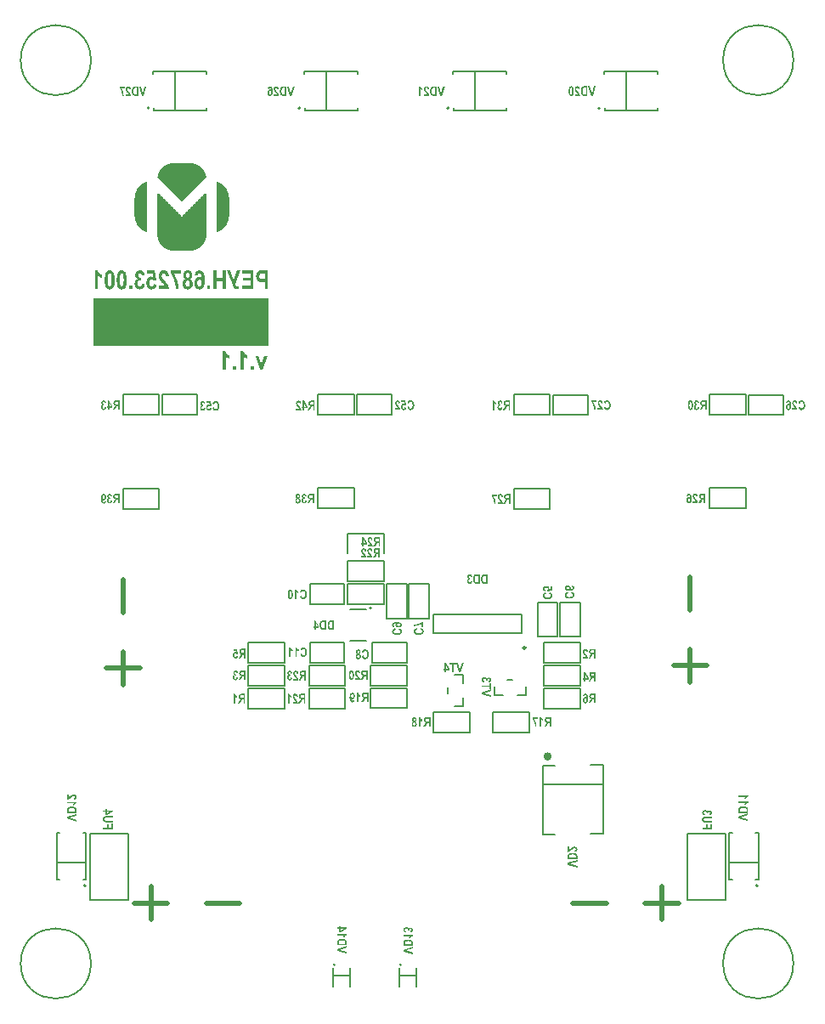
<source format=gbo>
G04*
G04 #@! TF.GenerationSoftware,Altium Limited,Altium Designer,22.10.1 (41)*
G04*
G04 Layer_Color=32896*
%FSLAX43Y43*%
%MOMM*%
G71*
G04*
G04 #@! TF.SameCoordinates,8BFF45E1-3A9E-4B14-93B6-BC7C2D9919BF*
G04*
G04*
G04 #@! TF.FilePolarity,Positive*
G04*
G01*
G75*
%ADD10C,0.150*%
%ADD11C,0.250*%
%ADD12C,0.200*%
%ADD14C,0.400*%
%ADD47C,0.500*%
%ADD92C,0.025*%
%ADD93R,17.400X4.700*%
G36*
X-16294Y15974D02*
X-16267Y15918D01*
X-16236Y15869D01*
X-16206Y15827D01*
X-16178Y15791D01*
X-16156Y15763D01*
X-16139Y15746D01*
X-16136Y15744D01*
X-16133Y15741D01*
X-16083Y15696D01*
X-16036Y15660D01*
X-15995Y15630D01*
X-15956Y15605D01*
X-15922Y15588D01*
X-15900Y15574D01*
X-15884Y15569D01*
X-15881Y15566D01*
X-15878D01*
Y15238D01*
X-15956Y15274D01*
X-16031Y15316D01*
X-16095Y15363D01*
X-16150Y15408D01*
X-16175Y15427D01*
X-16197Y15447D01*
X-16217Y15466D01*
X-16231Y15480D01*
X-16244Y15494D01*
X-16253Y15502D01*
X-16258Y15508D01*
X-16261Y15510D01*
Y14153D01*
X-16558D01*
Y16035D01*
X-16317D01*
X-16294Y15974D01*
D02*
G37*
G36*
X-18088D02*
X-18060Y15918D01*
X-18030Y15869D01*
X-17999Y15827D01*
X-17971Y15791D01*
X-17949Y15763D01*
X-17932Y15746D01*
X-17930Y15744D01*
X-17927Y15741D01*
X-17877Y15696D01*
X-17830Y15660D01*
X-17788Y15630D01*
X-17749Y15605D01*
X-17716Y15588D01*
X-17694Y15574D01*
X-17677Y15569D01*
X-17674Y15566D01*
X-17671D01*
Y15238D01*
X-17749Y15274D01*
X-17824Y15316D01*
X-17888Y15363D01*
X-17944Y15408D01*
X-17968Y15427D01*
X-17991Y15447D01*
X-18010Y15466D01*
X-18024Y15480D01*
X-18038Y15494D01*
X-18046Y15502D01*
X-18052Y15508D01*
X-18055Y15510D01*
Y14153D01*
X-18352D01*
Y16035D01*
X-18110D01*
X-18088Y15974D01*
D02*
G37*
G36*
X-14373Y14153D02*
X-14640D01*
X-15087Y15513D01*
X-14784D01*
X-14570Y14816D01*
X-14507Y14586D01*
X-14445Y14816D01*
X-14237Y15513D01*
X-13926D01*
X-14373Y14153D01*
D02*
G37*
G36*
X-15264D02*
X-15559D01*
Y14514D01*
X-15264D01*
Y14153D01*
D02*
G37*
G36*
X-17058D02*
X-17352D01*
Y14514D01*
X-17058D01*
Y14153D01*
D02*
G37*
G36*
X-26552Y24063D02*
X-26491Y24050D01*
X-26436Y24030D01*
X-26391Y24011D01*
X-26355Y23988D01*
X-26327Y23969D01*
X-26311Y23955D01*
X-26308Y23952D01*
X-26305Y23950D01*
X-26283Y23927D01*
X-26264Y23900D01*
X-26228Y23841D01*
X-26200Y23780D01*
X-26178Y23719D01*
X-26161Y23664D01*
X-26155Y23641D01*
X-26150Y23619D01*
X-26147Y23603D01*
X-26144Y23589D01*
X-26141Y23580D01*
Y23578D01*
X-26414Y23522D01*
X-26419Y23566D01*
X-26427Y23603D01*
X-26439Y23636D01*
X-26450Y23661D01*
X-26461Y23680D01*
X-26469Y23697D01*
X-26475Y23705D01*
X-26477Y23708D01*
X-26500Y23730D01*
X-26522Y23744D01*
X-26544Y23755D01*
X-26563Y23764D01*
X-26580Y23769D01*
X-26597Y23772D01*
X-26608D01*
X-26636Y23769D01*
X-26661Y23764D01*
X-26683Y23755D01*
X-26699Y23744D01*
X-26713Y23733D01*
X-26724Y23725D01*
X-26730Y23719D01*
X-26733Y23716D01*
X-26749Y23694D01*
X-26761Y23669D01*
X-26772Y23644D01*
X-26777Y23622D01*
X-26780Y23600D01*
X-26783Y23583D01*
Y23572D01*
Y23566D01*
X-26780Y23525D01*
X-26772Y23489D01*
X-26761Y23458D01*
X-26749Y23433D01*
X-26738Y23414D01*
X-26727Y23397D01*
X-26719Y23389D01*
X-26716Y23386D01*
X-26688Y23367D01*
X-26661Y23350D01*
X-26630Y23342D01*
X-26600Y23333D01*
X-26575Y23330D01*
X-26552Y23328D01*
X-26533D01*
X-26502Y23033D01*
X-26530Y23042D01*
X-26555Y23050D01*
X-26580Y23056D01*
X-26600Y23058D01*
X-26613Y23061D01*
X-26636D01*
X-26666Y23058D01*
X-26694Y23050D01*
X-26719Y23036D01*
X-26741Y23022D01*
X-26758Y23006D01*
X-26772Y22995D01*
X-26780Y22983D01*
X-26783Y22981D01*
X-26802Y22950D01*
X-26819Y22914D01*
X-26830Y22878D01*
X-26836Y22845D01*
X-26841Y22814D01*
X-26844Y22789D01*
Y22772D01*
Y22770D01*
Y22767D01*
X-26841Y22714D01*
X-26833Y22670D01*
X-26824Y22628D01*
X-26813Y22598D01*
X-26799Y22570D01*
X-26791Y22553D01*
X-26783Y22539D01*
X-26780Y22537D01*
X-26755Y22509D01*
X-26730Y22489D01*
X-26702Y22475D01*
X-26677Y22467D01*
X-26658Y22462D01*
X-26641Y22456D01*
X-26625D01*
X-26594Y22459D01*
X-26566Y22467D01*
X-26541Y22478D01*
X-26522Y22492D01*
X-26505Y22503D01*
X-26491Y22514D01*
X-26483Y22523D01*
X-26480Y22525D01*
X-26461Y22553D01*
X-26444Y22586D01*
X-26430Y22620D01*
X-26422Y22653D01*
X-26414Y22684D01*
X-26411Y22706D01*
X-26408Y22723D01*
Y22725D01*
Y22728D01*
X-26122Y22686D01*
X-26136Y22598D01*
X-26155Y22523D01*
X-26169Y22487D01*
X-26183Y22456D01*
X-26197Y22425D01*
X-26211Y22400D01*
X-26225Y22375D01*
X-26239Y22356D01*
X-26250Y22339D01*
X-26261Y22323D01*
X-26269Y22312D01*
X-26277Y22303D01*
X-26280Y22301D01*
X-26283Y22298D01*
X-26311Y22273D01*
X-26339Y22251D01*
X-26366Y22231D01*
X-26397Y22217D01*
X-26455Y22189D01*
X-26508Y22173D01*
X-26555Y22164D01*
X-26577Y22162D01*
X-26594Y22159D01*
X-26608Y22156D01*
X-26627D01*
X-26666Y22159D01*
X-26702Y22164D01*
X-26738Y22173D01*
X-26774Y22181D01*
X-26836Y22209D01*
X-26888Y22239D01*
X-26933Y22270D01*
X-26949Y22284D01*
X-26963Y22298D01*
X-26974Y22306D01*
X-26985Y22314D01*
X-26988Y22320D01*
X-26991Y22323D01*
X-27019Y22356D01*
X-27044Y22389D01*
X-27063Y22425D01*
X-27080Y22462D01*
X-27108Y22531D01*
X-27127Y22598D01*
X-27133Y22631D01*
X-27138Y22659D01*
X-27141Y22684D01*
X-27144Y22706D01*
X-27146Y22723D01*
Y22736D01*
Y22745D01*
Y22747D01*
X-27144Y22811D01*
X-27133Y22870D01*
X-27121Y22920D01*
X-27105Y22961D01*
X-27091Y22995D01*
X-27077Y23020D01*
X-27066Y23036D01*
X-27063Y23042D01*
X-27030Y23083D01*
X-26997Y23117D01*
X-26963Y23142D01*
X-26930Y23164D01*
X-26899Y23178D01*
X-26877Y23186D01*
X-26861Y23192D01*
X-26858Y23194D01*
X-26855D01*
X-26894Y23222D01*
X-26927Y23253D01*
X-26958Y23283D01*
X-26980Y23308D01*
X-26999Y23333D01*
X-27010Y23350D01*
X-27019Y23361D01*
X-27022Y23367D01*
X-27041Y23405D01*
X-27055Y23444D01*
X-27066Y23480D01*
X-27071Y23517D01*
X-27077Y23544D01*
X-27080Y23569D01*
Y23583D01*
Y23589D01*
Y23622D01*
X-27074Y23655D01*
X-27060Y23716D01*
X-27041Y23772D01*
X-27019Y23822D01*
X-26994Y23864D01*
X-26983Y23880D01*
X-26974Y23894D01*
X-26966Y23905D01*
X-26960Y23914D01*
X-26958Y23916D01*
X-26955Y23919D01*
X-26930Y23947D01*
X-26905Y23969D01*
X-26877Y23988D01*
X-26849Y24005D01*
X-26794Y24033D01*
X-26741Y24050D01*
X-26691Y24061D01*
X-26672Y24063D01*
X-26655Y24066D01*
X-26638Y24069D01*
X-26586D01*
X-26552Y24063D01*
D02*
G37*
G36*
X-24206Y24066D02*
X-24168Y24063D01*
X-24098Y24047D01*
X-24037Y24027D01*
X-23987Y24002D01*
X-23945Y23977D01*
X-23932Y23963D01*
X-23918Y23955D01*
X-23907Y23947D01*
X-23898Y23938D01*
X-23895Y23936D01*
X-23893Y23933D01*
X-23868Y23905D01*
X-23848Y23877D01*
X-23812Y23811D01*
X-23784Y23741D01*
X-23765Y23675D01*
X-23757Y23641D01*
X-23748Y23611D01*
X-23746Y23583D01*
X-23740Y23561D01*
X-23737Y23541D01*
Y23528D01*
X-23734Y23517D01*
Y23514D01*
X-24029Y23475D01*
X-24034Y23528D01*
X-24043Y23572D01*
X-24054Y23611D01*
X-24068Y23644D01*
X-24084Y23675D01*
X-24101Y23697D01*
X-24120Y23716D01*
X-24140Y23733D01*
X-24159Y23744D01*
X-24176Y23752D01*
X-24209Y23764D01*
X-24220Y23766D01*
X-24231Y23769D01*
X-24240D01*
X-24270Y23766D01*
X-24301Y23758D01*
X-24326Y23750D01*
X-24345Y23739D01*
X-24362Y23725D01*
X-24373Y23716D01*
X-24381Y23708D01*
X-24384Y23705D01*
X-24404Y23680D01*
X-24417Y23650D01*
X-24426Y23619D01*
X-24434Y23589D01*
X-24437Y23561D01*
X-24440Y23539D01*
Y23525D01*
Y23522D01*
Y23519D01*
X-24437Y23478D01*
X-24429Y23436D01*
X-24417Y23397D01*
X-24406Y23364D01*
X-24395Y23333D01*
X-24384Y23311D01*
X-24376Y23297D01*
X-24373Y23292D01*
X-24362Y23275D01*
X-24348Y23256D01*
X-24315Y23211D01*
X-24276Y23164D01*
X-24234Y23114D01*
X-24195Y23067D01*
X-24179Y23045D01*
X-24162Y23028D01*
X-24151Y23014D01*
X-24140Y23003D01*
X-24134Y22995D01*
X-24131Y22992D01*
X-24087Y22942D01*
X-24048Y22892D01*
X-24009Y22847D01*
X-23976Y22806D01*
X-23945Y22764D01*
X-23920Y22728D01*
X-23895Y22695D01*
X-23876Y22664D01*
X-23857Y22636D01*
X-23840Y22614D01*
X-23829Y22592D01*
X-23818Y22575D01*
X-23809Y22561D01*
X-23807Y22553D01*
X-23801Y22548D01*
Y22545D01*
X-23773Y22481D01*
X-23751Y22417D01*
X-23732Y22356D01*
X-23721Y22303D01*
X-23712Y22256D01*
X-23707Y22237D01*
X-23704Y22220D01*
Y22206D01*
X-23701Y22195D01*
Y22189D01*
Y22187D01*
X-24737D01*
Y22520D01*
X-24148D01*
X-24168Y22556D01*
X-24187Y22586D01*
X-24195Y22598D01*
X-24204Y22609D01*
X-24206Y22614D01*
X-24209Y22617D01*
X-24229Y22642D01*
X-24254Y22673D01*
X-24284Y22706D01*
X-24315Y22742D01*
X-24342Y22775D01*
X-24367Y22803D01*
X-24376Y22814D01*
X-24384Y22822D01*
X-24387Y22825D01*
X-24390Y22828D01*
X-24442Y22889D01*
X-24487Y22945D01*
X-24526Y22992D01*
X-24556Y23033D01*
X-24578Y23064D01*
X-24595Y23089D01*
X-24603Y23103D01*
X-24606Y23108D01*
X-24628Y23150D01*
X-24651Y23189D01*
X-24667Y23225D01*
X-24681Y23258D01*
X-24689Y23286D01*
X-24698Y23306D01*
X-24703Y23319D01*
Y23325D01*
X-24714Y23367D01*
X-24723Y23405D01*
X-24728Y23444D01*
X-24734Y23478D01*
Y23508D01*
X-24737Y23530D01*
Y23544D01*
Y23550D01*
Y23589D01*
X-24731Y23625D01*
X-24717Y23691D01*
X-24698Y23752D01*
X-24676Y23805D01*
X-24651Y23850D01*
X-24640Y23869D01*
X-24631Y23883D01*
X-24623Y23894D01*
X-24617Y23902D01*
X-24615Y23908D01*
X-24612Y23911D01*
X-24587Y23938D01*
X-24562Y23963D01*
X-24534Y23983D01*
X-24503Y24002D01*
X-24473Y24019D01*
X-24442Y24030D01*
X-24384Y24050D01*
X-24329Y24061D01*
X-24306Y24063D01*
X-24284Y24066D01*
X-24268Y24069D01*
X-24245D01*
X-24206Y24066D01*
D02*
G37*
G36*
X-24975Y23061D02*
X-25214Y23020D01*
X-25234Y23045D01*
X-25253Y23064D01*
X-25272Y23083D01*
X-25292Y23097D01*
X-25331Y23122D01*
X-25367Y23139D01*
X-25397Y23147D01*
X-25420Y23153D01*
X-25436Y23156D01*
X-25442D01*
X-25478Y23153D01*
X-25508Y23142D01*
X-25539Y23128D01*
X-25561Y23114D01*
X-25581Y23097D01*
X-25595Y23083D01*
X-25603Y23072D01*
X-25606Y23070D01*
X-25628Y23033D01*
X-25645Y22995D01*
X-25656Y22950D01*
X-25664Y22909D01*
X-25670Y22870D01*
X-25672Y22839D01*
Y22825D01*
Y22817D01*
Y22811D01*
Y22809D01*
X-25670Y22745D01*
X-25661Y22686D01*
X-25650Y22639D01*
X-25639Y22600D01*
X-25628Y22573D01*
X-25617Y22550D01*
X-25608Y22539D01*
X-25606Y22534D01*
X-25581Y22503D01*
X-25556Y22484D01*
X-25528Y22467D01*
X-25503Y22456D01*
X-25483Y22450D01*
X-25467Y22448D01*
X-25453Y22445D01*
X-25450D01*
X-25422Y22448D01*
X-25397Y22456D01*
X-25372Y22467D01*
X-25353Y22481D01*
X-25336Y22492D01*
X-25322Y22503D01*
X-25314Y22512D01*
X-25311Y22514D01*
X-25289Y22542D01*
X-25272Y22575D01*
X-25259Y22606D01*
X-25250Y22636D01*
X-25245Y22664D01*
X-25239Y22689D01*
X-25236Y22703D01*
Y22709D01*
X-24942Y22670D01*
X-24956Y22584D01*
X-24967Y22542D01*
X-24978Y22506D01*
X-24992Y22473D01*
X-25006Y22442D01*
X-25020Y22412D01*
X-25034Y22387D01*
X-25048Y22364D01*
X-25062Y22345D01*
X-25073Y22328D01*
X-25084Y22314D01*
X-25092Y22303D01*
X-25100Y22295D01*
X-25103Y22292D01*
X-25106Y22289D01*
X-25134Y22267D01*
X-25161Y22245D01*
X-25217Y22212D01*
X-25275Y22189D01*
X-25328Y22173D01*
X-25375Y22164D01*
X-25397Y22159D01*
X-25414D01*
X-25428Y22156D01*
X-25447D01*
X-25495Y22159D01*
X-25536Y22164D01*
X-25578Y22176D01*
X-25614Y22189D01*
X-25650Y22203D01*
X-25681Y22220D01*
X-25711Y22239D01*
X-25736Y22259D01*
X-25758Y22278D01*
X-25781Y22298D01*
X-25797Y22314D01*
X-25811Y22328D01*
X-25822Y22342D01*
X-25831Y22353D01*
X-25833Y22359D01*
X-25836Y22362D01*
X-25861Y22400D01*
X-25883Y22442D01*
X-25900Y22481D01*
X-25917Y22520D01*
X-25942Y22598D01*
X-25958Y22667D01*
X-25964Y22700D01*
X-25967Y22728D01*
X-25972Y22753D01*
Y22775D01*
X-25975Y22792D01*
Y22806D01*
Y22814D01*
Y22817D01*
X-25972Y22872D01*
X-25969Y22925D01*
X-25961Y22972D01*
X-25950Y23020D01*
X-25939Y23061D01*
X-25925Y23103D01*
X-25908Y23139D01*
X-25894Y23172D01*
X-25880Y23200D01*
X-25864Y23225D01*
X-25850Y23247D01*
X-25839Y23267D01*
X-25828Y23281D01*
X-25822Y23292D01*
X-25817Y23297D01*
X-25814Y23300D01*
X-25789Y23325D01*
X-25764Y23347D01*
X-25739Y23367D01*
X-25711Y23383D01*
X-25658Y23408D01*
X-25611Y23428D01*
X-25567Y23436D01*
X-25550Y23439D01*
X-25533Y23442D01*
X-25520Y23444D01*
X-25503D01*
X-25464Y23442D01*
X-25428Y23433D01*
X-25395Y23425D01*
X-25364Y23414D01*
X-25336Y23400D01*
X-25317Y23392D01*
X-25306Y23383D01*
X-25300Y23380D01*
X-25350Y23703D01*
X-25905D01*
Y24038D01*
X-25125D01*
X-24975Y23061D01*
D02*
G37*
G36*
X-18068Y22187D02*
X-18379D01*
Y23008D01*
X-18987D01*
Y22187D01*
X-19298D01*
Y24063D01*
X-18987D01*
Y23325D01*
X-18379D01*
Y24063D01*
X-18068D01*
Y22187D01*
D02*
G37*
G36*
X-30814Y24008D02*
X-30786Y23952D01*
X-30756Y23902D01*
X-30725Y23861D01*
X-30697Y23825D01*
X-30675Y23797D01*
X-30658Y23780D01*
X-30656Y23777D01*
X-30653Y23775D01*
X-30603Y23730D01*
X-30556Y23694D01*
X-30514Y23664D01*
X-30475Y23639D01*
X-30442Y23622D01*
X-30420Y23608D01*
X-30403Y23603D01*
X-30400Y23600D01*
X-30397D01*
Y23272D01*
X-30475Y23308D01*
X-30550Y23350D01*
X-30614Y23397D01*
X-30669Y23442D01*
X-30694Y23461D01*
X-30717Y23480D01*
X-30736Y23500D01*
X-30750Y23514D01*
X-30764Y23528D01*
X-30772Y23536D01*
X-30778Y23541D01*
X-30781Y23544D01*
Y22187D01*
X-31078D01*
Y24069D01*
X-30836D01*
X-30814Y24008D01*
D02*
G37*
G36*
X-20667Y24066D02*
X-20622Y24061D01*
X-20583Y24047D01*
X-20545Y24033D01*
X-20475Y23997D01*
X-20445Y23977D01*
X-20417Y23955D01*
X-20392Y23933D01*
X-20370Y23914D01*
X-20350Y23894D01*
X-20334Y23877D01*
X-20323Y23864D01*
X-20314Y23852D01*
X-20309Y23844D01*
X-20306Y23841D01*
X-20278Y23797D01*
X-20256Y23744D01*
X-20234Y23689D01*
X-20217Y23630D01*
X-20189Y23508D01*
X-20170Y23386D01*
X-20164Y23328D01*
X-20159Y23275D01*
X-20156Y23228D01*
X-20153Y23183D01*
X-20150Y23150D01*
Y23122D01*
Y23106D01*
Y23103D01*
Y23100D01*
X-20153Y23008D01*
X-20156Y22922D01*
X-20164Y22845D01*
X-20173Y22772D01*
X-20186Y22706D01*
X-20198Y22648D01*
X-20211Y22592D01*
X-20225Y22545D01*
X-20239Y22503D01*
X-20253Y22470D01*
X-20267Y22439D01*
X-20278Y22414D01*
X-20286Y22398D01*
X-20295Y22384D01*
X-20298Y22375D01*
X-20300Y22373D01*
X-20331Y22334D01*
X-20361Y22301D01*
X-20392Y22273D01*
X-20425Y22248D01*
X-20456Y22226D01*
X-20489Y22209D01*
X-20520Y22195D01*
X-20550Y22184D01*
X-20603Y22167D01*
X-20625Y22162D01*
X-20645Y22159D01*
X-20661D01*
X-20672Y22156D01*
X-20683D01*
X-20722Y22159D01*
X-20758Y22164D01*
X-20794Y22173D01*
X-20828Y22181D01*
X-20889Y22209D01*
X-20939Y22239D01*
X-20980Y22270D01*
X-20997Y22284D01*
X-21011Y22298D01*
X-21022Y22306D01*
X-21030Y22314D01*
X-21033Y22320D01*
X-21036Y22323D01*
X-21061Y22356D01*
X-21083Y22392D01*
X-21103Y22428D01*
X-21119Y22467D01*
X-21144Y22545D01*
X-21164Y22617D01*
X-21169Y22653D01*
X-21172Y22684D01*
X-21175Y22714D01*
X-21178Y22739D01*
X-21180Y22759D01*
Y22772D01*
Y22784D01*
Y22786D01*
X-21178Y22836D01*
X-21175Y22886D01*
X-21169Y22931D01*
X-21158Y22975D01*
X-21150Y23014D01*
X-21139Y23050D01*
X-21125Y23083D01*
X-21114Y23114D01*
X-21100Y23142D01*
X-21089Y23167D01*
X-21075Y23186D01*
X-21067Y23203D01*
X-21058Y23217D01*
X-21050Y23225D01*
X-21047Y23231D01*
X-21044Y23233D01*
X-21019Y23264D01*
X-20992Y23289D01*
X-20967Y23311D01*
X-20939Y23330D01*
X-20914Y23347D01*
X-20886Y23361D01*
X-20839Y23380D01*
X-20794Y23394D01*
X-20778Y23397D01*
X-20761Y23400D01*
X-20747Y23403D01*
X-20731D01*
X-20700Y23400D01*
X-20672Y23397D01*
X-20645Y23389D01*
X-20622Y23383D01*
X-20606Y23375D01*
X-20589Y23367D01*
X-20581Y23364D01*
X-20578Y23361D01*
X-20553Y23344D01*
X-20531Y23325D01*
X-20511Y23306D01*
X-20492Y23286D01*
X-20478Y23269D01*
X-20467Y23256D01*
X-20459Y23244D01*
X-20456Y23242D01*
X-20459Y23300D01*
X-20464Y23353D01*
X-20470Y23400D01*
X-20475Y23442D01*
X-20481Y23480D01*
X-20489Y23517D01*
X-20495Y23547D01*
X-20503Y23575D01*
X-20509Y23597D01*
X-20514Y23616D01*
X-20522Y23633D01*
X-20525Y23644D01*
X-20531Y23655D01*
X-20533Y23661D01*
X-20536Y23666D01*
X-20561Y23703D01*
X-20589Y23728D01*
X-20614Y23747D01*
X-20639Y23758D01*
X-20661Y23766D01*
X-20678Y23769D01*
X-20692Y23772D01*
X-20695D01*
X-20719Y23769D01*
X-20744Y23764D01*
X-20764Y23752D01*
X-20783Y23739D01*
X-20814Y23705D01*
X-20833Y23669D01*
X-20850Y23630D01*
X-20858Y23597D01*
X-20861Y23583D01*
X-20864Y23572D01*
Y23566D01*
Y23564D01*
X-21150Y23603D01*
X-21133Y23686D01*
X-21114Y23755D01*
X-21089Y23816D01*
X-21064Y23866D01*
X-21039Y23902D01*
X-21019Y23930D01*
X-21005Y23947D01*
X-21000Y23952D01*
X-20955Y23991D01*
X-20906Y24019D01*
X-20858Y24041D01*
X-20811Y24055D01*
X-20772Y24063D01*
X-20739Y24066D01*
X-20728Y24069D01*
X-20711D01*
X-20667Y24066D01*
D02*
G37*
G36*
X-17138Y22714D02*
X-17122Y22659D01*
X-17105Y22614D01*
X-17091Y22581D01*
X-17077Y22553D01*
X-17063Y22531D01*
X-17055Y22520D01*
X-17049Y22512D01*
X-17047Y22509D01*
X-17027Y22495D01*
X-17002Y22484D01*
X-16977Y22475D01*
X-16952Y22470D01*
X-16927Y22467D01*
X-16908Y22464D01*
X-16855D01*
X-16816Y22467D01*
X-16774D01*
Y22187D01*
X-16847Y22173D01*
X-16883Y22170D01*
X-16916Y22167D01*
X-16947Y22164D01*
X-16988D01*
X-17035Y22170D01*
X-17077Y22181D01*
X-17113Y22198D01*
X-17144Y22217D01*
X-17169Y22237D01*
X-17188Y22253D01*
X-17202Y22264D01*
X-17205Y22270D01*
X-17221Y22292D01*
X-17238Y22317D01*
X-17271Y22373D01*
X-17302Y22431D01*
X-17333Y22492D01*
X-17355Y22548D01*
X-17366Y22573D01*
X-17374Y22595D01*
X-17382Y22611D01*
X-17385Y22625D01*
X-17391Y22634D01*
Y22636D01*
X-17910Y24063D01*
X-17588D01*
X-17277Y23089D01*
X-16919Y24063D01*
X-16572D01*
X-17138Y22714D01*
D02*
G37*
G36*
X-13857Y22187D02*
X-14168D01*
Y22895D01*
X-14420D01*
X-14467Y22897D01*
X-14512Y22900D01*
X-14551Y22903D01*
X-14587Y22909D01*
X-14617Y22911D01*
X-14648Y22917D01*
X-14673Y22922D01*
X-14695Y22928D01*
X-14715Y22934D01*
X-14728Y22936D01*
X-14742Y22942D01*
X-14753Y22945D01*
X-14759Y22947D01*
X-14765Y22950D01*
X-14806Y22975D01*
X-14845Y23003D01*
X-14878Y23036D01*
X-14906Y23067D01*
X-14928Y23095D01*
X-14945Y23120D01*
X-14956Y23136D01*
X-14959Y23139D01*
Y23142D01*
X-14984Y23197D01*
X-15003Y23253D01*
X-15017Y23311D01*
X-15028Y23364D01*
X-15034Y23411D01*
Y23433D01*
X-15037Y23450D01*
Y23464D01*
Y23475D01*
Y23480D01*
Y23483D01*
X-15034Y23564D01*
X-15023Y23636D01*
X-15009Y23697D01*
X-14992Y23750D01*
X-14981Y23775D01*
X-14973Y23794D01*
X-14967Y23811D01*
X-14959Y23825D01*
X-14953Y23836D01*
X-14948Y23844D01*
X-14945Y23847D01*
Y23850D01*
X-14909Y23900D01*
X-14873Y23938D01*
X-14834Y23972D01*
X-14801Y23997D01*
X-14767Y24013D01*
X-14742Y24027D01*
X-14726Y24033D01*
X-14723Y24036D01*
X-14720D01*
X-14701Y24041D01*
X-14678Y24044D01*
X-14653Y24050D01*
X-14626Y24052D01*
X-14567Y24058D01*
X-14504Y24061D01*
X-14448Y24063D01*
X-13857D01*
Y22187D01*
D02*
G37*
G36*
X-15295D02*
X-16466D01*
Y22503D01*
X-15606D01*
Y23014D01*
X-16380D01*
Y23330D01*
X-15606D01*
Y23747D01*
X-16439D01*
Y24063D01*
X-15295D01*
Y22187D01*
D02*
G37*
G36*
X-19615D02*
X-19909D01*
Y22548D01*
X-19615D01*
Y22187D01*
D02*
G37*
G36*
X-22543Y23705D02*
X-23213D01*
X-23138Y23583D01*
X-23074Y23455D01*
X-23015Y23336D01*
X-22990Y23278D01*
X-22968Y23225D01*
X-22949Y23172D01*
X-22929Y23128D01*
X-22915Y23086D01*
X-22902Y23050D01*
X-22893Y23022D01*
X-22885Y23000D01*
X-22882Y22989D01*
X-22879Y22983D01*
X-22838Y22836D01*
X-22807Y22692D01*
X-22796Y22623D01*
X-22785Y22556D01*
X-22777Y22495D01*
X-22768Y22437D01*
X-22763Y22384D01*
X-22757Y22334D01*
X-22754Y22292D01*
X-22752Y22256D01*
Y22226D01*
X-22749Y22203D01*
Y22192D01*
Y22187D01*
X-23032D01*
X-23035Y22284D01*
X-23043Y22384D01*
X-23054Y22481D01*
X-23060Y22525D01*
X-23068Y22570D01*
X-23074Y22609D01*
X-23079Y22645D01*
X-23085Y22678D01*
X-23090Y22706D01*
X-23096Y22728D01*
X-23099Y22745D01*
X-23101Y22756D01*
Y22759D01*
X-23129Y22875D01*
X-23163Y22983D01*
X-23179Y23036D01*
X-23193Y23086D01*
X-23210Y23131D01*
X-23226Y23172D01*
X-23240Y23211D01*
X-23254Y23247D01*
X-23268Y23278D01*
X-23276Y23303D01*
X-23288Y23322D01*
X-23293Y23339D01*
X-23299Y23347D01*
Y23350D01*
X-23324Y23400D01*
X-23346Y23447D01*
X-23371Y23492D01*
X-23393Y23533D01*
X-23415Y23569D01*
X-23435Y23605D01*
X-23454Y23636D01*
X-23474Y23666D01*
X-23490Y23691D01*
X-23504Y23714D01*
X-23518Y23730D01*
X-23529Y23747D01*
X-23540Y23758D01*
X-23546Y23769D01*
X-23551Y23772D01*
Y23775D01*
Y24038D01*
X-22543D01*
Y23705D01*
D02*
G37*
G36*
X-27391Y22187D02*
X-27685D01*
Y22548D01*
X-27391D01*
Y22187D01*
D02*
G37*
G36*
X-21808Y24066D02*
X-21772Y24063D01*
X-21705Y24050D01*
X-21647Y24027D01*
X-21600Y24002D01*
X-21561Y23977D01*
X-21533Y23958D01*
X-21525Y23947D01*
X-21516Y23941D01*
X-21514Y23938D01*
X-21511Y23936D01*
X-21489Y23911D01*
X-21469Y23883D01*
X-21439Y23827D01*
X-21416Y23769D01*
X-21402Y23711D01*
X-21391Y23664D01*
X-21389Y23641D01*
Y23622D01*
X-21386Y23608D01*
Y23597D01*
Y23589D01*
Y23586D01*
X-21389Y23536D01*
X-21394Y23492D01*
X-21402Y23453D01*
X-21414Y23419D01*
X-21422Y23392D01*
X-21430Y23369D01*
X-21436Y23358D01*
X-21439Y23353D01*
X-21461Y23319D01*
X-21489Y23289D01*
X-21514Y23261D01*
X-21541Y23239D01*
X-21566Y23222D01*
X-21586Y23211D01*
X-21597Y23203D01*
X-21602Y23200D01*
X-21558Y23175D01*
X-21519Y23144D01*
X-21486Y23114D01*
X-21461Y23083D01*
X-21439Y23056D01*
X-21422Y23033D01*
X-21414Y23020D01*
X-21411Y23017D01*
Y23014D01*
X-21389Y22967D01*
X-21375Y22917D01*
X-21364Y22870D01*
X-21355Y22825D01*
X-21350Y22784D01*
X-21347Y22753D01*
Y22742D01*
Y22734D01*
Y22728D01*
Y22725D01*
X-21350Y22678D01*
X-21352Y22634D01*
X-21369Y22550D01*
X-21380Y22514D01*
X-21391Y22478D01*
X-21405Y22448D01*
X-21419Y22420D01*
X-21433Y22395D01*
X-21447Y22373D01*
X-21458Y22353D01*
X-21469Y22337D01*
X-21477Y22326D01*
X-21486Y22317D01*
X-21489Y22312D01*
X-21491Y22309D01*
X-21519Y22281D01*
X-21550Y22259D01*
X-21580Y22239D01*
X-21611Y22220D01*
X-21672Y22192D01*
X-21730Y22176D01*
X-21780Y22164D01*
X-21802Y22162D01*
X-21822Y22159D01*
X-21836Y22156D01*
X-21858D01*
X-21910Y22159D01*
X-21958Y22167D01*
X-22002Y22178D01*
X-22038Y22192D01*
X-22069Y22203D01*
X-22094Y22214D01*
X-22108Y22223D01*
X-22113Y22226D01*
X-22155Y22253D01*
X-22188Y22287D01*
X-22219Y22320D01*
X-22244Y22353D01*
X-22266Y22384D01*
X-22280Y22406D01*
X-22288Y22423D01*
X-22291Y22425D01*
Y22428D01*
X-22313Y22481D01*
X-22330Y22534D01*
X-22341Y22584D01*
X-22349Y22634D01*
X-22355Y22675D01*
Y22692D01*
X-22357Y22706D01*
Y22720D01*
Y22728D01*
Y22734D01*
Y22736D01*
X-22355Y22797D01*
X-22346Y22853D01*
X-22335Y22900D01*
X-22324Y22942D01*
X-22313Y22975D01*
X-22302Y23000D01*
X-22294Y23014D01*
X-22291Y23020D01*
X-22263Y23061D01*
X-22233Y23097D01*
X-22199Y23128D01*
X-22169Y23153D01*
X-22138Y23175D01*
X-22116Y23189D01*
X-22099Y23197D01*
X-22097Y23200D01*
X-22094D01*
X-22127Y23222D01*
X-22160Y23247D01*
X-22185Y23272D01*
X-22208Y23297D01*
X-22227Y23319D01*
X-22238Y23336D01*
X-22246Y23347D01*
X-22249Y23353D01*
X-22269Y23392D01*
X-22283Y23433D01*
X-22294Y23472D01*
X-22299Y23508D01*
X-22305Y23541D01*
X-22308Y23566D01*
Y23583D01*
Y23586D01*
Y23589D01*
Y23625D01*
X-22302Y23661D01*
X-22288Y23725D01*
X-22269Y23783D01*
X-22249Y23833D01*
X-22227Y23872D01*
X-22216Y23889D01*
X-22208Y23902D01*
X-22199Y23914D01*
X-22194Y23922D01*
X-22191Y23925D01*
X-22188Y23927D01*
X-22166Y23952D01*
X-22141Y23975D01*
X-22113Y23994D01*
X-22085Y24011D01*
X-22030Y24036D01*
X-21974Y24052D01*
X-21924Y24061D01*
X-21902Y24063D01*
X-21883Y24066D01*
X-21869Y24069D01*
X-21847D01*
X-21808Y24066D01*
D02*
G37*
G36*
X-28382D02*
X-28343Y24061D01*
X-28307Y24050D01*
X-28274Y24036D01*
X-28213Y24002D01*
X-28160Y23963D01*
X-28118Y23922D01*
X-28101Y23905D01*
X-28088Y23889D01*
X-28076Y23875D01*
X-28068Y23864D01*
X-28065Y23858D01*
X-28063Y23855D01*
X-28038Y23811D01*
X-28018Y23761D01*
X-27999Y23708D01*
X-27985Y23650D01*
X-27960Y23528D01*
X-27943Y23405D01*
X-27938Y23347D01*
X-27935Y23292D01*
X-27932Y23242D01*
X-27929Y23200D01*
X-27927Y23164D01*
Y23136D01*
Y23128D01*
Y23120D01*
Y23117D01*
Y23114D01*
X-27929Y23017D01*
X-27932Y22928D01*
X-27940Y22845D01*
X-27949Y22770D01*
X-27957Y22700D01*
X-27971Y22639D01*
X-27982Y22586D01*
X-27996Y22537D01*
X-28007Y22495D01*
X-28021Y22459D01*
X-28032Y22431D01*
X-28040Y22406D01*
X-28052Y22387D01*
X-28057Y22375D01*
X-28060Y22367D01*
X-28063Y22364D01*
X-28090Y22328D01*
X-28118Y22295D01*
X-28149Y22267D01*
X-28179Y22245D01*
X-28210Y22223D01*
X-28237Y22206D01*
X-28268Y22192D01*
X-28296Y22181D01*
X-28349Y22167D01*
X-28371Y22162D01*
X-28390Y22159D01*
X-28404D01*
X-28415Y22156D01*
X-28426D01*
X-28468Y22159D01*
X-28507Y22164D01*
X-28543Y22176D01*
X-28576Y22189D01*
X-28637Y22223D01*
X-28690Y22262D01*
X-28732Y22301D01*
X-28748Y22317D01*
X-28762Y22334D01*
X-28773Y22348D01*
X-28782Y22359D01*
X-28784Y22364D01*
X-28787Y22367D01*
X-28812Y22412D01*
X-28834Y22462D01*
X-28851Y22514D01*
X-28868Y22573D01*
X-28893Y22698D01*
X-28909Y22820D01*
X-28915Y22878D01*
X-28918Y22934D01*
X-28923Y22981D01*
Y23025D01*
X-28926Y23061D01*
Y23089D01*
Y23097D01*
Y23106D01*
Y23108D01*
Y23111D01*
X-28923Y23208D01*
X-28920Y23294D01*
X-28912Y23378D01*
X-28904Y23450D01*
X-28893Y23519D01*
X-28882Y23580D01*
X-28870Y23633D01*
X-28857Y23683D01*
X-28843Y23725D01*
X-28832Y23761D01*
X-28821Y23789D01*
X-28809Y23814D01*
X-28801Y23833D01*
X-28793Y23844D01*
X-28790Y23852D01*
X-28787Y23855D01*
X-28759Y23894D01*
X-28732Y23925D01*
X-28701Y23955D01*
X-28671Y23980D01*
X-28640Y24000D01*
X-28612Y24016D01*
X-28582Y24030D01*
X-28554Y24041D01*
X-28501Y24058D01*
X-28479Y24063D01*
X-28460Y24066D01*
X-28446Y24069D01*
X-28424D01*
X-28382Y24066D01*
D02*
G37*
G36*
X-29578D02*
X-29540Y24061D01*
X-29503Y24050D01*
X-29470Y24036D01*
X-29409Y24002D01*
X-29356Y23963D01*
X-29315Y23922D01*
X-29298Y23905D01*
X-29284Y23889D01*
X-29273Y23875D01*
X-29265Y23864D01*
X-29262Y23858D01*
X-29259Y23855D01*
X-29234Y23811D01*
X-29215Y23761D01*
X-29195Y23708D01*
X-29181Y23650D01*
X-29156Y23528D01*
X-29140Y23405D01*
X-29134Y23347D01*
X-29131Y23292D01*
X-29129Y23242D01*
X-29126Y23200D01*
X-29123Y23164D01*
Y23136D01*
Y23128D01*
Y23120D01*
Y23117D01*
Y23114D01*
X-29126Y23017D01*
X-29129Y22928D01*
X-29137Y22845D01*
X-29145Y22770D01*
X-29154Y22700D01*
X-29168Y22639D01*
X-29179Y22586D01*
X-29193Y22537D01*
X-29204Y22495D01*
X-29218Y22459D01*
X-29229Y22431D01*
X-29237Y22406D01*
X-29248Y22387D01*
X-29254Y22375D01*
X-29256Y22367D01*
X-29259Y22364D01*
X-29287Y22328D01*
X-29315Y22295D01*
X-29345Y22267D01*
X-29376Y22245D01*
X-29406Y22223D01*
X-29434Y22206D01*
X-29465Y22192D01*
X-29492Y22181D01*
X-29545Y22167D01*
X-29567Y22162D01*
X-29587Y22159D01*
X-29601D01*
X-29612Y22156D01*
X-29623D01*
X-29664Y22159D01*
X-29703Y22164D01*
X-29739Y22176D01*
X-29773Y22189D01*
X-29834Y22223D01*
X-29887Y22262D01*
X-29928Y22301D01*
X-29945Y22317D01*
X-29959Y22334D01*
X-29970Y22348D01*
X-29978Y22359D01*
X-29981Y22364D01*
X-29984Y22367D01*
X-30009Y22412D01*
X-30031Y22462D01*
X-30048Y22514D01*
X-30064Y22573D01*
X-30089Y22698D01*
X-30106Y22820D01*
X-30111Y22878D01*
X-30114Y22934D01*
X-30120Y22981D01*
Y23025D01*
X-30123Y23061D01*
Y23089D01*
Y23097D01*
Y23106D01*
Y23108D01*
Y23111D01*
X-30120Y23208D01*
X-30117Y23294D01*
X-30109Y23378D01*
X-30100Y23450D01*
X-30089Y23519D01*
X-30078Y23580D01*
X-30067Y23633D01*
X-30053Y23683D01*
X-30039Y23725D01*
X-30028Y23761D01*
X-30017Y23789D01*
X-30006Y23814D01*
X-29998Y23833D01*
X-29989Y23844D01*
X-29987Y23852D01*
X-29984Y23855D01*
X-29956Y23894D01*
X-29928Y23925D01*
X-29898Y23955D01*
X-29867Y23980D01*
X-29837Y24000D01*
X-29809Y24016D01*
X-29778Y24030D01*
X-29751Y24041D01*
X-29698Y24058D01*
X-29676Y24063D01*
X-29656Y24066D01*
X-29642Y24069D01*
X-29620D01*
X-29578Y24066D01*
D02*
G37*
G36*
X-29599Y1793D02*
X-29568Y1786D01*
X-29540Y1776D01*
X-29517Y1766D01*
X-29499Y1755D01*
X-29485Y1745D01*
X-29476Y1738D01*
X-29475Y1737D01*
X-29473Y1735D01*
X-29462Y1724D01*
X-29452Y1710D01*
X-29434Y1680D01*
X-29420Y1649D01*
X-29409Y1618D01*
X-29400Y1590D01*
X-29397Y1579D01*
X-29395Y1568D01*
X-29393Y1559D01*
X-29392Y1552D01*
X-29390Y1548D01*
Y1546D01*
X-29528Y1518D01*
X-29531Y1541D01*
X-29536Y1559D01*
X-29541Y1576D01*
X-29547Y1589D01*
X-29552Y1599D01*
X-29557Y1607D01*
X-29559Y1611D01*
X-29561Y1613D01*
X-29572Y1624D01*
X-29583Y1631D01*
X-29595Y1637D01*
X-29605Y1641D01*
X-29613Y1644D01*
X-29622Y1645D01*
X-29627D01*
X-29641Y1644D01*
X-29654Y1641D01*
X-29665Y1637D01*
X-29674Y1631D01*
X-29681Y1625D01*
X-29686Y1621D01*
X-29689Y1618D01*
X-29691Y1617D01*
X-29699Y1606D01*
X-29705Y1593D01*
X-29710Y1580D01*
X-29713Y1569D01*
X-29715Y1558D01*
X-29716Y1549D01*
Y1544D01*
Y1541D01*
X-29715Y1520D01*
X-29710Y1501D01*
X-29705Y1486D01*
X-29699Y1473D01*
X-29693Y1463D01*
X-29688Y1455D01*
X-29684Y1451D01*
X-29682Y1449D01*
X-29668Y1439D01*
X-29654Y1431D01*
X-29638Y1427D01*
X-29623Y1422D01*
X-29610Y1421D01*
X-29599Y1420D01*
X-29589D01*
X-29574Y1270D01*
X-29588Y1274D01*
X-29600Y1279D01*
X-29613Y1281D01*
X-29623Y1283D01*
X-29630Y1284D01*
X-29641D01*
X-29657Y1283D01*
X-29671Y1279D01*
X-29684Y1272D01*
X-29695Y1265D01*
X-29703Y1256D01*
X-29710Y1250D01*
X-29715Y1245D01*
X-29716Y1243D01*
X-29726Y1228D01*
X-29734Y1210D01*
X-29740Y1191D01*
X-29743Y1174D01*
X-29746Y1159D01*
X-29747Y1146D01*
Y1138D01*
Y1136D01*
Y1135D01*
X-29746Y1108D01*
X-29741Y1086D01*
X-29737Y1064D01*
X-29731Y1049D01*
X-29724Y1035D01*
X-29720Y1026D01*
X-29716Y1019D01*
X-29715Y1018D01*
X-29702Y1004D01*
X-29689Y994D01*
X-29675Y987D01*
X-29662Y983D01*
X-29653Y980D01*
X-29644Y977D01*
X-29636D01*
X-29620Y978D01*
X-29606Y983D01*
X-29593Y988D01*
X-29583Y995D01*
X-29575Y1001D01*
X-29568Y1007D01*
X-29564Y1011D01*
X-29562Y1012D01*
X-29552Y1026D01*
X-29544Y1043D01*
X-29537Y1060D01*
X-29533Y1077D01*
X-29528Y1093D01*
X-29527Y1104D01*
X-29526Y1112D01*
Y1114D01*
Y1115D01*
X-29380Y1094D01*
X-29388Y1049D01*
X-29397Y1011D01*
X-29404Y992D01*
X-29411Y977D01*
X-29419Y961D01*
X-29426Y949D01*
X-29433Y936D01*
X-29440Y926D01*
X-29445Y918D01*
X-29451Y909D01*
X-29455Y904D01*
X-29459Y899D01*
X-29461Y898D01*
X-29462Y897D01*
X-29476Y884D01*
X-29490Y873D01*
X-29505Y863D01*
X-29520Y856D01*
X-29550Y842D01*
X-29576Y833D01*
X-29600Y829D01*
X-29612Y828D01*
X-29620Y826D01*
X-29627Y825D01*
X-29637D01*
X-29657Y826D01*
X-29675Y829D01*
X-29693Y833D01*
X-29712Y837D01*
X-29743Y851D01*
X-29770Y867D01*
X-29792Y883D01*
X-29801Y890D01*
X-29808Y897D01*
X-29813Y901D01*
X-29819Y905D01*
X-29820Y908D01*
X-29822Y909D01*
X-29836Y926D01*
X-29848Y943D01*
X-29858Y961D01*
X-29867Y980D01*
X-29881Y1015D01*
X-29891Y1049D01*
X-29894Y1066D01*
X-29896Y1080D01*
X-29898Y1093D01*
X-29899Y1104D01*
X-29901Y1112D01*
Y1119D01*
Y1124D01*
Y1125D01*
X-29899Y1157D01*
X-29894Y1187D01*
X-29888Y1212D01*
X-29879Y1234D01*
X-29872Y1250D01*
X-29865Y1263D01*
X-29860Y1272D01*
X-29858Y1274D01*
X-29841Y1296D01*
X-29825Y1312D01*
X-29808Y1325D01*
X-29791Y1336D01*
X-29775Y1343D01*
X-29764Y1348D01*
X-29755Y1351D01*
X-29754Y1352D01*
X-29753D01*
X-29772Y1366D01*
X-29789Y1382D01*
X-29805Y1397D01*
X-29816Y1410D01*
X-29826Y1422D01*
X-29832Y1431D01*
X-29836Y1437D01*
X-29837Y1439D01*
X-29847Y1459D01*
X-29854Y1479D01*
X-29860Y1497D01*
X-29863Y1515D01*
X-29865Y1530D01*
X-29867Y1542D01*
Y1549D01*
Y1552D01*
Y1569D01*
X-29864Y1586D01*
X-29857Y1617D01*
X-29847Y1645D01*
X-29836Y1671D01*
X-29823Y1692D01*
X-29817Y1700D01*
X-29813Y1707D01*
X-29809Y1713D01*
X-29806Y1717D01*
X-29805Y1718D01*
X-29803Y1720D01*
X-29791Y1734D01*
X-29778Y1745D01*
X-29764Y1755D01*
X-29750Y1764D01*
X-29722Y1778D01*
X-29695Y1786D01*
X-29669Y1792D01*
X-29660Y1793D01*
X-29651Y1795D01*
X-29643Y1796D01*
X-29616D01*
X-29599Y1793D01*
D02*
G37*
G36*
X-30211Y1795D02*
X-30192Y1792D01*
X-30176Y1788D01*
X-30159Y1782D01*
X-30128Y1768D01*
X-30102Y1752D01*
X-30081Y1737D01*
X-30073Y1728D01*
X-30066Y1723D01*
X-30060Y1717D01*
X-30056Y1713D01*
X-30054Y1710D01*
X-30053Y1709D01*
X-30040Y1692D01*
X-30029Y1673D01*
X-30019Y1655D01*
X-30012Y1635D01*
X-29998Y1596D01*
X-29989Y1559D01*
X-29987Y1541D01*
X-29985Y1525D01*
X-29984Y1510D01*
X-29982Y1499D01*
X-29981Y1487D01*
Y1480D01*
Y1475D01*
Y1473D01*
X-29982Y1448D01*
X-29984Y1422D01*
X-29987Y1400D01*
X-29992Y1379D01*
X-29997Y1359D01*
X-30002Y1339D01*
X-30009Y1322D01*
X-30015Y1308D01*
X-30022Y1294D01*
X-30028Y1281D01*
X-30033Y1272D01*
X-30039Y1263D01*
X-30043Y1256D01*
X-30046Y1252D01*
X-30047Y1249D01*
X-30049Y1248D01*
X-30061Y1232D01*
X-30075Y1219D01*
X-30090Y1208D01*
X-30102Y1198D01*
X-30116Y1191D01*
X-30129Y1184D01*
X-30153Y1174D01*
X-30176Y1167D01*
X-30184Y1166D01*
X-30191Y1164D01*
X-30198Y1163D01*
X-30207D01*
X-30222Y1164D01*
X-30238Y1166D01*
X-30250Y1169D01*
X-30263Y1173D01*
X-30271Y1177D01*
X-30280Y1180D01*
X-30284Y1181D01*
X-30285Y1183D01*
X-30298Y1191D01*
X-30311Y1201D01*
X-30321Y1210D01*
X-30331Y1219D01*
X-30338Y1228D01*
X-30345Y1235D01*
X-30348Y1241D01*
X-30349Y1242D01*
X-30348Y1214D01*
X-30345Y1187D01*
X-30342Y1163D01*
X-30338Y1140D01*
X-30335Y1121D01*
X-30331Y1104D01*
X-30328Y1088D01*
X-30324Y1074D01*
X-30321Y1063D01*
X-30318Y1053D01*
X-30315Y1045D01*
X-30312Y1039D01*
X-30309Y1033D01*
X-30308Y1031D01*
X-30307Y1028D01*
X-30294Y1011D01*
X-30281Y998D01*
X-30267Y988D01*
X-30254Y983D01*
X-30243Y978D01*
X-30235Y977D01*
X-30229Y976D01*
X-30226D01*
X-30214Y977D01*
X-30201Y980D01*
X-30191Y985D01*
X-30181Y992D01*
X-30167Y1009D01*
X-30156Y1029D01*
X-30149Y1047D01*
X-30145Y1064D01*
X-30143Y1071D01*
X-30142Y1077D01*
Y1080D01*
Y1081D01*
X-29997Y1062D01*
X-29999Y1039D01*
X-30004Y1019D01*
X-30009Y1000D01*
X-30015Y983D01*
X-30020Y966D01*
X-30026Y952D01*
X-30033Y939D01*
X-30039Y926D01*
X-30044Y916D01*
X-30050Y908D01*
X-30060Y894D01*
X-30067Y885D01*
X-30070Y883D01*
X-30092Y863D01*
X-30118Y849D01*
X-30142Y839D01*
X-30164Y832D01*
X-30185Y828D01*
X-30202Y826D01*
X-30208Y825D01*
X-30216D01*
X-30240Y826D01*
X-30262Y830D01*
X-30283Y836D01*
X-30302Y843D01*
X-30338Y861D01*
X-30353Y871D01*
X-30367Y883D01*
X-30380Y892D01*
X-30391Y902D01*
X-30401Y912D01*
X-30410Y921D01*
X-30415Y929D01*
X-30419Y935D01*
X-30422Y937D01*
X-30424Y939D01*
X-30438Y961D01*
X-30450Y988D01*
X-30460Y1016D01*
X-30470Y1046D01*
X-30479Y1077D01*
X-30484Y1108D01*
X-30494Y1170D01*
X-30497Y1200D01*
X-30500Y1226D01*
X-30501Y1250D01*
X-30503Y1273D01*
X-30504Y1290D01*
Y1304D01*
Y1312D01*
Y1314D01*
Y1315D01*
X-30503Y1362D01*
X-30501Y1406D01*
X-30497Y1445D01*
X-30491Y1482D01*
X-30486Y1515D01*
X-30480Y1545D01*
X-30473Y1573D01*
X-30466Y1597D01*
X-30457Y1618D01*
X-30450Y1635D01*
X-30445Y1651D01*
X-30439Y1663D01*
X-30434Y1673D01*
X-30429Y1679D01*
X-30428Y1683D01*
X-30426Y1685D01*
X-30411Y1704D01*
X-30395Y1721D01*
X-30380Y1737D01*
X-30363Y1749D01*
X-30346Y1759D01*
X-30331Y1769D01*
X-30315Y1776D01*
X-30300Y1782D01*
X-30273Y1790D01*
X-30260Y1793D01*
X-30250Y1795D01*
X-30242Y1796D01*
X-30231D01*
X-30211Y1795D01*
D02*
G37*
G36*
X-28632Y840D02*
X-28790D01*
Y1238D01*
X-28841D01*
X-28856Y1236D01*
X-28870Y1235D01*
X-28881Y1232D01*
X-28890Y1231D01*
X-28896Y1228D01*
X-28898Y1226D01*
X-28900D01*
X-28910Y1222D01*
X-28918Y1215D01*
X-28932Y1203D01*
X-28938Y1197D01*
X-28942Y1191D01*
X-28945Y1188D01*
X-28946Y1187D01*
X-28951Y1181D01*
X-28956Y1173D01*
X-28963Y1164D01*
X-28969Y1155D01*
X-28983Y1131D01*
X-28997Y1107D01*
X-29010Y1084D01*
X-29015Y1074D01*
X-29021Y1066D01*
X-29025Y1059D01*
X-29028Y1053D01*
X-29031Y1049D01*
Y1047D01*
X-29144Y840D01*
X-29334D01*
X-29238Y1025D01*
X-29228Y1045D01*
X-29218Y1064D01*
X-29208Y1081D01*
X-29200Y1097D01*
X-29192Y1111D01*
X-29185Y1124D01*
X-29172Y1145D01*
X-29162Y1160D01*
X-29153Y1171D01*
X-29149Y1179D01*
X-29148Y1180D01*
X-29135Y1195D01*
X-29121Y1211D01*
X-29107Y1225D01*
X-29094Y1236D01*
X-29083Y1246D01*
X-29073Y1253D01*
X-29068Y1259D01*
X-29065Y1260D01*
X-29100Y1269D01*
X-29130Y1280D01*
X-29156Y1294D01*
X-29177Y1310D01*
X-29194Y1322D01*
X-29207Y1334D01*
X-29214Y1342D01*
X-29217Y1343D01*
Y1345D01*
X-29235Y1373D01*
X-29249Y1403D01*
X-29259Y1432D01*
X-29265Y1460D01*
X-29269Y1486D01*
X-29271Y1497D01*
Y1507D01*
X-29272Y1514D01*
Y1521D01*
Y1524D01*
Y1525D01*
X-29271Y1558D01*
X-29266Y1586D01*
X-29261Y1613D01*
X-29255Y1635D01*
X-29248Y1652D01*
X-29242Y1666D01*
X-29238Y1675D01*
X-29237Y1678D01*
X-29223Y1700D01*
X-29207Y1718D01*
X-29193Y1734D01*
X-29179Y1745D01*
X-29166Y1755D01*
X-29156Y1762D01*
X-29149Y1765D01*
X-29146Y1766D01*
X-29135Y1771D01*
X-29122Y1775D01*
X-29094Y1782D01*
X-29065Y1786D01*
X-29035Y1790D01*
X-29008Y1792D01*
X-28996D01*
X-28986Y1793D01*
X-28632D01*
Y840D01*
D02*
G37*
G36*
X-10213Y1794D02*
X-10182Y1787D01*
X-10153Y1777D01*
X-10131Y1768D01*
X-10113Y1756D01*
X-10098Y1746D01*
X-10090Y1739D01*
X-10089Y1738D01*
X-10087Y1737D01*
X-10076Y1725D01*
X-10066Y1711D01*
X-10048Y1682D01*
X-10034Y1651D01*
X-10022Y1620D01*
X-10014Y1591D01*
X-10011Y1580D01*
X-10008Y1569D01*
X-10007Y1560D01*
X-10005Y1553D01*
X-10004Y1549D01*
Y1548D01*
X-10142Y1519D01*
X-10145Y1542D01*
X-10149Y1560D01*
X-10155Y1577D01*
X-10160Y1590D01*
X-10166Y1600D01*
X-10170Y1608D01*
X-10173Y1612D01*
X-10175Y1614D01*
X-10186Y1625D01*
X-10197Y1632D01*
X-10208Y1638D01*
X-10218Y1642D01*
X-10227Y1645D01*
X-10235Y1646D01*
X-10241D01*
X-10255Y1645D01*
X-10268Y1642D01*
X-10279Y1638D01*
X-10287Y1632D01*
X-10294Y1627D01*
X-10300Y1622D01*
X-10303Y1620D01*
X-10304Y1618D01*
X-10313Y1607D01*
X-10318Y1594D01*
X-10324Y1581D01*
X-10327Y1570D01*
X-10328Y1559D01*
X-10330Y1550D01*
Y1545D01*
Y1542D01*
X-10328Y1521D01*
X-10324Y1503D01*
X-10318Y1487D01*
X-10313Y1474D01*
X-10307Y1464D01*
X-10301Y1456D01*
X-10297Y1452D01*
X-10296Y1450D01*
X-10282Y1441D01*
X-10268Y1432D01*
X-10252Y1428D01*
X-10237Y1424D01*
X-10224Y1422D01*
X-10213Y1421D01*
X-10203D01*
X-10187Y1271D01*
X-10201Y1276D01*
X-10214Y1280D01*
X-10227Y1283D01*
X-10237Y1284D01*
X-10244Y1285D01*
X-10255D01*
X-10270Y1284D01*
X-10285Y1280D01*
X-10297Y1273D01*
X-10309Y1266D01*
X-10317Y1257D01*
X-10324Y1252D01*
X-10328Y1246D01*
X-10330Y1245D01*
X-10340Y1229D01*
X-10348Y1211D01*
X-10354Y1192D01*
X-10356Y1175D01*
X-10359Y1160D01*
X-10361Y1147D01*
Y1139D01*
Y1137D01*
Y1136D01*
X-10359Y1109D01*
X-10355Y1087D01*
X-10351Y1066D01*
X-10345Y1050D01*
X-10338Y1036D01*
X-10334Y1027D01*
X-10330Y1020D01*
X-10328Y1019D01*
X-10316Y1005D01*
X-10303Y995D01*
X-10289Y988D01*
X-10276Y984D01*
X-10266Y981D01*
X-10258Y978D01*
X-10249D01*
X-10234Y980D01*
X-10220Y984D01*
X-10207Y989D01*
X-10197Y996D01*
X-10189Y1002D01*
X-10182Y1008D01*
X-10177Y1012D01*
X-10176Y1013D01*
X-10166Y1027D01*
X-10158Y1044D01*
X-10151Y1061D01*
X-10146Y1078D01*
X-10142Y1094D01*
X-10141Y1105D01*
X-10139Y1113D01*
Y1115D01*
Y1116D01*
X-9994Y1095D01*
X-10001Y1050D01*
X-10011Y1012D01*
X-10018Y994D01*
X-10025Y978D01*
X-10032Y963D01*
X-10039Y950D01*
X-10046Y937D01*
X-10053Y927D01*
X-10059Y919D01*
X-10065Y910D01*
X-10069Y905D01*
X-10073Y901D01*
X-10075Y899D01*
X-10076Y898D01*
X-10090Y885D01*
X-10104Y874D01*
X-10118Y864D01*
X-10134Y857D01*
X-10163Y843D01*
X-10190Y834D01*
X-10214Y830D01*
X-10225Y829D01*
X-10234Y827D01*
X-10241Y826D01*
X-10251D01*
X-10270Y827D01*
X-10289Y830D01*
X-10307Y834D01*
X-10325Y839D01*
X-10356Y853D01*
X-10383Y868D01*
X-10406Y884D01*
X-10414Y891D01*
X-10421Y898D01*
X-10427Y902D01*
X-10433Y906D01*
X-10434Y909D01*
X-10435Y910D01*
X-10449Y927D01*
X-10462Y944D01*
X-10472Y963D01*
X-10480Y981D01*
X-10495Y1016D01*
X-10504Y1050D01*
X-10507Y1067D01*
X-10510Y1081D01*
X-10512Y1094D01*
X-10513Y1105D01*
X-10514Y1113D01*
Y1121D01*
Y1125D01*
Y1126D01*
X-10513Y1159D01*
X-10507Y1188D01*
X-10502Y1214D01*
X-10493Y1235D01*
X-10486Y1252D01*
X-10479Y1264D01*
X-10473Y1273D01*
X-10472Y1276D01*
X-10455Y1297D01*
X-10438Y1314D01*
X-10421Y1326D01*
X-10404Y1338D01*
X-10389Y1345D01*
X-10378Y1349D01*
X-10369Y1352D01*
X-10368Y1353D01*
X-10366D01*
X-10386Y1367D01*
X-10403Y1383D01*
X-10418Y1398D01*
X-10430Y1411D01*
X-10440Y1424D01*
X-10445Y1432D01*
X-10449Y1438D01*
X-10451Y1441D01*
X-10461Y1460D01*
X-10468Y1480D01*
X-10473Y1498D01*
X-10476Y1517D01*
X-10479Y1531D01*
X-10480Y1543D01*
Y1550D01*
Y1553D01*
Y1570D01*
X-10478Y1587D01*
X-10471Y1618D01*
X-10461Y1646D01*
X-10449Y1672D01*
X-10437Y1693D01*
X-10431Y1701D01*
X-10427Y1708D01*
X-10423Y1714D01*
X-10420Y1718D01*
X-10418Y1720D01*
X-10417Y1721D01*
X-10404Y1735D01*
X-10392Y1746D01*
X-10378Y1756D01*
X-10363Y1765D01*
X-10335Y1779D01*
X-10309Y1787D01*
X-10283Y1793D01*
X-10273Y1794D01*
X-10265Y1796D01*
X-10256Y1797D01*
X-10230D01*
X-10213Y1794D01*
D02*
G37*
G36*
X-9246Y841D02*
X-9403D01*
Y1239D01*
X-9454D01*
X-9470Y1238D01*
X-9484Y1236D01*
X-9495Y1233D01*
X-9504Y1232D01*
X-9509Y1229D01*
X-9512Y1228D01*
X-9513D01*
X-9523Y1223D01*
X-9532Y1216D01*
X-9546Y1204D01*
X-9552Y1198D01*
X-9556Y1192D01*
X-9559Y1190D01*
X-9560Y1188D01*
X-9564Y1183D01*
X-9570Y1174D01*
X-9577Y1166D01*
X-9583Y1156D01*
X-9597Y1132D01*
X-9611Y1108D01*
X-9623Y1085D01*
X-9629Y1075D01*
X-9635Y1067D01*
X-9639Y1060D01*
X-9642Y1054D01*
X-9645Y1050D01*
Y1049D01*
X-9757Y841D01*
X-9948D01*
X-9852Y1026D01*
X-9842Y1046D01*
X-9832Y1066D01*
X-9822Y1082D01*
X-9814Y1098D01*
X-9805Y1112D01*
X-9798Y1125D01*
X-9786Y1146D01*
X-9776Y1161D01*
X-9767Y1173D01*
X-9763Y1180D01*
X-9762Y1181D01*
X-9749Y1197D01*
X-9735Y1212D01*
X-9721Y1226D01*
X-9708Y1238D01*
X-9697Y1247D01*
X-9687Y1254D01*
X-9681Y1260D01*
X-9678Y1261D01*
X-9714Y1270D01*
X-9743Y1281D01*
X-9770Y1295D01*
X-9791Y1311D01*
X-9808Y1324D01*
X-9821Y1335D01*
X-9828Y1343D01*
X-9831Y1345D01*
Y1346D01*
X-9849Y1374D01*
X-9863Y1404D01*
X-9873Y1433D01*
X-9879Y1462D01*
X-9883Y1487D01*
X-9884Y1498D01*
Y1508D01*
X-9886Y1515D01*
Y1522D01*
Y1525D01*
Y1526D01*
X-9884Y1559D01*
X-9880Y1587D01*
X-9874Y1614D01*
X-9869Y1636D01*
X-9862Y1653D01*
X-9856Y1667D01*
X-9852Y1676D01*
X-9850Y1679D01*
X-9836Y1701D01*
X-9821Y1720D01*
X-9807Y1735D01*
X-9793Y1746D01*
X-9780Y1756D01*
X-9770Y1763D01*
X-9763Y1766D01*
X-9760Y1768D01*
X-9749Y1772D01*
X-9736Y1776D01*
X-9708Y1783D01*
X-9678Y1787D01*
X-9649Y1792D01*
X-9622Y1793D01*
X-9609D01*
X-9599Y1794D01*
X-9246D01*
Y841D01*
D02*
G37*
G36*
X-10841Y1796D02*
X-10823Y1794D01*
X-10789Y1787D01*
X-10760Y1776D01*
X-10736Y1763D01*
X-10716Y1751D01*
X-10702Y1741D01*
X-10698Y1735D01*
X-10693Y1732D01*
X-10692Y1731D01*
X-10691Y1730D01*
X-10679Y1717D01*
X-10669Y1703D01*
X-10654Y1675D01*
X-10643Y1645D01*
X-10636Y1615D01*
X-10630Y1591D01*
X-10629Y1580D01*
Y1570D01*
X-10627Y1563D01*
Y1558D01*
Y1553D01*
Y1552D01*
X-10629Y1526D01*
X-10631Y1504D01*
X-10636Y1484D01*
X-10641Y1467D01*
X-10645Y1453D01*
X-10650Y1442D01*
X-10652Y1436D01*
X-10654Y1433D01*
X-10665Y1417D01*
X-10679Y1401D01*
X-10692Y1387D01*
X-10706Y1376D01*
X-10719Y1367D01*
X-10729Y1362D01*
X-10734Y1357D01*
X-10737Y1356D01*
X-10715Y1343D01*
X-10695Y1328D01*
X-10678Y1312D01*
X-10665Y1297D01*
X-10654Y1283D01*
X-10645Y1271D01*
X-10641Y1264D01*
X-10640Y1263D01*
Y1261D01*
X-10629Y1238D01*
X-10621Y1212D01*
X-10616Y1188D01*
X-10612Y1166D01*
X-10609Y1144D01*
X-10607Y1129D01*
Y1123D01*
Y1119D01*
Y1116D01*
Y1115D01*
X-10609Y1091D01*
X-10610Y1068D01*
X-10619Y1026D01*
X-10624Y1008D01*
X-10630Y989D01*
X-10637Y974D01*
X-10644Y960D01*
X-10651Y947D01*
X-10658Y936D01*
X-10664Y926D01*
X-10669Y918D01*
X-10674Y912D01*
X-10678Y908D01*
X-10679Y905D01*
X-10681Y903D01*
X-10695Y889D01*
X-10710Y878D01*
X-10726Y868D01*
X-10741Y858D01*
X-10772Y844D01*
X-10802Y836D01*
X-10827Y830D01*
X-10839Y829D01*
X-10848Y827D01*
X-10855Y826D01*
X-10867D01*
X-10894Y827D01*
X-10917Y832D01*
X-10940Y837D01*
X-10958Y844D01*
X-10974Y850D01*
X-10987Y855D01*
X-10994Y860D01*
X-10996Y861D01*
X-11018Y875D01*
X-11035Y892D01*
X-11050Y909D01*
X-11063Y926D01*
X-11074Y941D01*
X-11081Y953D01*
X-11085Y961D01*
X-11087Y963D01*
Y964D01*
X-11098Y991D01*
X-11106Y1018D01*
X-11112Y1043D01*
X-11116Y1068D01*
X-11119Y1089D01*
Y1098D01*
X-11120Y1105D01*
Y1112D01*
Y1116D01*
Y1119D01*
Y1121D01*
X-11119Y1152D01*
X-11115Y1180D01*
X-11109Y1204D01*
X-11104Y1225D01*
X-11098Y1242D01*
X-11092Y1254D01*
X-11088Y1261D01*
X-11087Y1264D01*
X-11073Y1285D01*
X-11057Y1304D01*
X-11040Y1319D01*
X-11025Y1332D01*
X-11009Y1343D01*
X-10998Y1350D01*
X-10989Y1355D01*
X-10988Y1356D01*
X-10987D01*
X-11003Y1367D01*
X-11020Y1380D01*
X-11033Y1393D01*
X-11044Y1405D01*
X-11054Y1417D01*
X-11060Y1425D01*
X-11064Y1431D01*
X-11066Y1433D01*
X-11075Y1453D01*
X-11082Y1474D01*
X-11088Y1494D01*
X-11091Y1512D01*
X-11094Y1529D01*
X-11095Y1542D01*
Y1550D01*
Y1552D01*
Y1553D01*
Y1572D01*
X-11092Y1590D01*
X-11085Y1622D01*
X-11075Y1652D01*
X-11066Y1677D01*
X-11054Y1697D01*
X-11049Y1706D01*
X-11044Y1713D01*
X-11040Y1718D01*
X-11037Y1722D01*
X-11036Y1724D01*
X-11035Y1725D01*
X-11023Y1738D01*
X-11011Y1749D01*
X-10996Y1759D01*
X-10982Y1768D01*
X-10954Y1780D01*
X-10926Y1789D01*
X-10901Y1793D01*
X-10889Y1794D01*
X-10879Y1796D01*
X-10872Y1797D01*
X-10861D01*
X-10841Y1796D01*
D02*
G37*
G36*
X9313Y1770D02*
X9333Y1769D01*
X9368Y1761D01*
X9399Y1751D01*
X9425Y1738D01*
X9446Y1725D01*
X9453Y1718D01*
X9460Y1714D01*
X9465Y1710D01*
X9470Y1706D01*
X9471Y1704D01*
X9473Y1703D01*
X9485Y1689D01*
X9495Y1675D01*
X9513Y1641D01*
X9528Y1606D01*
X9537Y1572D01*
X9542Y1555D01*
X9546Y1539D01*
X9547Y1525D01*
X9550Y1514D01*
X9551Y1504D01*
Y1497D01*
X9553Y1491D01*
Y1490D01*
X9403Y1470D01*
X9401Y1497D01*
X9396Y1520D01*
X9391Y1539D01*
X9384Y1556D01*
X9375Y1572D01*
X9367Y1583D01*
X9357Y1593D01*
X9347Y1601D01*
X9337Y1607D01*
X9329Y1611D01*
X9312Y1617D01*
X9306Y1618D01*
X9301Y1620D01*
X9296D01*
X9281Y1618D01*
X9265Y1614D01*
X9253Y1610D01*
X9243Y1604D01*
X9234Y1597D01*
X9229Y1593D01*
X9224Y1589D01*
X9223Y1587D01*
X9213Y1575D01*
X9206Y1559D01*
X9202Y1543D01*
X9198Y1528D01*
X9196Y1514D01*
X9195Y1503D01*
Y1496D01*
Y1494D01*
Y1493D01*
X9196Y1472D01*
X9200Y1450D01*
X9206Y1431D01*
X9212Y1414D01*
X9217Y1398D01*
X9223Y1387D01*
X9227Y1380D01*
X9229Y1377D01*
X9234Y1369D01*
X9241Y1359D01*
X9258Y1336D01*
X9278Y1312D01*
X9299Y1287D01*
X9319Y1263D01*
X9327Y1252D01*
X9336Y1243D01*
X9341Y1236D01*
X9347Y1231D01*
X9350Y1226D01*
X9351Y1225D01*
X9374Y1200D01*
X9394Y1174D01*
X9413Y1152D01*
X9430Y1130D01*
X9446Y1109D01*
X9458Y1091D01*
X9471Y1074D01*
X9481Y1059D01*
X9491Y1044D01*
X9499Y1033D01*
X9505Y1022D01*
X9511Y1013D01*
X9515Y1006D01*
X9516Y1002D01*
X9519Y999D01*
Y998D01*
X9533Y966D01*
X9544Y933D01*
X9554Y902D01*
X9560Y875D01*
X9564Y851D01*
X9567Y841D01*
X9568Y833D01*
Y826D01*
X9570Y820D01*
Y817D01*
Y816D01*
X9044D01*
Y985D01*
X9343D01*
X9333Y1004D01*
X9323Y1019D01*
X9319Y1025D01*
X9315Y1030D01*
X9313Y1033D01*
X9312Y1035D01*
X9302Y1047D01*
X9289Y1063D01*
X9274Y1080D01*
X9258Y1098D01*
X9244Y1115D01*
X9231Y1129D01*
X9227Y1135D01*
X9223Y1139D01*
X9222Y1140D01*
X9220Y1142D01*
X9193Y1173D01*
X9171Y1201D01*
X9151Y1225D01*
X9136Y1246D01*
X9124Y1262D01*
X9116Y1274D01*
X9112Y1281D01*
X9110Y1284D01*
X9099Y1305D01*
X9088Y1325D01*
X9079Y1343D01*
X9072Y1360D01*
X9068Y1374D01*
X9064Y1384D01*
X9061Y1391D01*
Y1394D01*
X9055Y1415D01*
X9051Y1435D01*
X9048Y1455D01*
X9045Y1472D01*
Y1487D01*
X9044Y1498D01*
Y1505D01*
Y1508D01*
Y1528D01*
X9047Y1546D01*
X9054Y1580D01*
X9064Y1611D01*
X9075Y1638D01*
X9088Y1661D01*
X9093Y1670D01*
X9098Y1677D01*
X9102Y1683D01*
X9105Y1687D01*
X9106Y1690D01*
X9107Y1692D01*
X9120Y1706D01*
X9133Y1718D01*
X9147Y1728D01*
X9162Y1738D01*
X9178Y1747D01*
X9193Y1752D01*
X9223Y1762D01*
X9251Y1768D01*
X9262Y1769D01*
X9274Y1770D01*
X9282Y1772D01*
X9294D01*
X9313Y1770D01*
D02*
G37*
G36*
X10304Y816D02*
X10146D01*
Y1214D01*
X10096D01*
X10080Y1212D01*
X10066Y1211D01*
X10055Y1208D01*
X10046Y1207D01*
X10041Y1204D01*
X10038Y1202D01*
X10036D01*
X10027Y1198D01*
X10018Y1191D01*
X10004Y1178D01*
X9998Y1173D01*
X9994Y1167D01*
X9991Y1164D01*
X9990Y1163D01*
X9986Y1157D01*
X9980Y1149D01*
X9973Y1140D01*
X9967Y1130D01*
X9953Y1106D01*
X9939Y1083D01*
X9926Y1060D01*
X9921Y1050D01*
X9915Y1042D01*
X9911Y1035D01*
X9908Y1029D01*
X9905Y1025D01*
Y1023D01*
X9793Y816D01*
X9602D01*
X9698Y1001D01*
X9708Y1020D01*
X9718Y1040D01*
X9728Y1057D01*
X9736Y1073D01*
X9745Y1087D01*
X9752Y1099D01*
X9764Y1121D01*
X9774Y1136D01*
X9783Y1147D01*
X9787Y1154D01*
X9788Y1156D01*
X9801Y1171D01*
X9815Y1187D01*
X9829Y1201D01*
X9842Y1212D01*
X9853Y1222D01*
X9863Y1229D01*
X9869Y1235D01*
X9871Y1236D01*
X9836Y1245D01*
X9807Y1256D01*
X9780Y1270D01*
X9759Y1286D01*
X9742Y1298D01*
X9729Y1309D01*
X9722Y1318D01*
X9719Y1319D01*
Y1321D01*
X9701Y1349D01*
X9687Y1379D01*
X9677Y1408D01*
X9671Y1436D01*
X9667Y1462D01*
X9666Y1473D01*
Y1483D01*
X9664Y1490D01*
Y1497D01*
Y1500D01*
Y1501D01*
X9666Y1534D01*
X9670Y1562D01*
X9676Y1589D01*
X9681Y1611D01*
X9688Y1628D01*
X9694Y1642D01*
X9698Y1651D01*
X9700Y1653D01*
X9714Y1676D01*
X9729Y1694D01*
X9743Y1710D01*
X9757Y1721D01*
X9770Y1731D01*
X9780Y1738D01*
X9787Y1741D01*
X9790Y1742D01*
X9801Y1747D01*
X9814Y1751D01*
X9842Y1758D01*
X9871Y1762D01*
X9901Y1766D01*
X9928Y1768D01*
X9941D01*
X9950Y1769D01*
X10304D01*
Y816D01*
D02*
G37*
G36*
X8942Y1587D02*
X8603D01*
X8641Y1525D01*
X8673Y1460D01*
X8703Y1400D01*
X8716Y1370D01*
X8727Y1343D01*
X8737Y1317D01*
X8747Y1294D01*
X8754Y1273D01*
X8761Y1255D01*
X8765Y1240D01*
X8769Y1229D01*
X8771Y1224D01*
X8772Y1221D01*
X8793Y1146D01*
X8809Y1073D01*
X8814Y1037D01*
X8820Y1004D01*
X8824Y973D01*
X8828Y943D01*
X8831Y916D01*
X8834Y891D01*
X8835Y870D01*
X8837Y851D01*
Y836D01*
X8838Y825D01*
Y819D01*
Y816D01*
X8694D01*
X8693Y865D01*
X8689Y916D01*
X8683Y966D01*
X8680Y988D01*
X8676Y1011D01*
X8673Y1030D01*
X8670Y1049D01*
X8668Y1066D01*
X8665Y1080D01*
X8662Y1091D01*
X8661Y1099D01*
X8659Y1105D01*
Y1106D01*
X8645Y1166D01*
X8628Y1221D01*
X8620Y1247D01*
X8613Y1273D01*
X8604Y1295D01*
X8596Y1317D01*
X8589Y1336D01*
X8582Y1355D01*
X8575Y1370D01*
X8570Y1383D01*
X8565Y1393D01*
X8562Y1401D01*
X8559Y1405D01*
Y1407D01*
X8546Y1432D01*
X8535Y1456D01*
X8522Y1479D01*
X8511Y1500D01*
X8500Y1518D01*
X8490Y1536D01*
X8480Y1552D01*
X8470Y1567D01*
X8462Y1580D01*
X8455Y1591D01*
X8448Y1600D01*
X8442Y1608D01*
X8436Y1614D01*
X8434Y1620D01*
X8431Y1621D01*
Y1622D01*
Y1756D01*
X8942D01*
Y1587D01*
D02*
G37*
G36*
X28747Y1812D02*
X28767Y1811D01*
X28802Y1803D01*
X28833Y1793D01*
X28858Y1780D01*
X28880Y1767D01*
X28887Y1760D01*
X28894Y1756D01*
X28899Y1752D01*
X28904Y1748D01*
X28905Y1746D01*
X28906Y1745D01*
X28919Y1731D01*
X28929Y1717D01*
X28947Y1683D01*
X28961Y1647D01*
X28971Y1614D01*
X28975Y1597D01*
X28980Y1581D01*
X28981Y1567D01*
X28984Y1556D01*
X28985Y1546D01*
Y1539D01*
X28987Y1533D01*
Y1532D01*
X28837Y1512D01*
X28834Y1539D01*
X28830Y1561D01*
X28825Y1581D01*
X28818Y1598D01*
X28809Y1614D01*
X28801Y1625D01*
X28791Y1635D01*
X28781Y1643D01*
X28771Y1649D01*
X28763Y1653D01*
X28746Y1659D01*
X28740Y1660D01*
X28734Y1662D01*
X28730D01*
X28715Y1660D01*
X28699Y1656D01*
X28686Y1652D01*
X28677Y1646D01*
X28668Y1639D01*
X28662Y1635D01*
X28658Y1631D01*
X28657Y1629D01*
X28647Y1616D01*
X28640Y1601D01*
X28636Y1585D01*
X28631Y1570D01*
X28630Y1556D01*
X28629Y1545D01*
Y1537D01*
Y1536D01*
Y1535D01*
X28630Y1514D01*
X28634Y1492D01*
X28640Y1473D01*
X28646Y1456D01*
X28651Y1440D01*
X28657Y1429D01*
X28661Y1422D01*
X28662Y1419D01*
X28668Y1411D01*
X28675Y1401D01*
X28692Y1378D01*
X28712Y1354D01*
X28733Y1329D01*
X28753Y1305D01*
X28761Y1294D01*
X28770Y1285D01*
X28775Y1278D01*
X28781Y1272D01*
X28784Y1268D01*
X28785Y1267D01*
X28808Y1241D01*
X28827Y1216D01*
X28847Y1194D01*
X28864Y1172D01*
X28880Y1151D01*
X28892Y1133D01*
X28905Y1116D01*
X28915Y1100D01*
X28925Y1086D01*
X28933Y1075D01*
X28939Y1064D01*
X28944Y1055D01*
X28949Y1048D01*
X28950Y1044D01*
X28953Y1041D01*
Y1040D01*
X28967Y1007D01*
X28978Y975D01*
X28988Y944D01*
X28994Y917D01*
X28998Y893D01*
X29001Y883D01*
X29002Y875D01*
Y868D01*
X29004Y862D01*
Y859D01*
Y858D01*
X28478D01*
Y1027D01*
X28777D01*
X28767Y1046D01*
X28757Y1061D01*
X28753Y1067D01*
X28748Y1072D01*
X28747Y1075D01*
X28746Y1077D01*
X28736Y1089D01*
X28723Y1105D01*
X28708Y1122D01*
X28692Y1140D01*
X28678Y1157D01*
X28665Y1171D01*
X28661Y1177D01*
X28657Y1181D01*
X28655Y1182D01*
X28654Y1184D01*
X28627Y1215D01*
X28605Y1243D01*
X28585Y1267D01*
X28569Y1288D01*
X28558Y1303D01*
X28550Y1316D01*
X28545Y1323D01*
X28544Y1326D01*
X28533Y1347D01*
X28522Y1367D01*
X28513Y1385D01*
X28506Y1402D01*
X28502Y1416D01*
X28498Y1426D01*
X28495Y1433D01*
Y1436D01*
X28489Y1457D01*
X28485Y1477D01*
X28482Y1497D01*
X28479Y1514D01*
Y1529D01*
X28478Y1540D01*
Y1547D01*
Y1550D01*
Y1570D01*
X28481Y1588D01*
X28488Y1622D01*
X28498Y1653D01*
X28509Y1680D01*
X28522Y1702D01*
X28527Y1712D01*
X28531Y1719D01*
X28536Y1725D01*
X28538Y1729D01*
X28540Y1732D01*
X28541Y1733D01*
X28554Y1748D01*
X28567Y1760D01*
X28581Y1770D01*
X28596Y1780D01*
X28612Y1788D01*
X28627Y1794D01*
X28657Y1804D01*
X28685Y1810D01*
X28696Y1811D01*
X28708Y1812D01*
X28716Y1814D01*
X28727D01*
X28747Y1812D01*
D02*
G37*
G36*
X28114D02*
X28137Y1810D01*
X28156Y1803D01*
X28176Y1795D01*
X28211Y1777D01*
X28227Y1767D01*
X28241Y1756D01*
X28254Y1745D01*
X28265Y1735D01*
X28275Y1725D01*
X28283Y1717D01*
X28289Y1709D01*
X28293Y1704D01*
X28296Y1700D01*
X28297Y1698D01*
X28311Y1676D01*
X28323Y1649D01*
X28334Y1621D01*
X28342Y1591D01*
X28357Y1529D01*
X28366Y1467D01*
X28369Y1437D01*
X28372Y1411D01*
X28373Y1387D01*
X28375Y1364D01*
X28376Y1347D01*
Y1333D01*
Y1325D01*
Y1323D01*
Y1322D01*
X28375Y1275D01*
X28373Y1232D01*
X28369Y1192D01*
X28365Y1155D01*
X28358Y1122D01*
X28352Y1092D01*
X28345Y1064D01*
X28338Y1040D01*
X28331Y1019D01*
X28324Y1002D01*
X28317Y986D01*
X28311Y974D01*
X28307Y965D01*
X28303Y958D01*
X28302Y954D01*
X28300Y952D01*
X28285Y933D01*
X28269Y916D01*
X28254Y902D01*
X28237Y889D01*
X28221Y878D01*
X28204Y869D01*
X28189Y862D01*
X28173Y857D01*
X28147Y848D01*
X28135Y845D01*
X28125Y844D01*
X28117D01*
X28111Y842D01*
X28106D01*
X28086Y844D01*
X28068Y847D01*
X28049Y851D01*
X28032Y855D01*
X28001Y869D01*
X27976Y885D01*
X27955Y900D01*
X27946Y907D01*
X27939Y914D01*
X27934Y919D01*
X27929Y923D01*
X27928Y926D01*
X27927Y927D01*
X27914Y944D01*
X27903Y962D01*
X27893Y981D01*
X27884Y1000D01*
X27872Y1040D01*
X27862Y1077D01*
X27859Y1095D01*
X27858Y1110D01*
X27856Y1126D01*
X27855Y1139D01*
X27853Y1148D01*
Y1155D01*
Y1161D01*
Y1163D01*
X27855Y1188D01*
X27856Y1213D01*
X27859Y1236D01*
X27865Y1258D01*
X27869Y1278D01*
X27874Y1296D01*
X27882Y1313D01*
X27887Y1329D01*
X27894Y1343D01*
X27900Y1356D01*
X27907Y1365D01*
X27911Y1374D01*
X27915Y1381D01*
X27920Y1385D01*
X27921Y1388D01*
X27922Y1389D01*
X27935Y1405D01*
X27949Y1418D01*
X27962Y1429D01*
X27976Y1439D01*
X27989Y1447D01*
X28003Y1454D01*
X28027Y1464D01*
X28049Y1471D01*
X28058Y1473D01*
X28066Y1474D01*
X28073Y1475D01*
X28082D01*
X28097Y1474D01*
X28111Y1473D01*
X28125Y1468D01*
X28137Y1466D01*
X28145Y1461D01*
X28154Y1457D01*
X28158Y1456D01*
X28159Y1454D01*
X28172Y1446D01*
X28183Y1436D01*
X28193Y1426D01*
X28203Y1416D01*
X28210Y1408D01*
X28216Y1401D01*
X28220Y1395D01*
X28221Y1394D01*
X28220Y1423D01*
X28217Y1450D01*
X28214Y1474D01*
X28211Y1495D01*
X28209Y1515D01*
X28204Y1533D01*
X28201Y1549D01*
X28197Y1563D01*
X28194Y1574D01*
X28192Y1584D01*
X28187Y1592D01*
X28186Y1598D01*
X28183Y1604D01*
X28182Y1607D01*
X28180Y1609D01*
X28168Y1628D01*
X28154Y1640D01*
X28141Y1650D01*
X28128Y1656D01*
X28117Y1660D01*
X28108Y1662D01*
X28101Y1663D01*
X28100D01*
X28087Y1662D01*
X28075Y1659D01*
X28065Y1653D01*
X28055Y1646D01*
X28039Y1629D01*
X28030Y1611D01*
X28021Y1591D01*
X28017Y1574D01*
X28015Y1567D01*
X28014Y1561D01*
Y1559D01*
Y1557D01*
X27869Y1577D01*
X27877Y1619D01*
X27887Y1654D01*
X27900Y1686D01*
X27913Y1711D01*
X27925Y1729D01*
X27935Y1743D01*
X27942Y1752D01*
X27945Y1755D01*
X27967Y1774D01*
X27993Y1788D01*
X28017Y1800D01*
X28041Y1807D01*
X28061Y1811D01*
X28077Y1812D01*
X28083Y1814D01*
X28092D01*
X28114Y1812D01*
D02*
G37*
G36*
X29738Y858D02*
X29580D01*
Y1256D01*
X29529D01*
X29514Y1254D01*
X29500Y1253D01*
X29489Y1250D01*
X29480Y1248D01*
X29474Y1246D01*
X29472Y1244D01*
X29470D01*
X29460Y1240D01*
X29452Y1233D01*
X29438Y1220D01*
X29432Y1215D01*
X29428Y1209D01*
X29425Y1206D01*
X29424Y1205D01*
X29419Y1199D01*
X29414Y1191D01*
X29407Y1182D01*
X29401Y1172D01*
X29387Y1148D01*
X29373Y1124D01*
X29360Y1102D01*
X29355Y1092D01*
X29349Y1084D01*
X29345Y1077D01*
X29342Y1071D01*
X29339Y1067D01*
Y1065D01*
X29226Y858D01*
X29036D01*
X29132Y1043D01*
X29142Y1062D01*
X29152Y1082D01*
X29162Y1099D01*
X29170Y1115D01*
X29178Y1129D01*
X29185Y1141D01*
X29198Y1163D01*
X29208Y1178D01*
X29216Y1189D01*
X29221Y1196D01*
X29222Y1198D01*
X29235Y1213D01*
X29249Y1229D01*
X29263Y1243D01*
X29276Y1254D01*
X29287Y1264D01*
X29297Y1271D01*
X29302Y1277D01*
X29305Y1278D01*
X29270Y1287D01*
X29240Y1298D01*
X29214Y1312D01*
X29193Y1327D01*
X29176Y1340D01*
X29163Y1351D01*
X29156Y1360D01*
X29153Y1361D01*
Y1363D01*
X29135Y1391D01*
X29121Y1420D01*
X29111Y1450D01*
X29105Y1478D01*
X29101Y1504D01*
X29099Y1515D01*
Y1525D01*
X29098Y1532D01*
Y1539D01*
Y1542D01*
Y1543D01*
X29099Y1576D01*
X29104Y1604D01*
X29109Y1631D01*
X29115Y1653D01*
X29122Y1670D01*
X29128Y1684D01*
X29132Y1693D01*
X29133Y1695D01*
X29147Y1718D01*
X29163Y1736D01*
X29177Y1752D01*
X29191Y1763D01*
X29204Y1773D01*
X29214Y1780D01*
X29221Y1783D01*
X29224Y1784D01*
X29235Y1788D01*
X29247Y1793D01*
X29276Y1800D01*
X29305Y1804D01*
X29335Y1808D01*
X29362Y1810D01*
X29374D01*
X29384Y1811D01*
X29738D01*
Y858D01*
D02*
G37*
G36*
X-11022Y-7775D02*
X-11008Y-7804D01*
X-10992Y-7829D01*
X-10977Y-7850D01*
X-10963Y-7868D01*
X-10951Y-7882D01*
X-10943Y-7891D01*
X-10942Y-7892D01*
X-10940Y-7894D01*
X-10915Y-7916D01*
X-10891Y-7935D01*
X-10870Y-7950D01*
X-10850Y-7963D01*
X-10833Y-7971D01*
X-10822Y-7978D01*
X-10813Y-7981D01*
X-10812Y-7983D01*
X-10810D01*
Y-8149D01*
X-10850Y-8131D01*
X-10888Y-8109D01*
X-10920Y-8085D01*
X-10949Y-8063D01*
X-10961Y-8053D01*
X-10973Y-8043D01*
X-10982Y-8033D01*
X-10989Y-8026D01*
X-10997Y-8019D01*
X-11001Y-8015D01*
X-11004Y-8012D01*
X-11005Y-8011D01*
Y-8700D01*
X-11156D01*
Y-7744D01*
X-11033D01*
X-11022Y-7775D01*
D02*
G37*
G36*
X-10326Y-7733D02*
X-10297Y-7737D01*
X-10272Y-7743D01*
X-10247Y-7750D01*
X-10224Y-7760D01*
X-10203Y-7770D01*
X-10183Y-7781D01*
X-10166Y-7791D01*
X-10151Y-7802D01*
X-10137Y-7813D01*
X-10125Y-7823D01*
X-10115Y-7833D01*
X-10108Y-7840D01*
X-10103Y-7846D01*
X-10100Y-7850D01*
X-10099Y-7851D01*
X-10079Y-7878D01*
X-10062Y-7908D01*
X-10048Y-7937D01*
X-10035Y-7968D01*
X-10024Y-8001D01*
X-10015Y-8032D01*
X-10008Y-8063D01*
X-10003Y-8094D01*
X-9998Y-8122D01*
X-9994Y-8148D01*
X-9991Y-8171D01*
X-9990Y-8193D01*
Y-8208D01*
X-9989Y-8221D01*
Y-8229D01*
Y-8231D01*
Y-8232D01*
X-9990Y-8274D01*
X-9993Y-8314D01*
X-9998Y-8352D01*
X-10006Y-8387D01*
X-10014Y-8420D01*
X-10022Y-8449D01*
X-10032Y-8477D01*
X-10044Y-8501D01*
X-10053Y-8524D01*
X-10063Y-8544D01*
X-10072Y-8561D01*
X-10080Y-8573D01*
X-10087Y-8585D01*
X-10093Y-8593D01*
X-10096Y-8597D01*
X-10097Y-8599D01*
X-10115Y-8620D01*
X-10135Y-8637D01*
X-10155Y-8652D01*
X-10176Y-8666D01*
X-10197Y-8678D01*
X-10217Y-8687D01*
X-10237Y-8694D01*
X-10256Y-8702D01*
X-10275Y-8706D01*
X-10292Y-8710D01*
X-10307Y-8711D01*
X-10320Y-8714D01*
X-10331D01*
X-10338Y-8716D01*
X-10345D01*
X-10368Y-8714D01*
X-10389Y-8713D01*
X-10428Y-8704D01*
X-10464Y-8693D01*
X-10479Y-8686D01*
X-10493Y-8679D01*
X-10506Y-8672D01*
X-10517Y-8665D01*
X-10527Y-8659D01*
X-10534Y-8654D01*
X-10541Y-8649D01*
X-10545Y-8645D01*
X-10548Y-8644D01*
X-10550Y-8642D01*
X-10565Y-8627D01*
X-10579Y-8611D01*
X-10603Y-8575D01*
X-10624Y-8535D01*
X-10641Y-8497D01*
X-10648Y-8479D01*
X-10654Y-8462D01*
X-10658Y-8446D01*
X-10662Y-8434D01*
X-10665Y-8422D01*
X-10668Y-8414D01*
X-10669Y-8408D01*
Y-8407D01*
X-10516Y-8348D01*
X-10507Y-8386D01*
X-10496Y-8417D01*
X-10486Y-8444D01*
X-10475Y-8465D01*
X-10465Y-8482D01*
X-10457Y-8493D01*
X-10451Y-8500D01*
X-10450Y-8503D01*
X-10433Y-8518D01*
X-10414Y-8531D01*
X-10396Y-8539D01*
X-10379Y-8545D01*
X-10365Y-8548D01*
X-10352Y-8549D01*
X-10345Y-8551D01*
X-10342D01*
X-10327Y-8549D01*
X-10313Y-8548D01*
X-10285Y-8539D01*
X-10262Y-8527D01*
X-10242Y-8513D01*
X-10225Y-8500D01*
X-10214Y-8487D01*
X-10207Y-8479D01*
X-10204Y-8477D01*
Y-8476D01*
X-10196Y-8460D01*
X-10187Y-8444D01*
X-10180Y-8424D01*
X-10175Y-8404D01*
X-10165Y-8362D01*
X-10159Y-8319D01*
X-10156Y-8300D01*
X-10155Y-8281D01*
X-10154Y-8264D01*
Y-8250D01*
X-10152Y-8238D01*
Y-8229D01*
Y-8222D01*
Y-8221D01*
Y-8190D01*
X-10155Y-8160D01*
X-10158Y-8133D01*
X-10161Y-8109D01*
X-10165Y-8087D01*
X-10169Y-8066D01*
X-10173Y-8047D01*
X-10179Y-8032D01*
X-10185Y-8018D01*
X-10189Y-8005D01*
X-10193Y-7995D01*
X-10197Y-7987D01*
X-10201Y-7981D01*
X-10203Y-7976D01*
X-10206Y-7974D01*
Y-7973D01*
X-10217Y-7959D01*
X-10228Y-7947D01*
X-10240Y-7937D01*
X-10251Y-7929D01*
X-10275Y-7915D01*
X-10297Y-7906D01*
X-10317Y-7901D01*
X-10333Y-7898D01*
X-10338Y-7897D01*
X-10347D01*
X-10369Y-7898D01*
X-10389Y-7904D01*
X-10406Y-7909D01*
X-10421Y-7918D01*
X-10434Y-7925D01*
X-10444Y-7932D01*
X-10450Y-7937D01*
X-10451Y-7939D01*
X-10466Y-7956D01*
X-10479Y-7974D01*
X-10490Y-7994D01*
X-10499Y-8014D01*
X-10505Y-8030D01*
X-10509Y-8045D01*
X-10510Y-8050D01*
Y-8054D01*
X-10512Y-8056D01*
Y-8057D01*
X-10668Y-8012D01*
X-10662Y-7990D01*
X-10655Y-7968D01*
X-10648Y-7949D01*
X-10641Y-7929D01*
X-10633Y-7912D01*
X-10626Y-7897D01*
X-10617Y-7884D01*
X-10610Y-7871D01*
X-10603Y-7860D01*
X-10596Y-7850D01*
X-10591Y-7842D01*
X-10585Y-7835D01*
X-10581Y-7830D01*
X-10578Y-7826D01*
X-10576Y-7823D01*
X-10575D01*
X-10558Y-7808D01*
X-10540Y-7794D01*
X-10521Y-7781D01*
X-10503Y-7770D01*
X-10485Y-7761D01*
X-10466Y-7754D01*
X-10431Y-7743D01*
X-10416Y-7739D01*
X-10402Y-7736D01*
X-10389Y-7734D01*
X-10378Y-7733D01*
X-10368Y-7732D01*
X-10355D01*
X-10326Y-7733D01*
D02*
G37*
G36*
X-11610Y-7746D02*
X-11590Y-7749D01*
X-11572Y-7754D01*
X-11555Y-7761D01*
X-11524Y-7778D01*
X-11497Y-7798D01*
X-11476Y-7819D01*
X-11467Y-7827D01*
X-11460Y-7836D01*
X-11455Y-7843D01*
X-11450Y-7849D01*
X-11449Y-7851D01*
X-11448Y-7853D01*
X-11435Y-7875D01*
X-11425Y-7901D01*
X-11415Y-7928D01*
X-11408Y-7957D01*
X-11395Y-8019D01*
X-11387Y-8081D01*
X-11384Y-8111D01*
X-11383Y-8139D01*
X-11381Y-8164D01*
X-11380Y-8186D01*
X-11379Y-8204D01*
Y-8218D01*
Y-8222D01*
Y-8226D01*
Y-8228D01*
Y-8229D01*
X-11380Y-8279D01*
X-11381Y-8324D01*
X-11386Y-8366D01*
X-11390Y-8404D01*
X-11394Y-8439D01*
X-11401Y-8470D01*
X-11407Y-8497D01*
X-11414Y-8522D01*
X-11419Y-8544D01*
X-11426Y-8562D01*
X-11432Y-8576D01*
X-11436Y-8589D01*
X-11442Y-8599D01*
X-11445Y-8604D01*
X-11446Y-8608D01*
X-11448Y-8610D01*
X-11462Y-8628D01*
X-11476Y-8645D01*
X-11491Y-8659D01*
X-11507Y-8670D01*
X-11522Y-8682D01*
X-11536Y-8690D01*
X-11552Y-8697D01*
X-11566Y-8703D01*
X-11593Y-8710D01*
X-11604Y-8713D01*
X-11614Y-8714D01*
X-11621D01*
X-11627Y-8716D01*
X-11632D01*
X-11653Y-8714D01*
X-11673Y-8711D01*
X-11692Y-8706D01*
X-11708Y-8699D01*
X-11739Y-8682D01*
X-11766Y-8662D01*
X-11787Y-8642D01*
X-11796Y-8634D01*
X-11803Y-8625D01*
X-11809Y-8618D01*
X-11813Y-8613D01*
X-11814Y-8610D01*
X-11816Y-8608D01*
X-11828Y-8586D01*
X-11840Y-8561D01*
X-11848Y-8534D01*
X-11856Y-8504D01*
X-11869Y-8441D01*
X-11878Y-8379D01*
X-11880Y-8349D01*
X-11882Y-8321D01*
X-11885Y-8297D01*
Y-8274D01*
X-11886Y-8256D01*
Y-8242D01*
Y-8238D01*
Y-8233D01*
Y-8232D01*
Y-8231D01*
X-11885Y-8181D01*
X-11883Y-8138D01*
X-11879Y-8095D01*
X-11875Y-8059D01*
X-11869Y-8023D01*
X-11863Y-7992D01*
X-11858Y-7966D01*
X-11851Y-7940D01*
X-11844Y-7919D01*
X-11838Y-7901D01*
X-11832Y-7887D01*
X-11827Y-7874D01*
X-11823Y-7864D01*
X-11818Y-7859D01*
X-11817Y-7854D01*
X-11816Y-7853D01*
X-11801Y-7833D01*
X-11787Y-7818D01*
X-11772Y-7802D01*
X-11756Y-7789D01*
X-11741Y-7780D01*
X-11727Y-7771D01*
X-11711Y-7764D01*
X-11697Y-7758D01*
X-11670Y-7750D01*
X-11659Y-7747D01*
X-11649Y-7746D01*
X-11642Y-7744D01*
X-11631D01*
X-11610Y-7746D01*
D02*
G37*
G36*
X-6602Y-41387D02*
X-5998D01*
Y-41514D01*
X-6603Y-41852D01*
X-6763D01*
Y-41532D01*
X-6954D01*
Y-41387D01*
X-6763D01*
Y-41290D01*
X-6602D01*
Y-41387D01*
D02*
G37*
G36*
X-5998Y-42171D02*
X-6030Y-42182D01*
X-6058Y-42196D01*
X-6083Y-42212D01*
X-6104Y-42227D01*
X-6123Y-42241D01*
X-6137Y-42253D01*
X-6145Y-42261D01*
X-6147Y-42263D01*
X-6148Y-42264D01*
X-6170Y-42289D01*
X-6189Y-42313D01*
X-6204Y-42334D01*
X-6217Y-42354D01*
X-6225Y-42371D01*
X-6232Y-42382D01*
X-6235Y-42391D01*
X-6237Y-42392D01*
Y-42394D01*
X-6403D01*
X-6385Y-42354D01*
X-6364Y-42316D01*
X-6340Y-42284D01*
X-6317Y-42255D01*
X-6307Y-42243D01*
X-6297Y-42231D01*
X-6287Y-42222D01*
X-6280Y-42215D01*
X-6273Y-42208D01*
X-6269Y-42203D01*
X-6266Y-42200D01*
X-6265Y-42199D01*
X-6954D01*
Y-42048D01*
X-5998D01*
Y-42171D01*
D02*
G37*
G36*
X-6438Y-42535D02*
X-6395Y-42537D01*
X-6373Y-42539D01*
X-6355Y-42542D01*
X-6338Y-42544D01*
X-6323Y-42546D01*
X-6309Y-42549D01*
X-6296Y-42551D01*
X-6285Y-42554D01*
X-6276Y-42556D01*
X-6269Y-42557D01*
X-6264Y-42559D01*
X-6261Y-42560D01*
X-6259D01*
X-6225Y-42571D01*
X-6196Y-42583D01*
X-6170Y-42595D01*
X-6149Y-42608D01*
X-6131Y-42618D01*
X-6118Y-42626D01*
X-6111Y-42632D01*
X-6108Y-42635D01*
X-6089Y-42653D01*
X-6072Y-42670D01*
X-6058Y-42688D01*
X-6046Y-42704D01*
X-6038Y-42718D01*
X-6031Y-42728D01*
X-6028Y-42735D01*
X-6027Y-42738D01*
X-6018Y-42760D01*
X-6013Y-42787D01*
X-6007Y-42814D01*
X-6004Y-42840D01*
X-6003Y-42864D01*
Y-42874D01*
X-6001Y-42883D01*
Y-43189D01*
X-6954D01*
Y-42893D01*
X-6953Y-42859D01*
X-6950Y-42828D01*
X-6946Y-42801D01*
X-6940Y-42778D01*
X-6936Y-42760D01*
X-6932Y-42747D01*
X-6929Y-42739D01*
X-6927Y-42736D01*
X-6916Y-42714D01*
X-6904Y-42694D01*
X-6891Y-42677D01*
X-6878Y-42661D01*
X-6867Y-42650D01*
X-6857Y-42640D01*
X-6851Y-42635D01*
X-6849Y-42633D01*
X-6827Y-42618D01*
X-6803Y-42604D01*
X-6779Y-42591D01*
X-6755Y-42581D01*
X-6736Y-42573D01*
X-6719Y-42567D01*
X-6712Y-42564D01*
X-6708Y-42563D01*
X-6705Y-42561D01*
X-6703D01*
X-6668Y-42551D01*
X-6631Y-42544D01*
X-6595Y-42540D01*
X-6561Y-42536D01*
X-6545D01*
X-6531Y-42535D01*
X-6519D01*
X-6509Y-42533D01*
X-6500D01*
X-6493D01*
X-6489D01*
X-6488D01*
X-6438Y-42535D01*
D02*
G37*
G36*
X-6001Y-43438D02*
X-6708Y-43629D01*
X-6001Y-43826D01*
Y-43996D01*
X-6954Y-43719D01*
Y-43547D01*
X-6001Y-43269D01*
Y-43438D01*
D02*
G37*
G36*
X-50Y-41390D02*
X-21Y-41395D01*
X5Y-41401D01*
X26Y-41410D01*
X43Y-41417D01*
X55Y-41424D01*
X64Y-41429D01*
X67Y-41431D01*
X88Y-41448D01*
X105Y-41465D01*
X117Y-41481D01*
X129Y-41498D01*
X136Y-41514D01*
X140Y-41525D01*
X143Y-41534D01*
X144Y-41535D01*
Y-41536D01*
X158Y-41517D01*
X174Y-41500D01*
X189Y-41484D01*
X202Y-41473D01*
X215Y-41463D01*
X223Y-41457D01*
X229Y-41453D01*
X232Y-41452D01*
X251Y-41442D01*
X271Y-41435D01*
X289Y-41429D01*
X308Y-41426D01*
X322Y-41424D01*
X335Y-41422D01*
X342D01*
X344D01*
X361D01*
X378Y-41425D01*
X409Y-41432D01*
X437Y-41442D01*
X463Y-41453D01*
X484Y-41466D01*
X492Y-41472D01*
X500Y-41476D01*
X505Y-41480D01*
X509Y-41483D01*
X511Y-41484D01*
X512Y-41486D01*
X526Y-41498D01*
X538Y-41511D01*
X547Y-41525D01*
X556Y-41539D01*
X570Y-41567D01*
X578Y-41594D01*
X584Y-41620D01*
X586Y-41629D01*
X587Y-41638D01*
X588Y-41646D01*
Y-41673D01*
X586Y-41690D01*
X578Y-41721D01*
X569Y-41749D01*
X559Y-41772D01*
X547Y-41790D01*
X538Y-41804D01*
X531Y-41813D01*
X529Y-41814D01*
X528Y-41816D01*
X516Y-41827D01*
X502Y-41837D01*
X473Y-41855D01*
X442Y-41869D01*
X411Y-41880D01*
X382Y-41889D01*
X371Y-41892D01*
X360Y-41894D01*
X351Y-41896D01*
X344Y-41897D01*
X340Y-41899D01*
X339D01*
X311Y-41761D01*
X333Y-41758D01*
X351Y-41754D01*
X368Y-41748D01*
X381Y-41742D01*
X391Y-41737D01*
X399Y-41732D01*
X404Y-41730D01*
X405Y-41728D01*
X416Y-41717D01*
X423Y-41706D01*
X429Y-41694D01*
X433Y-41684D01*
X436Y-41676D01*
X437Y-41668D01*
Y-41662D01*
X436Y-41648D01*
X433Y-41635D01*
X429Y-41624D01*
X423Y-41615D01*
X418Y-41608D01*
X414Y-41603D01*
X411Y-41600D01*
X409Y-41598D01*
X398Y-41590D01*
X385Y-41584D01*
X373Y-41579D01*
X361Y-41576D01*
X350Y-41574D01*
X342Y-41573D01*
X336D01*
X333D01*
X312Y-41574D01*
X294Y-41579D01*
X278Y-41584D01*
X266Y-41590D01*
X256Y-41596D01*
X247Y-41601D01*
X243Y-41605D01*
X242Y-41607D01*
X232Y-41621D01*
X223Y-41635D01*
X219Y-41651D01*
X215Y-41666D01*
X213Y-41679D01*
X212Y-41690D01*
Y-41700D01*
X62Y-41715D01*
X67Y-41701D01*
X71Y-41689D01*
X74Y-41676D01*
X75Y-41666D01*
X77Y-41659D01*
Y-41648D01*
X75Y-41632D01*
X71Y-41618D01*
X64Y-41605D01*
X57Y-41594D01*
X48Y-41586D01*
X43Y-41579D01*
X37Y-41574D01*
X36Y-41573D01*
X20Y-41563D01*
X2Y-41555D01*
X-16Y-41549D01*
X-33Y-41546D01*
X-49Y-41543D01*
X-62Y-41542D01*
X-70D01*
X-71D01*
X-73D01*
X-100Y-41543D01*
X-122Y-41548D01*
X-143Y-41552D01*
X-159Y-41558D01*
X-173Y-41565D01*
X-181Y-41569D01*
X-188Y-41573D01*
X-190Y-41574D01*
X-204Y-41587D01*
X-214Y-41600D01*
X-221Y-41614D01*
X-225Y-41627D01*
X-228Y-41637D01*
X-231Y-41645D01*
Y-41653D01*
X-229Y-41669D01*
X-225Y-41683D01*
X-219Y-41696D01*
X-212Y-41706D01*
X-207Y-41714D01*
X-201Y-41721D01*
X-197Y-41725D01*
X-195Y-41727D01*
X-181Y-41737D01*
X-164Y-41745D01*
X-148Y-41752D01*
X-131Y-41756D01*
X-115Y-41761D01*
X-104Y-41762D01*
X-95Y-41763D01*
X-94D01*
X-93D01*
X-114Y-41909D01*
X-159Y-41902D01*
X-197Y-41892D01*
X-215Y-41885D01*
X-231Y-41878D01*
X-246Y-41871D01*
X-259Y-41863D01*
X-272Y-41856D01*
X-281Y-41849D01*
X-290Y-41844D01*
X-298Y-41838D01*
X-304Y-41834D01*
X-308Y-41830D01*
X-310Y-41828D01*
X-311Y-41827D01*
X-324Y-41813D01*
X-335Y-41799D01*
X-345Y-41785D01*
X-352Y-41769D01*
X-366Y-41739D01*
X-375Y-41713D01*
X-379Y-41689D01*
X-380Y-41677D01*
X-382Y-41669D01*
X-383Y-41662D01*
Y-41652D01*
X-382Y-41632D01*
X-379Y-41614D01*
X-375Y-41596D01*
X-370Y-41577D01*
X-356Y-41546D01*
X-341Y-41520D01*
X-325Y-41497D01*
X-318Y-41488D01*
X-311Y-41481D01*
X-307Y-41476D01*
X-303Y-41470D01*
X-300Y-41469D01*
X-298Y-41467D01*
X-281Y-41453D01*
X-265Y-41441D01*
X-246Y-41431D01*
X-228Y-41422D01*
X-193Y-41408D01*
X-159Y-41398D01*
X-142Y-41395D01*
X-128Y-41393D01*
X-115Y-41391D01*
X-104Y-41390D01*
X-95Y-41388D01*
X-88D01*
X-84D01*
X-83D01*
X-50Y-41390D01*
D02*
G37*
G36*
X588Y-42248D02*
X557Y-42260D01*
X529Y-42274D01*
X504Y-42289D01*
X483Y-42305D01*
X464Y-42319D01*
X450Y-42330D01*
X442Y-42339D01*
X440Y-42340D01*
X439Y-42341D01*
X416Y-42367D01*
X398Y-42391D01*
X382Y-42412D01*
X370Y-42432D01*
X361Y-42449D01*
X354Y-42460D01*
X351Y-42468D01*
X350Y-42470D01*
Y-42471D01*
X184D01*
X202Y-42432D01*
X223Y-42394D01*
X247Y-42361D01*
X270Y-42333D01*
X280Y-42320D01*
X289Y-42309D01*
X299Y-42299D01*
X306Y-42292D01*
X313Y-42285D01*
X318Y-42281D01*
X320Y-42278D01*
X322Y-42277D01*
X-367D01*
Y-42126D01*
X588D01*
Y-42248D01*
D02*
G37*
G36*
X148Y-42612D02*
X192Y-42615D01*
X213Y-42616D01*
X232Y-42619D01*
X249Y-42622D01*
X264Y-42623D01*
X278Y-42626D01*
X291Y-42629D01*
X302Y-42632D01*
X311Y-42633D01*
X318Y-42635D01*
X323Y-42636D01*
X326Y-42637D01*
X328D01*
X361Y-42649D01*
X391Y-42660D01*
X416Y-42673D01*
X437Y-42685D01*
X456Y-42695D01*
X468Y-42704D01*
X476Y-42709D01*
X478Y-42712D01*
X498Y-42730D01*
X515Y-42747D01*
X529Y-42766D01*
X540Y-42781D01*
X549Y-42795D01*
X556Y-42805D01*
X559Y-42812D01*
X560Y-42815D01*
X569Y-42838D01*
X574Y-42864D01*
X580Y-42891D01*
X583Y-42918D01*
X584Y-42942D01*
Y-42952D01*
X586Y-42960D01*
Y-43266D01*
X-367D01*
Y-42970D01*
X-366Y-42936D01*
X-363Y-42905D01*
X-359Y-42878D01*
X-353Y-42856D01*
X-349Y-42838D01*
X-345Y-42825D01*
X-342Y-42816D01*
X-341Y-42814D01*
X-329Y-42791D01*
X-317Y-42771D01*
X-304Y-42754D01*
X-291Y-42739D01*
X-280Y-42728D01*
X-270Y-42718D01*
X-265Y-42712D01*
X-262Y-42711D01*
X-241Y-42695D01*
X-217Y-42681D01*
X-193Y-42668D01*
X-169Y-42659D01*
X-149Y-42650D01*
X-132Y-42644D01*
X-125Y-42642D01*
X-121Y-42640D01*
X-118Y-42639D01*
X-117D01*
X-81Y-42629D01*
X-45Y-42622D01*
X-8Y-42618D01*
X26Y-42613D01*
X41D01*
X55Y-42612D01*
X68D01*
X78Y-42611D01*
X86D01*
X94D01*
X98D01*
X99D01*
X148Y-42612D01*
D02*
G37*
G36*
X586Y-43516D02*
X-121Y-43706D01*
X586Y-43903D01*
Y-44074D01*
X-367Y-43796D01*
Y-43624D01*
X586Y-43346D01*
Y-43516D01*
D02*
G37*
G36*
X-3681Y-3634D02*
X-3661Y-3635D01*
X-3626Y-3643D01*
X-3595Y-3653D01*
X-3570Y-3666D01*
X-3548Y-3679D01*
X-3541Y-3686D01*
X-3534Y-3690D01*
X-3529Y-3694D01*
X-3525Y-3698D01*
X-3523Y-3700D01*
X-3522Y-3701D01*
X-3509Y-3715D01*
X-3499Y-3729D01*
X-3481Y-3763D01*
X-3467Y-3798D01*
X-3457Y-3832D01*
X-3453Y-3849D01*
X-3448Y-3865D01*
X-3447Y-3879D01*
X-3444Y-3890D01*
X-3443Y-3900D01*
Y-3907D01*
X-3441Y-3913D01*
Y-3914D01*
X-3591Y-3934D01*
X-3594Y-3907D01*
X-3598Y-3884D01*
X-3603Y-3865D01*
X-3611Y-3848D01*
X-3619Y-3832D01*
X-3627Y-3821D01*
X-3637Y-3811D01*
X-3647Y-3803D01*
X-3657Y-3797D01*
X-3665Y-3793D01*
X-3682Y-3787D01*
X-3688Y-3786D01*
X-3694Y-3784D01*
X-3698D01*
X-3713Y-3786D01*
X-3729Y-3790D01*
X-3742Y-3794D01*
X-3751Y-3800D01*
X-3760Y-3807D01*
X-3766Y-3811D01*
X-3770Y-3815D01*
X-3771Y-3817D01*
X-3781Y-3829D01*
X-3788Y-3845D01*
X-3792Y-3860D01*
X-3797Y-3876D01*
X-3798Y-3890D01*
X-3799Y-3901D01*
Y-3908D01*
Y-3910D01*
Y-3911D01*
X-3798Y-3932D01*
X-3794Y-3954D01*
X-3788Y-3973D01*
X-3782Y-3990D01*
X-3777Y-4006D01*
X-3771Y-4017D01*
X-3767Y-4024D01*
X-3766Y-4027D01*
X-3760Y-4035D01*
X-3753Y-4045D01*
X-3736Y-4068D01*
X-3716Y-4092D01*
X-3695Y-4117D01*
X-3675Y-4141D01*
X-3667Y-4152D01*
X-3658Y-4161D01*
X-3653Y-4168D01*
X-3647Y-4173D01*
X-3644Y-4178D01*
X-3643Y-4179D01*
X-3620Y-4204D01*
X-3601Y-4230D01*
X-3581Y-4252D01*
X-3564Y-4274D01*
X-3548Y-4295D01*
X-3536Y-4313D01*
X-3523Y-4330D01*
X-3513Y-4345D01*
X-3503Y-4360D01*
X-3495Y-4371D01*
X-3489Y-4382D01*
X-3484Y-4391D01*
X-3479Y-4398D01*
X-3478Y-4402D01*
X-3475Y-4405D01*
Y-4406D01*
X-3461Y-4438D01*
X-3450Y-4471D01*
X-3440Y-4502D01*
X-3434Y-4529D01*
X-3430Y-4553D01*
X-3427Y-4563D01*
X-3426Y-4571D01*
Y-4578D01*
X-3424Y-4584D01*
Y-4586D01*
Y-4588D01*
X-3950D01*
Y-4419D01*
X-3651D01*
X-3661Y-4400D01*
X-3671Y-4385D01*
X-3675Y-4379D01*
X-3680Y-4374D01*
X-3681Y-4371D01*
X-3682Y-4369D01*
X-3692Y-4357D01*
X-3705Y-4341D01*
X-3720Y-4324D01*
X-3736Y-4306D01*
X-3750Y-4289D01*
X-3763Y-4275D01*
X-3767Y-4269D01*
X-3771Y-4265D01*
X-3773Y-4264D01*
X-3774Y-4262D01*
X-3801Y-4231D01*
X-3823Y-4203D01*
X-3843Y-4179D01*
X-3859Y-4158D01*
X-3870Y-4142D01*
X-3878Y-4130D01*
X-3883Y-4123D01*
X-3884Y-4120D01*
X-3895Y-4099D01*
X-3907Y-4079D01*
X-3915Y-4061D01*
X-3922Y-4044D01*
X-3926Y-4030D01*
X-3931Y-4020D01*
X-3933Y-4013D01*
Y-4010D01*
X-3939Y-3989D01*
X-3943Y-3969D01*
X-3946Y-3949D01*
X-3949Y-3932D01*
Y-3917D01*
X-3950Y-3906D01*
Y-3899D01*
Y-3896D01*
Y-3876D01*
X-3947Y-3858D01*
X-3940Y-3824D01*
X-3931Y-3793D01*
X-3919Y-3766D01*
X-3907Y-3743D01*
X-3901Y-3734D01*
X-3897Y-3727D01*
X-3892Y-3721D01*
X-3890Y-3717D01*
X-3888Y-3714D01*
X-3887Y-3712D01*
X-3874Y-3698D01*
X-3861Y-3686D01*
X-3847Y-3676D01*
X-3832Y-3666D01*
X-3816Y-3657D01*
X-3801Y-3652D01*
X-3771Y-3642D01*
X-3743Y-3636D01*
X-3732Y-3635D01*
X-3720Y-3634D01*
X-3712Y-3632D01*
X-3701D01*
X-3681Y-3634D01*
D02*
G37*
G36*
X-4289D02*
X-4269Y-3635D01*
X-4234Y-3643D01*
X-4203Y-3653D01*
X-4177Y-3666D01*
X-4156Y-3679D01*
X-4149Y-3686D01*
X-4142Y-3690D01*
X-4136Y-3694D01*
X-4132Y-3698D01*
X-4131Y-3700D01*
X-4129Y-3701D01*
X-4117Y-3715D01*
X-4107Y-3729D01*
X-4088Y-3763D01*
X-4074Y-3798D01*
X-4064Y-3832D01*
X-4060Y-3849D01*
X-4056Y-3865D01*
X-4055Y-3879D01*
X-4052Y-3890D01*
X-4050Y-3900D01*
Y-3907D01*
X-4049Y-3913D01*
Y-3914D01*
X-4198Y-3934D01*
X-4201Y-3907D01*
X-4205Y-3884D01*
X-4211Y-3865D01*
X-4218Y-3848D01*
X-4227Y-3832D01*
X-4235Y-3821D01*
X-4245Y-3811D01*
X-4255Y-3803D01*
X-4265Y-3797D01*
X-4273Y-3793D01*
X-4290Y-3787D01*
X-4296Y-3786D01*
X-4301Y-3784D01*
X-4305D01*
X-4321Y-3786D01*
X-4337Y-3790D01*
X-4349Y-3794D01*
X-4359Y-3800D01*
X-4368Y-3807D01*
X-4373Y-3811D01*
X-4377Y-3815D01*
X-4379Y-3817D01*
X-4389Y-3829D01*
X-4396Y-3845D01*
X-4400Y-3860D01*
X-4404Y-3876D01*
X-4406Y-3890D01*
X-4407Y-3901D01*
Y-3908D01*
Y-3910D01*
Y-3911D01*
X-4406Y-3932D01*
X-4401Y-3954D01*
X-4396Y-3973D01*
X-4390Y-3990D01*
X-4384Y-4006D01*
X-4379Y-4017D01*
X-4375Y-4024D01*
X-4373Y-4027D01*
X-4368Y-4035D01*
X-4360Y-4045D01*
X-4344Y-4068D01*
X-4324Y-4092D01*
X-4303Y-4117D01*
X-4283Y-4141D01*
X-4274Y-4152D01*
X-4266Y-4161D01*
X-4260Y-4168D01*
X-4255Y-4173D01*
X-4252Y-4178D01*
X-4251Y-4179D01*
X-4228Y-4204D01*
X-4208Y-4230D01*
X-4188Y-4252D01*
X-4172Y-4274D01*
X-4156Y-4295D01*
X-4143Y-4313D01*
X-4131Y-4330D01*
X-4121Y-4345D01*
X-4111Y-4360D01*
X-4102Y-4371D01*
X-4097Y-4382D01*
X-4091Y-4391D01*
X-4087Y-4398D01*
X-4086Y-4402D01*
X-4083Y-4405D01*
Y-4406D01*
X-4069Y-4438D01*
X-4057Y-4471D01*
X-4048Y-4502D01*
X-4042Y-4529D01*
X-4038Y-4553D01*
X-4035Y-4563D01*
X-4033Y-4571D01*
Y-4578D01*
X-4032Y-4584D01*
Y-4586D01*
Y-4588D01*
X-4558D01*
Y-4419D01*
X-4259D01*
X-4269Y-4400D01*
X-4279Y-4385D01*
X-4283Y-4379D01*
X-4287Y-4374D01*
X-4289Y-4371D01*
X-4290Y-4369D01*
X-4300Y-4357D01*
X-4313Y-4341D01*
X-4328Y-4324D01*
X-4344Y-4306D01*
X-4358Y-4289D01*
X-4370Y-4275D01*
X-4375Y-4269D01*
X-4379Y-4265D01*
X-4380Y-4264D01*
X-4382Y-4262D01*
X-4408Y-4231D01*
X-4431Y-4203D01*
X-4451Y-4179D01*
X-4466Y-4158D01*
X-4477Y-4142D01*
X-4486Y-4130D01*
X-4490Y-4123D01*
X-4492Y-4120D01*
X-4503Y-4099D01*
X-4514Y-4079D01*
X-4523Y-4061D01*
X-4530Y-4044D01*
X-4534Y-4030D01*
X-4538Y-4020D01*
X-4541Y-4013D01*
Y-4010D01*
X-4547Y-3989D01*
X-4551Y-3969D01*
X-4554Y-3949D01*
X-4556Y-3932D01*
Y-3917D01*
X-4558Y-3906D01*
Y-3899D01*
Y-3896D01*
Y-3876D01*
X-4555Y-3858D01*
X-4548Y-3824D01*
X-4538Y-3793D01*
X-4527Y-3766D01*
X-4514Y-3743D01*
X-4508Y-3734D01*
X-4504Y-3727D01*
X-4500Y-3721D01*
X-4497Y-3717D01*
X-4496Y-3714D01*
X-4494Y-3712D01*
X-4482Y-3698D01*
X-4469Y-3686D01*
X-4455Y-3676D01*
X-4439Y-3666D01*
X-4424Y-3657D01*
X-4408Y-3652D01*
X-4379Y-3642D01*
X-4351Y-3636D01*
X-4339Y-3635D01*
X-4328Y-3634D01*
X-4320Y-3632D01*
X-4308D01*
X-4289Y-3634D01*
D02*
G37*
G36*
X-2690Y-4588D02*
X-2848D01*
Y-4190D01*
X-2899D01*
X-2914Y-4192D01*
X-2928Y-4193D01*
X-2939Y-4196D01*
X-2948Y-4197D01*
X-2954Y-4200D01*
X-2956Y-4202D01*
X-2958D01*
X-2968Y-4206D01*
X-2976Y-4213D01*
X-2990Y-4226D01*
X-2996Y-4231D01*
X-3000Y-4237D01*
X-3003Y-4240D01*
X-3004Y-4241D01*
X-3009Y-4247D01*
X-3014Y-4255D01*
X-3021Y-4264D01*
X-3027Y-4274D01*
X-3041Y-4297D01*
X-3055Y-4321D01*
X-3068Y-4344D01*
X-3073Y-4354D01*
X-3079Y-4362D01*
X-3083Y-4369D01*
X-3086Y-4375D01*
X-3089Y-4379D01*
Y-4381D01*
X-3202Y-4588D01*
X-3392D01*
X-3296Y-4403D01*
X-3286Y-4383D01*
X-3276Y-4364D01*
X-3267Y-4347D01*
X-3258Y-4331D01*
X-3250Y-4317D01*
X-3243Y-4305D01*
X-3230Y-4283D01*
X-3220Y-4268D01*
X-3212Y-4257D01*
X-3207Y-4250D01*
X-3206Y-4248D01*
X-3193Y-4233D01*
X-3179Y-4217D01*
X-3165Y-4203D01*
X-3152Y-4192D01*
X-3141Y-4182D01*
X-3131Y-4175D01*
X-3126Y-4169D01*
X-3123Y-4168D01*
X-3158Y-4159D01*
X-3188Y-4148D01*
X-3214Y-4134D01*
X-3236Y-4118D01*
X-3252Y-4106D01*
X-3265Y-4094D01*
X-3272Y-4086D01*
X-3275Y-4085D01*
Y-4083D01*
X-3293Y-4055D01*
X-3307Y-4025D01*
X-3317Y-3996D01*
X-3323Y-3968D01*
X-3327Y-3942D01*
X-3329Y-3931D01*
Y-3921D01*
X-3330Y-3914D01*
Y-3907D01*
Y-3904D01*
Y-3903D01*
X-3329Y-3870D01*
X-3324Y-3842D01*
X-3319Y-3815D01*
X-3313Y-3793D01*
X-3306Y-3776D01*
X-3300Y-3762D01*
X-3296Y-3753D01*
X-3295Y-3751D01*
X-3281Y-3728D01*
X-3265Y-3710D01*
X-3251Y-3694D01*
X-3237Y-3683D01*
X-3224Y-3673D01*
X-3214Y-3666D01*
X-3207Y-3663D01*
X-3205Y-3662D01*
X-3193Y-3657D01*
X-3181Y-3653D01*
X-3152Y-3646D01*
X-3123Y-3642D01*
X-3093Y-3638D01*
X-3066Y-3636D01*
X-3054D01*
X-3044Y-3635D01*
X-2690D01*
Y-4588D01*
D02*
G37*
G36*
X-3662Y-2522D02*
X-3642Y-2523D01*
X-3607Y-2532D01*
X-3576Y-2542D01*
X-3551Y-2554D01*
X-3529Y-2567D01*
X-3522Y-2574D01*
X-3515Y-2578D01*
X-3510Y-2582D01*
X-3505Y-2587D01*
X-3504Y-2588D01*
X-3503Y-2589D01*
X-3490Y-2604D01*
X-3480Y-2618D01*
X-3462Y-2651D01*
X-3448Y-2687D01*
X-3438Y-2721D01*
X-3434Y-2737D01*
X-3429Y-2753D01*
X-3428Y-2767D01*
X-3425Y-2778D01*
X-3424Y-2788D01*
Y-2795D01*
X-3422Y-2801D01*
Y-2802D01*
X-3572Y-2822D01*
X-3575Y-2795D01*
X-3579Y-2773D01*
X-3584Y-2753D01*
X-3591Y-2736D01*
X-3600Y-2721D01*
X-3608Y-2709D01*
X-3618Y-2699D01*
X-3628Y-2691D01*
X-3638Y-2685D01*
X-3646Y-2681D01*
X-3663Y-2675D01*
X-3669Y-2674D01*
X-3675Y-2673D01*
X-3679D01*
X-3694Y-2674D01*
X-3710Y-2678D01*
X-3723Y-2682D01*
X-3732Y-2688D01*
X-3741Y-2695D01*
X-3747Y-2699D01*
X-3751Y-2704D01*
X-3752Y-2705D01*
X-3762Y-2718D01*
X-3769Y-2733D01*
X-3773Y-2749D01*
X-3778Y-2764D01*
X-3779Y-2778D01*
X-3780Y-2790D01*
Y-2797D01*
Y-2798D01*
Y-2799D01*
X-3779Y-2821D01*
X-3775Y-2842D01*
X-3769Y-2862D01*
X-3763Y-2878D01*
X-3758Y-2894D01*
X-3752Y-2905D01*
X-3748Y-2912D01*
X-3747Y-2915D01*
X-3741Y-2924D01*
X-3734Y-2933D01*
X-3717Y-2956D01*
X-3697Y-2980D01*
X-3676Y-3005D01*
X-3656Y-3029D01*
X-3648Y-3041D01*
X-3639Y-3049D01*
X-3634Y-3056D01*
X-3628Y-3062D01*
X-3625Y-3066D01*
X-3624Y-3067D01*
X-3601Y-3093D01*
X-3582Y-3118D01*
X-3562Y-3141D01*
X-3545Y-3162D01*
X-3529Y-3183D01*
X-3517Y-3201D01*
X-3504Y-3218D01*
X-3494Y-3234D01*
X-3484Y-3248D01*
X-3476Y-3259D01*
X-3470Y-3270D01*
X-3465Y-3279D01*
X-3460Y-3286D01*
X-3459Y-3290D01*
X-3456Y-3293D01*
Y-3294D01*
X-3442Y-3327D01*
X-3431Y-3359D01*
X-3421Y-3390D01*
X-3415Y-3417D01*
X-3411Y-3441D01*
X-3408Y-3451D01*
X-3407Y-3459D01*
Y-3466D01*
X-3405Y-3472D01*
Y-3475D01*
Y-3476D01*
X-3931D01*
Y-3307D01*
X-3632D01*
X-3642Y-3289D01*
X-3652Y-3273D01*
X-3656Y-3268D01*
X-3661Y-3262D01*
X-3662Y-3259D01*
X-3663Y-3258D01*
X-3673Y-3245D01*
X-3686Y-3229D01*
X-3701Y-3213D01*
X-3717Y-3194D01*
X-3731Y-3177D01*
X-3744Y-3163D01*
X-3748Y-3158D01*
X-3752Y-3153D01*
X-3754Y-3152D01*
X-3755Y-3151D01*
X-3782Y-3120D01*
X-3804Y-3091D01*
X-3824Y-3067D01*
X-3840Y-3046D01*
X-3851Y-3031D01*
X-3859Y-3018D01*
X-3864Y-3011D01*
X-3865Y-3008D01*
X-3876Y-2987D01*
X-3888Y-2967D01*
X-3896Y-2949D01*
X-3903Y-2932D01*
X-3907Y-2918D01*
X-3911Y-2908D01*
X-3914Y-2901D01*
Y-2898D01*
X-3920Y-2877D01*
X-3924Y-2857D01*
X-3927Y-2838D01*
X-3930Y-2821D01*
Y-2805D01*
X-3931Y-2794D01*
Y-2787D01*
Y-2784D01*
Y-2764D01*
X-3928Y-2746D01*
X-3921Y-2712D01*
X-3911Y-2681D01*
X-3900Y-2654D01*
X-3888Y-2632D01*
X-3882Y-2622D01*
X-3878Y-2615D01*
X-3873Y-2609D01*
X-3871Y-2605D01*
X-3869Y-2602D01*
X-3868Y-2601D01*
X-3855Y-2587D01*
X-3842Y-2574D01*
X-3828Y-2564D01*
X-3813Y-2554D01*
X-3797Y-2546D01*
X-3782Y-2540D01*
X-3752Y-2530D01*
X-3724Y-2525D01*
X-3713Y-2523D01*
X-3701Y-2522D01*
X-3693Y-2520D01*
X-3682D01*
X-3662Y-2522D01*
D02*
G37*
G36*
X-2671Y-3476D02*
X-2829D01*
Y-3079D01*
X-2880D01*
X-2895Y-3080D01*
X-2909Y-3081D01*
X-2920Y-3084D01*
X-2929Y-3086D01*
X-2935Y-3088D01*
X-2937Y-3090D01*
X-2939D01*
X-2949Y-3094D01*
X-2957Y-3101D01*
X-2971Y-3114D01*
X-2977Y-3120D01*
X-2981Y-3125D01*
X-2984Y-3128D01*
X-2985Y-3129D01*
X-2990Y-3135D01*
X-2995Y-3143D01*
X-3002Y-3152D01*
X-3008Y-3162D01*
X-3022Y-3186D01*
X-3036Y-3210D01*
X-3049Y-3232D01*
X-3054Y-3242D01*
X-3060Y-3251D01*
X-3064Y-3258D01*
X-3067Y-3263D01*
X-3070Y-3268D01*
Y-3269D01*
X-3183Y-3476D01*
X-3373D01*
X-3277Y-3291D01*
X-3267Y-3272D01*
X-3257Y-3252D01*
X-3247Y-3235D01*
X-3239Y-3220D01*
X-3231Y-3205D01*
X-3224Y-3193D01*
X-3211Y-3172D01*
X-3201Y-3156D01*
X-3193Y-3145D01*
X-3188Y-3138D01*
X-3187Y-3136D01*
X-3174Y-3121D01*
X-3160Y-3105D01*
X-3146Y-3091D01*
X-3133Y-3080D01*
X-3122Y-3070D01*
X-3112Y-3063D01*
X-3107Y-3057D01*
X-3104Y-3056D01*
X-3139Y-3048D01*
X-3169Y-3036D01*
X-3195Y-3022D01*
X-3216Y-3007D01*
X-3233Y-2994D01*
X-3246Y-2983D01*
X-3253Y-2974D01*
X-3256Y-2973D01*
Y-2971D01*
X-3274Y-2943D01*
X-3288Y-2914D01*
X-3298Y-2884D01*
X-3304Y-2856D01*
X-3308Y-2831D01*
X-3310Y-2819D01*
Y-2809D01*
X-3311Y-2802D01*
Y-2795D01*
Y-2792D01*
Y-2791D01*
X-3310Y-2759D01*
X-3305Y-2730D01*
X-3300Y-2704D01*
X-3294Y-2681D01*
X-3287Y-2664D01*
X-3281Y-2650D01*
X-3277Y-2642D01*
X-3276Y-2639D01*
X-3262Y-2616D01*
X-3246Y-2598D01*
X-3232Y-2582D01*
X-3218Y-2571D01*
X-3205Y-2561D01*
X-3195Y-2554D01*
X-3188Y-2551D01*
X-3185Y-2550D01*
X-3174Y-2546D01*
X-3162Y-2542D01*
X-3133Y-2534D01*
X-3104Y-2530D01*
X-3074Y-2526D01*
X-3047Y-2525D01*
X-3035D01*
X-3025Y-2523D01*
X-2671D01*
Y-3476D01*
D02*
G37*
G36*
X-4006Y-3125D02*
Y-3284D01*
X-4326D01*
Y-3476D01*
X-4471D01*
Y-3284D01*
X-4568D01*
Y-3124D01*
X-4471D01*
Y-2520D01*
X-4344D01*
X-4006Y-3125D01*
D02*
G37*
G36*
X6279Y-6213D02*
X6310Y-6220D01*
X6338Y-6230D01*
X6360Y-6239D01*
X6379Y-6251D01*
X6393Y-6261D01*
X6401Y-6268D01*
X6403Y-6269D01*
X6404Y-6270D01*
X6415Y-6282D01*
X6425Y-6296D01*
X6444Y-6325D01*
X6458Y-6356D01*
X6469Y-6387D01*
X6477Y-6416D01*
X6480Y-6427D01*
X6483Y-6438D01*
X6484Y-6447D01*
X6486Y-6454D01*
X6487Y-6458D01*
Y-6459D01*
X6349Y-6488D01*
X6346Y-6465D01*
X6342Y-6447D01*
X6336Y-6430D01*
X6331Y-6417D01*
X6325Y-6407D01*
X6321Y-6399D01*
X6318Y-6394D01*
X6317Y-6393D01*
X6305Y-6382D01*
X6294Y-6375D01*
X6283Y-6369D01*
X6273Y-6365D01*
X6265Y-6362D01*
X6256Y-6361D01*
X6250D01*
X6236Y-6362D01*
X6224Y-6365D01*
X6212Y-6369D01*
X6204Y-6375D01*
X6197Y-6380D01*
X6191Y-6385D01*
X6188Y-6387D01*
X6187Y-6389D01*
X6179Y-6400D01*
X6173Y-6413D01*
X6167Y-6425D01*
X6165Y-6437D01*
X6163Y-6448D01*
X6162Y-6456D01*
Y-6462D01*
Y-6465D01*
X6163Y-6486D01*
X6167Y-6504D01*
X6173Y-6520D01*
X6179Y-6533D01*
X6184Y-6542D01*
X6190Y-6551D01*
X6194Y-6555D01*
X6196Y-6557D01*
X6210Y-6566D01*
X6224Y-6575D01*
X6239Y-6579D01*
X6255Y-6583D01*
X6267Y-6585D01*
X6279Y-6586D01*
X6289D01*
X6304Y-6736D01*
X6290Y-6731D01*
X6277Y-6727D01*
X6265Y-6724D01*
X6255Y-6723D01*
X6248Y-6722D01*
X6236D01*
X6221Y-6723D01*
X6207Y-6727D01*
X6194Y-6734D01*
X6183Y-6741D01*
X6174Y-6750D01*
X6167Y-6755D01*
X6163Y-6761D01*
X6162Y-6762D01*
X6152Y-6778D01*
X6143Y-6796D01*
X6138Y-6815D01*
X6135Y-6831D01*
X6132Y-6847D01*
X6131Y-6860D01*
Y-6868D01*
Y-6870D01*
Y-6871D01*
X6132Y-6898D01*
X6136Y-6920D01*
X6141Y-6941D01*
X6146Y-6957D01*
X6153Y-6971D01*
X6157Y-6979D01*
X6162Y-6987D01*
X6163Y-6988D01*
X6176Y-7002D01*
X6188Y-7012D01*
X6203Y-7019D01*
X6215Y-7023D01*
X6225Y-7026D01*
X6234Y-7029D01*
X6242D01*
X6258Y-7027D01*
X6272Y-7023D01*
X6284Y-7018D01*
X6294Y-7010D01*
X6303Y-7005D01*
X6310Y-6999D01*
X6314Y-6995D01*
X6315Y-6994D01*
X6325Y-6979D01*
X6334Y-6963D01*
X6341Y-6946D01*
X6345Y-6929D01*
X6349Y-6913D01*
X6351Y-6902D01*
X6352Y-6893D01*
Y-6892D01*
Y-6891D01*
X6497Y-6912D01*
X6490Y-6957D01*
X6480Y-6995D01*
X6473Y-7013D01*
X6466Y-7029D01*
X6459Y-7044D01*
X6452Y-7057D01*
X6445Y-7070D01*
X6438Y-7080D01*
X6432Y-7088D01*
X6427Y-7096D01*
X6422Y-7102D01*
X6418Y-7106D01*
X6417Y-7108D01*
X6415Y-7109D01*
X6401Y-7122D01*
X6387Y-7133D01*
X6373Y-7143D01*
X6358Y-7150D01*
X6328Y-7164D01*
X6301Y-7173D01*
X6277Y-7177D01*
X6266Y-7178D01*
X6258Y-7180D01*
X6250Y-7181D01*
X6241D01*
X6221Y-7180D01*
X6203Y-7177D01*
X6184Y-7173D01*
X6166Y-7168D01*
X6135Y-7154D01*
X6108Y-7139D01*
X6086Y-7123D01*
X6077Y-7116D01*
X6070Y-7109D01*
X6064Y-7105D01*
X6059Y-7101D01*
X6057Y-7098D01*
X6056Y-7096D01*
X6042Y-7080D01*
X6029Y-7063D01*
X6019Y-7044D01*
X6011Y-7026D01*
X5997Y-6991D01*
X5987Y-6957D01*
X5984Y-6940D01*
X5981Y-6926D01*
X5980Y-6913D01*
X5978Y-6902D01*
X5977Y-6893D01*
Y-6886D01*
Y-6882D01*
Y-6881D01*
X5978Y-6848D01*
X5984Y-6819D01*
X5990Y-6793D01*
X5998Y-6772D01*
X6005Y-6755D01*
X6012Y-6743D01*
X6018Y-6734D01*
X6019Y-6731D01*
X6036Y-6710D01*
X6053Y-6693D01*
X6070Y-6681D01*
X6087Y-6669D01*
X6102Y-6662D01*
X6114Y-6658D01*
X6122Y-6655D01*
X6124Y-6654D01*
X6125D01*
X6105Y-6640D01*
X6088Y-6624D01*
X6073Y-6609D01*
X6062Y-6596D01*
X6052Y-6583D01*
X6046Y-6575D01*
X6042Y-6569D01*
X6040Y-6566D01*
X6031Y-6547D01*
X6024Y-6527D01*
X6018Y-6509D01*
X6015Y-6490D01*
X6012Y-6476D01*
X6011Y-6464D01*
Y-6456D01*
Y-6454D01*
Y-6437D01*
X6014Y-6420D01*
X6021Y-6389D01*
X6031Y-6361D01*
X6042Y-6335D01*
X6055Y-6314D01*
X6060Y-6306D01*
X6064Y-6299D01*
X6069Y-6293D01*
X6071Y-6289D01*
X6073Y-6287D01*
X6074Y-6286D01*
X6087Y-6272D01*
X6100Y-6261D01*
X6114Y-6251D01*
X6128Y-6242D01*
X6156Y-6228D01*
X6183Y-6220D01*
X6208Y-6214D01*
X6218Y-6213D01*
X6227Y-6211D01*
X6235Y-6210D01*
X6262D01*
X6279Y-6213D01*
D02*
G37*
G36*
X8035Y-7166D02*
X7739D01*
X7705Y-7164D01*
X7674Y-7161D01*
X7648Y-7157D01*
X7625Y-7151D01*
X7607Y-7147D01*
X7594Y-7143D01*
X7585Y-7140D01*
X7583Y-7139D01*
X7560Y-7128D01*
X7540Y-7115D01*
X7523Y-7102D01*
X7508Y-7089D01*
X7497Y-7078D01*
X7487Y-7068D01*
X7481Y-7063D01*
X7480Y-7060D01*
X7464Y-7039D01*
X7450Y-7015D01*
X7437Y-6991D01*
X7428Y-6967D01*
X7419Y-6947D01*
X7413Y-6930D01*
X7411Y-6923D01*
X7409Y-6919D01*
X7408Y-6916D01*
Y-6915D01*
X7398Y-6879D01*
X7391Y-6843D01*
X7387Y-6806D01*
X7382Y-6772D01*
Y-6757D01*
X7381Y-6743D01*
Y-6730D01*
X7380Y-6720D01*
Y-6712D01*
Y-6705D01*
Y-6700D01*
Y-6699D01*
X7381Y-6650D01*
X7384Y-6606D01*
X7385Y-6585D01*
X7388Y-6566D01*
X7391Y-6550D01*
X7392Y-6534D01*
X7395Y-6520D01*
X7398Y-6507D01*
X7401Y-6496D01*
X7402Y-6488D01*
X7404Y-6480D01*
X7405Y-6475D01*
X7406Y-6472D01*
Y-6471D01*
X7418Y-6437D01*
X7429Y-6407D01*
X7442Y-6382D01*
X7454Y-6361D01*
X7464Y-6342D01*
X7473Y-6330D01*
X7478Y-6323D01*
X7481Y-6320D01*
X7499Y-6300D01*
X7516Y-6283D01*
X7535Y-6269D01*
X7550Y-6258D01*
X7564Y-6249D01*
X7574Y-6242D01*
X7581Y-6239D01*
X7584Y-6238D01*
X7607Y-6230D01*
X7633Y-6224D01*
X7660Y-6218D01*
X7687Y-6215D01*
X7711Y-6214D01*
X7721D01*
X7729Y-6213D01*
X8035D01*
Y-7166D01*
D02*
G37*
G36*
X7247D02*
X6951D01*
X6917Y-7164D01*
X6886Y-7161D01*
X6859Y-7157D01*
X6837Y-7151D01*
X6819Y-7147D01*
X6806Y-7143D01*
X6797Y-7140D01*
X6795Y-7139D01*
X6772Y-7128D01*
X6752Y-7115D01*
X6735Y-7102D01*
X6720Y-7089D01*
X6709Y-7078D01*
X6699Y-7068D01*
X6693Y-7063D01*
X6692Y-7060D01*
X6676Y-7039D01*
X6662Y-7015D01*
X6649Y-6991D01*
X6640Y-6967D01*
X6631Y-6947D01*
X6625Y-6930D01*
X6623Y-6923D01*
X6621Y-6919D01*
X6620Y-6916D01*
Y-6915D01*
X6610Y-6879D01*
X6603Y-6843D01*
X6599Y-6806D01*
X6594Y-6772D01*
Y-6757D01*
X6593Y-6743D01*
Y-6730D01*
X6592Y-6720D01*
Y-6712D01*
Y-6705D01*
Y-6700D01*
Y-6699D01*
X6593Y-6650D01*
X6596Y-6606D01*
X6597Y-6585D01*
X6600Y-6566D01*
X6603Y-6550D01*
X6604Y-6534D01*
X6607Y-6520D01*
X6610Y-6507D01*
X6613Y-6496D01*
X6614Y-6488D01*
X6616Y-6480D01*
X6617Y-6475D01*
X6618Y-6472D01*
Y-6471D01*
X6630Y-6437D01*
X6641Y-6407D01*
X6654Y-6382D01*
X6666Y-6361D01*
X6676Y-6342D01*
X6685Y-6330D01*
X6690Y-6323D01*
X6693Y-6320D01*
X6711Y-6300D01*
X6728Y-6283D01*
X6747Y-6269D01*
X6762Y-6258D01*
X6776Y-6249D01*
X6786Y-6242D01*
X6793Y-6239D01*
X6796Y-6238D01*
X6819Y-6230D01*
X6845Y-6224D01*
X6872Y-6218D01*
X6899Y-6215D01*
X6923Y-6214D01*
X6933D01*
X6941Y-6213D01*
X7247D01*
Y-7166D01*
D02*
G37*
G36*
X1332Y-20495D02*
X1346Y-20524D01*
X1362Y-20549D01*
X1377Y-20570D01*
X1392Y-20588D01*
X1403Y-20603D01*
X1411Y-20611D01*
X1413Y-20612D01*
X1414Y-20614D01*
X1439Y-20636D01*
X1463Y-20655D01*
X1485Y-20670D01*
X1504Y-20683D01*
X1521Y-20691D01*
X1533Y-20698D01*
X1541Y-20701D01*
X1542Y-20703D01*
X1544D01*
Y-20869D01*
X1504Y-20851D01*
X1466Y-20829D01*
X1434Y-20806D01*
X1406Y-20783D01*
X1393Y-20773D01*
X1382Y-20763D01*
X1372Y-20753D01*
X1365Y-20746D01*
X1358Y-20739D01*
X1353Y-20735D01*
X1351Y-20732D01*
X1349Y-20731D01*
Y-21420D01*
X1198D01*
Y-20464D01*
X1321D01*
X1332Y-20495D01*
D02*
G37*
G36*
X2337Y-21420D02*
X2180D01*
Y-21023D01*
X2129D01*
X2113Y-21024D01*
X2099Y-21025D01*
X2088Y-21028D01*
X2079Y-21030D01*
X2074Y-21032D01*
X2071Y-21034D01*
X2070D01*
X2060Y-21038D01*
X2051Y-21045D01*
X2037Y-21058D01*
X2032Y-21063D01*
X2027Y-21069D01*
X2024Y-21072D01*
X2023Y-21073D01*
X2019Y-21079D01*
X2013Y-21087D01*
X2006Y-21096D01*
X2001Y-21106D01*
X1986Y-21130D01*
X1972Y-21154D01*
X1960Y-21176D01*
X1954Y-21186D01*
X1948Y-21195D01*
X1944Y-21202D01*
X1941Y-21207D01*
X1939Y-21212D01*
Y-21213D01*
X1826Y-21420D01*
X1635D01*
X1731Y-21235D01*
X1741Y-21216D01*
X1751Y-21196D01*
X1761Y-21179D01*
X1769Y-21164D01*
X1778Y-21149D01*
X1785Y-21137D01*
X1798Y-21116D01*
X1807Y-21100D01*
X1816Y-21089D01*
X1820Y-21082D01*
X1821Y-21080D01*
X1834Y-21065D01*
X1848Y-21049D01*
X1862Y-21035D01*
X1875Y-21024D01*
X1886Y-21014D01*
X1896Y-21007D01*
X1902Y-21001D01*
X1905Y-21000D01*
X1869Y-20992D01*
X1840Y-20980D01*
X1813Y-20966D01*
X1792Y-20951D01*
X1775Y-20938D01*
X1762Y-20927D01*
X1755Y-20918D01*
X1752Y-20917D01*
Y-20915D01*
X1734Y-20887D01*
X1720Y-20858D01*
X1710Y-20828D01*
X1704Y-20800D01*
X1700Y-20775D01*
X1699Y-20763D01*
Y-20753D01*
X1697Y-20746D01*
Y-20739D01*
Y-20736D01*
Y-20735D01*
X1699Y-20703D01*
X1703Y-20674D01*
X1709Y-20648D01*
X1714Y-20625D01*
X1721Y-20608D01*
X1727Y-20594D01*
X1731Y-20586D01*
X1733Y-20583D01*
X1747Y-20560D01*
X1762Y-20542D01*
X1776Y-20526D01*
X1790Y-20515D01*
X1803Y-20505D01*
X1813Y-20498D01*
X1820Y-20495D01*
X1823Y-20494D01*
X1834Y-20490D01*
X1847Y-20486D01*
X1875Y-20478D01*
X1905Y-20474D01*
X1934Y-20470D01*
X1961Y-20469D01*
X1974D01*
X1984Y-20467D01*
X2337D01*
Y-21420D01*
D02*
G37*
G36*
X742Y-20466D02*
X760Y-20467D01*
X794Y-20474D01*
X823Y-20486D01*
X847Y-20498D01*
X867Y-20511D01*
X881Y-20521D01*
X885Y-20526D01*
X890Y-20529D01*
X891Y-20531D01*
X893Y-20532D01*
X904Y-20545D01*
X914Y-20559D01*
X929Y-20587D01*
X940Y-20617D01*
X947Y-20646D01*
X953Y-20670D01*
X955Y-20681D01*
Y-20691D01*
X956Y-20698D01*
Y-20704D01*
Y-20708D01*
Y-20710D01*
X955Y-20735D01*
X952Y-20758D01*
X947Y-20777D01*
X942Y-20794D01*
X938Y-20808D01*
X933Y-20820D01*
X931Y-20825D01*
X929Y-20828D01*
X918Y-20845D01*
X904Y-20861D01*
X891Y-20875D01*
X877Y-20886D01*
X864Y-20894D01*
X854Y-20900D01*
X849Y-20904D01*
X846Y-20906D01*
X869Y-20918D01*
X888Y-20934D01*
X905Y-20949D01*
X918Y-20965D01*
X929Y-20979D01*
X938Y-20990D01*
X942Y-20997D01*
X943Y-20999D01*
Y-21000D01*
X955Y-21024D01*
X962Y-21049D01*
X967Y-21073D01*
X971Y-21096D01*
X974Y-21117D01*
X976Y-21133D01*
Y-21138D01*
Y-21142D01*
Y-21145D01*
Y-21147D01*
X974Y-21171D01*
X973Y-21193D01*
X964Y-21235D01*
X959Y-21254D01*
X953Y-21272D01*
X946Y-21288D01*
X939Y-21302D01*
X932Y-21314D01*
X925Y-21326D01*
X919Y-21336D01*
X914Y-21344D01*
X909Y-21350D01*
X905Y-21354D01*
X904Y-21357D01*
X902Y-21358D01*
X888Y-21372D01*
X873Y-21384D01*
X857Y-21393D01*
X842Y-21403D01*
X811Y-21417D01*
X781Y-21426D01*
X756Y-21431D01*
X744Y-21433D01*
X735Y-21434D01*
X728Y-21436D01*
X716D01*
X690Y-21434D01*
X666Y-21430D01*
X643Y-21424D01*
X625Y-21417D01*
X609Y-21412D01*
X596Y-21406D01*
X589Y-21402D01*
X587Y-21400D01*
X565Y-21386D01*
X549Y-21369D01*
X533Y-21352D01*
X520Y-21336D01*
X509Y-21320D01*
X502Y-21309D01*
X498Y-21300D01*
X496Y-21299D01*
Y-21298D01*
X485Y-21271D01*
X477Y-21244D01*
X471Y-21219D01*
X467Y-21193D01*
X464Y-21172D01*
Y-21164D01*
X463Y-21157D01*
Y-21149D01*
Y-21145D01*
Y-21142D01*
Y-21141D01*
X464Y-21110D01*
X468Y-21082D01*
X474Y-21058D01*
X479Y-21037D01*
X485Y-21020D01*
X491Y-21007D01*
X495Y-21000D01*
X496Y-20997D01*
X510Y-20976D01*
X526Y-20958D01*
X543Y-20942D01*
X558Y-20930D01*
X574Y-20918D01*
X585Y-20911D01*
X594Y-20907D01*
X595Y-20906D01*
X596D01*
X580Y-20894D01*
X563Y-20882D01*
X550Y-20869D01*
X539Y-20856D01*
X529Y-20845D01*
X523Y-20837D01*
X519Y-20831D01*
X518Y-20828D01*
X508Y-20808D01*
X501Y-20787D01*
X495Y-20767D01*
X492Y-20749D01*
X489Y-20732D01*
X488Y-20720D01*
Y-20711D01*
Y-20710D01*
Y-20708D01*
Y-20690D01*
X491Y-20672D01*
X498Y-20639D01*
X508Y-20610D01*
X518Y-20584D01*
X529Y-20564D01*
X534Y-20556D01*
X539Y-20549D01*
X543Y-20543D01*
X546Y-20539D01*
X547Y-20538D01*
X549Y-20536D01*
X560Y-20524D01*
X572Y-20512D01*
X587Y-20502D01*
X601Y-20494D01*
X629Y-20481D01*
X657Y-20473D01*
X682Y-20469D01*
X694Y-20467D01*
X704Y-20466D01*
X711Y-20464D01*
X722D01*
X742Y-20466D01*
D02*
G37*
G36*
X13374Y-20487D02*
X13388Y-20515D01*
X13404Y-20540D01*
X13419Y-20561D01*
X13433Y-20580D01*
X13445Y-20594D01*
X13453Y-20602D01*
X13455Y-20604D01*
X13456Y-20605D01*
X13481Y-20627D01*
X13505Y-20646D01*
X13526Y-20661D01*
X13546Y-20674D01*
X13563Y-20682D01*
X13574Y-20690D01*
X13583Y-20692D01*
X13584Y-20694D01*
X13586D01*
Y-20860D01*
X13546Y-20842D01*
X13508Y-20821D01*
X13476Y-20797D01*
X13448Y-20774D01*
X13435Y-20764D01*
X13424Y-20754D01*
X13414Y-20744D01*
X13407Y-20737D01*
X13400Y-20730D01*
X13395Y-20726D01*
X13393Y-20723D01*
X13391Y-20722D01*
Y-21411D01*
X13240D01*
Y-20456D01*
X13363D01*
X13374Y-20487D01*
D02*
G37*
G36*
X14379Y-21411D02*
X14221D01*
Y-21014D01*
X14171D01*
X14155Y-21015D01*
X14141Y-21017D01*
X14130Y-21019D01*
X14121Y-21021D01*
X14116Y-21024D01*
X14113Y-21025D01*
X14111D01*
X14102Y-21029D01*
X14093Y-21036D01*
X14079Y-21049D01*
X14073Y-21055D01*
X14069Y-21060D01*
X14066Y-21063D01*
X14065Y-21065D01*
X14061Y-21070D01*
X14055Y-21079D01*
X14048Y-21087D01*
X14042Y-21097D01*
X14028Y-21121D01*
X14014Y-21145D01*
X14002Y-21167D01*
X13996Y-21177D01*
X13990Y-21186D01*
X13986Y-21193D01*
X13983Y-21198D01*
X13980Y-21203D01*
Y-21204D01*
X13868Y-21411D01*
X13677D01*
X13773Y-21227D01*
X13783Y-21207D01*
X13793Y-21187D01*
X13803Y-21170D01*
X13811Y-21155D01*
X13820Y-21141D01*
X13827Y-21128D01*
X13839Y-21107D01*
X13849Y-21091D01*
X13858Y-21080D01*
X13862Y-21073D01*
X13863Y-21072D01*
X13876Y-21056D01*
X13890Y-21041D01*
X13904Y-21026D01*
X13917Y-21015D01*
X13928Y-21005D01*
X13938Y-20998D01*
X13944Y-20993D01*
X13947Y-20991D01*
X13911Y-20983D01*
X13882Y-20971D01*
X13855Y-20957D01*
X13834Y-20942D01*
X13817Y-20929D01*
X13804Y-20918D01*
X13797Y-20909D01*
X13794Y-20908D01*
Y-20907D01*
X13776Y-20878D01*
X13762Y-20849D01*
X13752Y-20819D01*
X13746Y-20791D01*
X13742Y-20766D01*
X13741Y-20754D01*
Y-20744D01*
X13739Y-20737D01*
Y-20730D01*
Y-20728D01*
Y-20726D01*
X13741Y-20694D01*
X13745Y-20666D01*
X13751Y-20639D01*
X13756Y-20616D01*
X13763Y-20599D01*
X13769Y-20585D01*
X13773Y-20577D01*
X13775Y-20574D01*
X13789Y-20551D01*
X13804Y-20533D01*
X13818Y-20518D01*
X13832Y-20506D01*
X13845Y-20496D01*
X13855Y-20489D01*
X13862Y-20487D01*
X13865Y-20485D01*
X13876Y-20481D01*
X13889Y-20477D01*
X13917Y-20470D01*
X13947Y-20465D01*
X13976Y-20461D01*
X14003Y-20460D01*
X14016D01*
X14026Y-20458D01*
X14379D01*
Y-21411D01*
D02*
G37*
G36*
X13018Y-20640D02*
X12678D01*
X12716Y-20702D01*
X12748Y-20767D01*
X12778Y-20828D01*
X12791Y-20857D01*
X12802Y-20884D01*
X12812Y-20911D01*
X12822Y-20933D01*
X12829Y-20955D01*
X12836Y-20973D01*
X12840Y-20987D01*
X12844Y-20998D01*
X12846Y-21004D01*
X12847Y-21007D01*
X12868Y-21081D01*
X12884Y-21155D01*
X12889Y-21190D01*
X12895Y-21224D01*
X12899Y-21255D01*
X12903Y-21284D01*
X12906Y-21311D01*
X12909Y-21337D01*
X12910Y-21358D01*
X12912Y-21376D01*
Y-21392D01*
X12913Y-21403D01*
Y-21408D01*
Y-21411D01*
X12769D01*
X12768Y-21362D01*
X12764Y-21311D01*
X12758Y-21262D01*
X12755Y-21239D01*
X12751Y-21217D01*
X12748Y-21197D01*
X12745Y-21179D01*
X12743Y-21162D01*
X12740Y-21148D01*
X12737Y-21136D01*
X12736Y-21128D01*
X12734Y-21122D01*
Y-21121D01*
X12720Y-21062D01*
X12703Y-21007D01*
X12695Y-20980D01*
X12688Y-20955D01*
X12679Y-20932D01*
X12671Y-20911D01*
X12664Y-20891D01*
X12657Y-20873D01*
X12650Y-20857D01*
X12645Y-20845D01*
X12640Y-20835D01*
X12637Y-20826D01*
X12634Y-20822D01*
Y-20821D01*
X12621Y-20795D01*
X12610Y-20771D01*
X12597Y-20749D01*
X12586Y-20728D01*
X12575Y-20709D01*
X12565Y-20691D01*
X12555Y-20675D01*
X12545Y-20660D01*
X12537Y-20647D01*
X12530Y-20636D01*
X12523Y-20627D01*
X12517Y-20619D01*
X12511Y-20613D01*
X12509Y-20608D01*
X12506Y-20606D01*
Y-20605D01*
Y-20471D01*
X13018D01*
Y-20640D01*
D02*
G37*
G36*
X-29930Y-29745D02*
X-29327D01*
Y-29872D01*
X-29931Y-30210D01*
X-30091D01*
Y-29890D01*
X-30282D01*
Y-29745D01*
X-30091D01*
Y-29647D01*
X-29930D01*
Y-29745D01*
D02*
G37*
G36*
X-29329Y-30473D02*
X-29857D01*
X-29882D01*
X-29906D01*
X-29927Y-30475D01*
X-29945Y-30476D01*
X-29962D01*
X-29978Y-30478D01*
X-29992Y-30479D01*
X-30003Y-30481D01*
X-30013Y-30482D01*
X-30022Y-30483D01*
X-30029Y-30485D01*
X-30034D01*
X-30040Y-30488D01*
X-30043D01*
X-30058Y-30493D01*
X-30071Y-30500D01*
X-30082Y-30507D01*
X-30092Y-30516D01*
X-30099Y-30523D01*
X-30105Y-30528D01*
X-30108Y-30533D01*
X-30109Y-30534D01*
X-30117Y-30548D01*
X-30123Y-30562D01*
X-30127Y-30576D01*
X-30130Y-30591D01*
X-30132Y-30603D01*
X-30133Y-30613D01*
Y-30623D01*
X-30132Y-30645D01*
X-30127Y-30667D01*
X-30122Y-30685D01*
X-30116Y-30699D01*
X-30110Y-30712D01*
X-30105Y-30720D01*
X-30100Y-30726D01*
X-30099Y-30727D01*
X-30085Y-30741D01*
X-30069Y-30751D01*
X-30054Y-30760D01*
X-30037Y-30767D01*
X-30023Y-30771D01*
X-30012Y-30774D01*
X-30005Y-30777D01*
X-30002D01*
X-29993Y-30778D01*
X-29985D01*
X-29962Y-30779D01*
X-29936Y-30781D01*
X-29910D01*
X-29885Y-30782D01*
X-29874D01*
X-29865D01*
X-29857D01*
X-29851D01*
X-29847D01*
X-29845D01*
X-29329D01*
Y-30940D01*
X-29838D01*
X-29876D01*
X-29912Y-30939D01*
X-29944Y-30937D01*
X-29974Y-30936D01*
X-30000Y-30933D01*
X-30024Y-30930D01*
X-30046Y-30927D01*
X-30065Y-30925D01*
X-30081Y-30923D01*
X-30095Y-30920D01*
X-30106Y-30918D01*
X-30116Y-30915D01*
X-30123Y-30913D01*
X-30127Y-30912D01*
X-30130Y-30911D01*
X-30132D01*
X-30160Y-30898D01*
X-30184Y-30882D01*
X-30205Y-30865D01*
X-30222Y-30848D01*
X-30236Y-30834D01*
X-30246Y-30822D01*
X-30253Y-30813D01*
X-30254Y-30812D01*
Y-30810D01*
X-30268Y-30782D01*
X-30280Y-30751D01*
X-30287Y-30719D01*
X-30292Y-30689D01*
X-30295Y-30661D01*
X-30296Y-30650D01*
Y-30638D01*
X-30298Y-30630D01*
Y-30619D01*
X-30295Y-30576D01*
X-30289Y-30540D01*
X-30281Y-30507D01*
X-30271Y-30481D01*
X-30267Y-30469D01*
X-30263Y-30458D01*
X-30258Y-30450D01*
X-30254Y-30442D01*
X-30250Y-30437D01*
X-30249Y-30433D01*
X-30246Y-30431D01*
Y-30430D01*
X-30225Y-30404D01*
X-30202Y-30385D01*
X-30178Y-30369D01*
X-30157Y-30357D01*
X-30137Y-30347D01*
X-30122Y-30341D01*
X-30116Y-30340D01*
X-30112Y-30338D01*
X-30109Y-30337D01*
X-30108D01*
X-30091Y-30333D01*
X-30071Y-30330D01*
X-30050Y-30327D01*
X-30027Y-30324D01*
X-29982Y-30321D01*
X-29937Y-30318D01*
X-29914Y-30317D01*
X-29895D01*
X-29876Y-30316D01*
X-29861D01*
X-29848D01*
X-29838D01*
X-29833D01*
X-29830D01*
X-29329D01*
Y-30473D01*
D02*
G37*
G36*
Y-31604D02*
X-30282D01*
Y-31446D01*
X-29878D01*
Y-31119D01*
X-29717D01*
Y-31446D01*
X-29490D01*
Y-31068D01*
X-29329D01*
Y-31604D01*
D02*
G37*
G36*
X29743Y-29708D02*
X29772Y-29714D01*
X29798Y-29720D01*
X29819Y-29728D01*
X29836Y-29735D01*
X29848Y-29742D01*
X29857Y-29748D01*
X29860Y-29749D01*
X29881Y-29766D01*
X29898Y-29783D01*
X29910Y-29800D01*
X29922Y-29817D01*
X29929Y-29832D01*
X29933Y-29844D01*
X29936Y-29852D01*
X29937Y-29854D01*
Y-29855D01*
X29951Y-29835D01*
X29967Y-29818D01*
X29982Y-29803D01*
X29995Y-29792D01*
X30008Y-29782D01*
X30016Y-29776D01*
X30022Y-29772D01*
X30024Y-29770D01*
X30044Y-29761D01*
X30064Y-29753D01*
X30082Y-29748D01*
X30101Y-29745D01*
X30115Y-29742D01*
X30127Y-29741D01*
X30134D01*
X30137D01*
X30154D01*
X30171Y-29744D01*
X30202Y-29751D01*
X30230Y-29761D01*
X30256Y-29772D01*
X30277Y-29785D01*
X30285Y-29790D01*
X30292Y-29794D01*
X30298Y-29799D01*
X30302Y-29801D01*
X30304Y-29803D01*
X30305Y-29804D01*
X30319Y-29817D01*
X30330Y-29830D01*
X30340Y-29844D01*
X30349Y-29858D01*
X30363Y-29886D01*
X30371Y-29913D01*
X30377Y-29938D01*
X30378Y-29948D01*
X30380Y-29956D01*
X30381Y-29965D01*
Y-29992D01*
X30378Y-30009D01*
X30371Y-30040D01*
X30361Y-30068D01*
X30352Y-30090D01*
X30340Y-30109D01*
X30330Y-30123D01*
X30323Y-30131D01*
X30322Y-30133D01*
X30321Y-30134D01*
X30309Y-30145D01*
X30295Y-30155D01*
X30266Y-30174D01*
X30235Y-30188D01*
X30204Y-30199D01*
X30175Y-30207D01*
X30164Y-30210D01*
X30153Y-30213D01*
X30144Y-30214D01*
X30137Y-30216D01*
X30133Y-30217D01*
X30132D01*
X30103Y-30079D01*
X30126Y-30076D01*
X30144Y-30072D01*
X30161Y-30066D01*
X30174Y-30061D01*
X30184Y-30055D01*
X30192Y-30051D01*
X30196Y-30048D01*
X30198Y-30047D01*
X30209Y-30035D01*
X30216Y-30024D01*
X30222Y-30013D01*
X30226Y-30003D01*
X30229Y-29995D01*
X30230Y-29986D01*
Y-29980D01*
X30229Y-29966D01*
X30226Y-29954D01*
X30222Y-29942D01*
X30216Y-29934D01*
X30211Y-29927D01*
X30206Y-29921D01*
X30204Y-29918D01*
X30202Y-29917D01*
X30191Y-29909D01*
X30178Y-29903D01*
X30165Y-29897D01*
X30154Y-29894D01*
X30143Y-29893D01*
X30134Y-29892D01*
X30129D01*
X30126D01*
X30105Y-29893D01*
X30087Y-29897D01*
X30071Y-29903D01*
X30058Y-29909D01*
X30048Y-29914D01*
X30040Y-29920D01*
X30036Y-29924D01*
X30034Y-29925D01*
X30024Y-29940D01*
X30016Y-29954D01*
X30012Y-29969D01*
X30008Y-29985D01*
X30006Y-29997D01*
X30005Y-30009D01*
Y-30019D01*
X29855Y-30034D01*
X29860Y-30020D01*
X29864Y-30007D01*
X29867Y-29995D01*
X29868Y-29985D01*
X29869Y-29978D01*
Y-29966D01*
X29868Y-29951D01*
X29864Y-29937D01*
X29857Y-29924D01*
X29850Y-29913D01*
X29841Y-29904D01*
X29836Y-29897D01*
X29830Y-29893D01*
X29829Y-29892D01*
X29813Y-29882D01*
X29795Y-29873D01*
X29776Y-29868D01*
X29759Y-29865D01*
X29744Y-29862D01*
X29731Y-29861D01*
X29723D01*
X29721D01*
X29720D01*
X29693Y-29862D01*
X29671Y-29866D01*
X29650Y-29871D01*
X29634Y-29876D01*
X29620Y-29883D01*
X29611Y-29887D01*
X29604Y-29892D01*
X29603Y-29893D01*
X29589Y-29906D01*
X29579Y-29918D01*
X29572Y-29933D01*
X29568Y-29945D01*
X29565Y-29955D01*
X29562Y-29964D01*
Y-29972D01*
X29564Y-29988D01*
X29568Y-30002D01*
X29573Y-30014D01*
X29580Y-30024D01*
X29586Y-30033D01*
X29592Y-30040D01*
X29596Y-30044D01*
X29597Y-30045D01*
X29611Y-30055D01*
X29628Y-30064D01*
X29645Y-30071D01*
X29662Y-30075D01*
X29678Y-30079D01*
X29689Y-30081D01*
X29697Y-30082D01*
X29699D01*
X29700D01*
X29679Y-30227D01*
X29634Y-30220D01*
X29596Y-30210D01*
X29578Y-30203D01*
X29562Y-30196D01*
X29547Y-30189D01*
X29534Y-30182D01*
X29521Y-30175D01*
X29511Y-30168D01*
X29503Y-30162D01*
X29494Y-30157D01*
X29489Y-30152D01*
X29485Y-30148D01*
X29483Y-30147D01*
X29482Y-30145D01*
X29469Y-30131D01*
X29458Y-30117D01*
X29448Y-30103D01*
X29441Y-30088D01*
X29427Y-30058D01*
X29418Y-30031D01*
X29414Y-30007D01*
X29413Y-29996D01*
X29411Y-29988D01*
X29410Y-29980D01*
Y-29971D01*
X29411Y-29951D01*
X29414Y-29933D01*
X29418Y-29914D01*
X29423Y-29896D01*
X29437Y-29865D01*
X29452Y-29838D01*
X29468Y-29816D01*
X29475Y-29807D01*
X29482Y-29800D01*
X29486Y-29794D01*
X29490Y-29789D01*
X29493Y-29787D01*
X29494Y-29786D01*
X29511Y-29772D01*
X29528Y-29759D01*
X29547Y-29749D01*
X29565Y-29741D01*
X29600Y-29727D01*
X29634Y-29717D01*
X29651Y-29714D01*
X29665Y-29711D01*
X29678Y-29710D01*
X29689Y-29708D01*
X29697Y-29707D01*
X29705D01*
X29709D01*
X29710D01*
X29743Y-29708D01*
D02*
G37*
G36*
X30378Y-30512D02*
X29851D01*
X29826D01*
X29802D01*
X29781Y-30513D01*
X29762Y-30515D01*
X29745D01*
X29730Y-30516D01*
X29716Y-30518D01*
X29705Y-30519D01*
X29695Y-30520D01*
X29686Y-30522D01*
X29679Y-30523D01*
X29673D01*
X29668Y-30526D01*
X29665D01*
X29650Y-30532D01*
X29637Y-30539D01*
X29626Y-30546D01*
X29616Y-30554D01*
X29609Y-30561D01*
X29603Y-30567D01*
X29600Y-30571D01*
X29599Y-30573D01*
X29590Y-30587D01*
X29585Y-30601D01*
X29580Y-30615D01*
X29578Y-30629D01*
X29576Y-30642D01*
X29575Y-30651D01*
Y-30661D01*
X29576Y-30684D01*
X29580Y-30705D01*
X29586Y-30723D01*
X29592Y-30737D01*
X29597Y-30750D01*
X29603Y-30759D01*
X29607Y-30764D01*
X29609Y-30766D01*
X29623Y-30780D01*
X29638Y-30790D01*
X29654Y-30798D01*
X29671Y-30805D01*
X29685Y-30809D01*
X29696Y-30812D01*
X29703Y-30815D01*
X29706D01*
X29714Y-30816D01*
X29723D01*
X29745Y-30818D01*
X29772Y-30819D01*
X29798D01*
X29823Y-30821D01*
X29834D01*
X29843D01*
X29851D01*
X29857D01*
X29861D01*
X29862D01*
X30378D01*
Y-30979D01*
X29869D01*
X29831D01*
X29796Y-30977D01*
X29764Y-30976D01*
X29734Y-30974D01*
X29707Y-30971D01*
X29683Y-30969D01*
X29662Y-30966D01*
X29642Y-30963D01*
X29627Y-30962D01*
X29613Y-30959D01*
X29602Y-30956D01*
X29592Y-30953D01*
X29585Y-30952D01*
X29580Y-30950D01*
X29578Y-30949D01*
X29576D01*
X29548Y-30936D01*
X29524Y-30921D01*
X29503Y-30904D01*
X29486Y-30887D01*
X29472Y-30873D01*
X29462Y-30860D01*
X29455Y-30852D01*
X29454Y-30850D01*
Y-30849D01*
X29439Y-30821D01*
X29428Y-30790D01*
X29421Y-30757D01*
X29416Y-30728D01*
X29413Y-30699D01*
X29411Y-30688D01*
Y-30677D01*
X29410Y-30668D01*
Y-30657D01*
X29413Y-30615D01*
X29418Y-30578D01*
X29427Y-30546D01*
X29437Y-30519D01*
X29441Y-30508D01*
X29445Y-30496D01*
X29449Y-30488D01*
X29454Y-30481D01*
X29458Y-30475D01*
X29459Y-30471D01*
X29462Y-30470D01*
Y-30468D01*
X29483Y-30443D01*
X29506Y-30423D01*
X29530Y-30408D01*
X29551Y-30395D01*
X29571Y-30385D01*
X29586Y-30379D01*
X29592Y-30378D01*
X29596Y-30377D01*
X29599Y-30375D01*
X29600D01*
X29617Y-30371D01*
X29637Y-30368D01*
X29658Y-30365D01*
X29681Y-30362D01*
X29726Y-30360D01*
X29771Y-30357D01*
X29793Y-30355D01*
X29813D01*
X29831Y-30354D01*
X29847D01*
X29860D01*
X29869D01*
X29875D01*
X29878D01*
X30378D01*
Y-30512D01*
D02*
G37*
G36*
Y-31642D02*
X29425D01*
Y-31485D01*
X29830D01*
Y-31158D01*
X29991D01*
Y-31485D01*
X30218D01*
Y-31107D01*
X30378D01*
Y-31642D01*
D02*
G37*
G36*
X33993Y-28366D02*
X33962Y-28377D01*
X33934Y-28391D01*
X33909Y-28406D01*
X33887Y-28422D01*
X33869Y-28436D01*
X33855Y-28447D01*
X33846Y-28456D01*
X33845Y-28457D01*
X33844Y-28459D01*
X33821Y-28484D01*
X33803Y-28508D01*
X33787Y-28529D01*
X33775Y-28549D01*
X33766Y-28566D01*
X33759Y-28577D01*
X33756Y-28586D01*
X33755Y-28587D01*
Y-28588D01*
X33589D01*
X33607Y-28549D01*
X33628Y-28511D01*
X33652Y-28478D01*
X33674Y-28450D01*
X33684Y-28437D01*
X33694Y-28426D01*
X33704Y-28416D01*
X33711Y-28409D01*
X33718Y-28402D01*
X33722Y-28398D01*
X33725Y-28395D01*
X33727Y-28394D01*
X33037D01*
Y-28243D01*
X33993D01*
Y-28366D01*
D02*
G37*
G36*
Y-28973D02*
X33962Y-28984D01*
X33934Y-28999D01*
X33909Y-29014D01*
X33887Y-29030D01*
X33869Y-29044D01*
X33855Y-29055D01*
X33846Y-29063D01*
X33845Y-29065D01*
X33844Y-29066D01*
X33821Y-29092D01*
X33803Y-29116D01*
X33787Y-29137D01*
X33775Y-29156D01*
X33766Y-29173D01*
X33759Y-29185D01*
X33756Y-29193D01*
X33755Y-29194D01*
Y-29196D01*
X33589D01*
X33607Y-29156D01*
X33628Y-29118D01*
X33652Y-29086D01*
X33674Y-29058D01*
X33684Y-29045D01*
X33694Y-29034D01*
X33704Y-29024D01*
X33711Y-29017D01*
X33718Y-29010D01*
X33722Y-29006D01*
X33725Y-29003D01*
X33727Y-29001D01*
X33037D01*
Y-28851D01*
X33993D01*
Y-28973D01*
D02*
G37*
G36*
X33553Y-29337D02*
X33597Y-29340D01*
X33618Y-29341D01*
X33636Y-29344D01*
X33653Y-29347D01*
X33669Y-29348D01*
X33683Y-29351D01*
X33696Y-29354D01*
X33707Y-29357D01*
X33715Y-29358D01*
X33722Y-29359D01*
X33728Y-29361D01*
X33731Y-29362D01*
X33732D01*
X33766Y-29374D01*
X33796Y-29385D01*
X33821Y-29397D01*
X33842Y-29410D01*
X33861Y-29420D01*
X33873Y-29428D01*
X33880Y-29434D01*
X33883Y-29437D01*
X33903Y-29455D01*
X33920Y-29472D01*
X33934Y-29491D01*
X33945Y-29506D01*
X33954Y-29520D01*
X33961Y-29530D01*
X33963Y-29537D01*
X33965Y-29540D01*
X33973Y-29562D01*
X33979Y-29589D01*
X33985Y-29616D01*
X33987Y-29643D01*
X33989Y-29667D01*
Y-29677D01*
X33990Y-29685D01*
Y-29991D01*
X33037D01*
Y-29695D01*
X33039Y-29661D01*
X33042Y-29630D01*
X33046Y-29603D01*
X33051Y-29581D01*
X33056Y-29562D01*
X33060Y-29550D01*
X33063Y-29541D01*
X33064Y-29538D01*
X33075Y-29516D01*
X33088Y-29496D01*
X33101Y-29479D01*
X33113Y-29464D01*
X33125Y-29452D01*
X33135Y-29443D01*
X33140Y-29437D01*
X33143Y-29436D01*
X33164Y-29420D01*
X33188Y-29406D01*
X33212Y-29393D01*
X33236Y-29383D01*
X33256Y-29375D01*
X33273Y-29369D01*
X33280Y-29366D01*
X33284Y-29365D01*
X33287Y-29364D01*
X33288D01*
X33323Y-29354D01*
X33360Y-29347D01*
X33397Y-29343D01*
X33431Y-29338D01*
X33446D01*
X33460Y-29337D01*
X33473D01*
X33483Y-29335D01*
X33491D01*
X33498D01*
X33503D01*
X33504D01*
X33553Y-29337D01*
D02*
G37*
G36*
X33990Y-30240D02*
X33284Y-30431D01*
X33990Y-30628D01*
Y-30799D01*
X33037Y-30521D01*
Y-30349D01*
X33990Y-30071D01*
Y-30240D01*
D02*
G37*
G36*
X-33145Y-28168D02*
X-33111Y-28175D01*
X-33080Y-28185D01*
X-33053Y-28197D01*
X-33031Y-28209D01*
X-33021Y-28215D01*
X-33014Y-28219D01*
X-33008Y-28223D01*
X-33004Y-28226D01*
X-33001Y-28228D01*
X-33000Y-28229D01*
X-32986Y-28242D01*
X-32973Y-28254D01*
X-32963Y-28268D01*
X-32953Y-28284D01*
X-32945Y-28299D01*
X-32939Y-28315D01*
X-32929Y-28345D01*
X-32924Y-28373D01*
X-32922Y-28384D01*
X-32921Y-28395D01*
X-32919Y-28404D01*
Y-28415D01*
X-32921Y-28435D01*
X-32922Y-28455D01*
X-32931Y-28490D01*
X-32941Y-28521D01*
X-32953Y-28546D01*
X-32966Y-28567D01*
X-32973Y-28574D01*
X-32977Y-28581D01*
X-32981Y-28587D01*
X-32986Y-28591D01*
X-32987Y-28593D01*
X-32989Y-28594D01*
X-33003Y-28607D01*
X-33017Y-28617D01*
X-33051Y-28635D01*
X-33086Y-28649D01*
X-33120Y-28659D01*
X-33137Y-28663D01*
X-33152Y-28667D01*
X-33166Y-28669D01*
X-33177Y-28672D01*
X-33187Y-28673D01*
X-33194D01*
X-33200Y-28674D01*
X-33201D01*
X-33221Y-28525D01*
X-33194Y-28522D01*
X-33172Y-28518D01*
X-33152Y-28512D01*
X-33135Y-28505D01*
X-33120Y-28497D01*
X-33108Y-28488D01*
X-33098Y-28479D01*
X-33090Y-28469D01*
X-33084Y-28459D01*
X-33080Y-28450D01*
X-33075Y-28433D01*
X-33073Y-28428D01*
X-33072Y-28422D01*
Y-28418D01*
X-33073Y-28402D01*
X-33077Y-28387D01*
X-33082Y-28374D01*
X-33087Y-28364D01*
X-33094Y-28356D01*
X-33098Y-28350D01*
X-33103Y-28346D01*
X-33104Y-28345D01*
X-33117Y-28335D01*
X-33132Y-28328D01*
X-33148Y-28323D01*
X-33163Y-28319D01*
X-33177Y-28318D01*
X-33189Y-28316D01*
X-33196D01*
X-33197D01*
X-33199D01*
X-33220Y-28318D01*
X-33241Y-28322D01*
X-33261Y-28328D01*
X-33278Y-28333D01*
X-33293Y-28339D01*
X-33304Y-28345D01*
X-33311Y-28349D01*
X-33314Y-28350D01*
X-33323Y-28356D01*
X-33332Y-28363D01*
X-33355Y-28380D01*
X-33379Y-28400D01*
X-33404Y-28421D01*
X-33428Y-28440D01*
X-33440Y-28449D01*
X-33448Y-28457D01*
X-33455Y-28463D01*
X-33461Y-28469D01*
X-33465Y-28471D01*
X-33466Y-28473D01*
X-33492Y-28495D01*
X-33517Y-28515D01*
X-33540Y-28535D01*
X-33561Y-28552D01*
X-33582Y-28567D01*
X-33600Y-28580D01*
X-33617Y-28593D01*
X-33633Y-28603D01*
X-33647Y-28612D01*
X-33658Y-28621D01*
X-33669Y-28627D01*
X-33678Y-28632D01*
X-33685Y-28636D01*
X-33689Y-28638D01*
X-33692Y-28641D01*
X-33693D01*
X-33726Y-28655D01*
X-33758Y-28666D01*
X-33789Y-28676D01*
X-33816Y-28681D01*
X-33840Y-28686D01*
X-33850Y-28689D01*
X-33858Y-28690D01*
X-33865D01*
X-33871Y-28691D01*
X-33874D01*
X-33875D01*
Y-28166D01*
X-33706D01*
Y-28464D01*
X-33688Y-28455D01*
X-33672Y-28445D01*
X-33667Y-28440D01*
X-33661Y-28436D01*
X-33658Y-28435D01*
X-33657Y-28433D01*
X-33644Y-28424D01*
X-33629Y-28411D01*
X-33612Y-28395D01*
X-33593Y-28380D01*
X-33576Y-28366D01*
X-33562Y-28353D01*
X-33557Y-28349D01*
X-33552Y-28345D01*
X-33551Y-28343D01*
X-33550Y-28342D01*
X-33519Y-28315D01*
X-33490Y-28292D01*
X-33466Y-28273D01*
X-33445Y-28257D01*
X-33430Y-28246D01*
X-33417Y-28237D01*
X-33410Y-28233D01*
X-33407Y-28232D01*
X-33386Y-28221D01*
X-33366Y-28209D01*
X-33348Y-28201D01*
X-33331Y-28194D01*
X-33317Y-28190D01*
X-33307Y-28185D01*
X-33300Y-28182D01*
X-33297D01*
X-33276Y-28177D01*
X-33256Y-28173D01*
X-33237Y-28170D01*
X-33220Y-28167D01*
X-33204D01*
X-33193Y-28166D01*
X-33186D01*
X-33183D01*
X-33163D01*
X-33145Y-28168D01*
D02*
G37*
G36*
X-32919Y-29017D02*
X-32950Y-29028D01*
X-32979Y-29042D01*
X-33004Y-29058D01*
X-33025Y-29073D01*
X-33043Y-29087D01*
X-33058Y-29099D01*
X-33066Y-29107D01*
X-33067Y-29109D01*
X-33069Y-29110D01*
X-33091Y-29135D01*
X-33110Y-29159D01*
X-33125Y-29181D01*
X-33138Y-29200D01*
X-33146Y-29217D01*
X-33153Y-29228D01*
X-33156Y-29237D01*
X-33158Y-29238D01*
Y-29240D01*
X-33324D01*
X-33306Y-29200D01*
X-33285Y-29162D01*
X-33261Y-29130D01*
X-33238Y-29102D01*
X-33228Y-29089D01*
X-33218Y-29078D01*
X-33208Y-29068D01*
X-33201Y-29061D01*
X-33194Y-29054D01*
X-33190Y-29049D01*
X-33187Y-29047D01*
X-33186Y-29045D01*
X-33875D01*
Y-28894D01*
X-32919D01*
Y-29017D01*
D02*
G37*
G36*
X-33359Y-29381D02*
X-33316Y-29384D01*
X-33294Y-29385D01*
X-33276Y-29388D01*
X-33259Y-29391D01*
X-33244Y-29392D01*
X-33230Y-29395D01*
X-33217Y-29398D01*
X-33206Y-29400D01*
X-33197Y-29402D01*
X-33190Y-29403D01*
X-33184Y-29405D01*
X-33182Y-29406D01*
X-33180D01*
X-33146Y-29417D01*
X-33117Y-29429D01*
X-33091Y-29441D01*
X-33070Y-29454D01*
X-33052Y-29464D01*
X-33039Y-29472D01*
X-33032Y-29478D01*
X-33029Y-29481D01*
X-33010Y-29499D01*
X-32993Y-29516D01*
X-32979Y-29534D01*
X-32967Y-29550D01*
X-32959Y-29564D01*
X-32952Y-29574D01*
X-32949Y-29581D01*
X-32948Y-29584D01*
X-32939Y-29606D01*
X-32934Y-29633D01*
X-32928Y-29660D01*
X-32925Y-29687D01*
X-32924Y-29711D01*
Y-29720D01*
X-32922Y-29729D01*
Y-30035D01*
X-33875D01*
Y-29739D01*
X-33874Y-29705D01*
X-33871Y-29674D01*
X-33867Y-29647D01*
X-33861Y-29625D01*
X-33857Y-29606D01*
X-33853Y-29594D01*
X-33850Y-29585D01*
X-33848Y-29582D01*
X-33837Y-29560D01*
X-33824Y-29540D01*
X-33812Y-29523D01*
X-33799Y-29508D01*
X-33788Y-29496D01*
X-33778Y-29486D01*
X-33772Y-29481D01*
X-33769Y-29479D01*
X-33748Y-29464D01*
X-33724Y-29450D01*
X-33700Y-29437D01*
X-33676Y-29427D01*
X-33657Y-29419D01*
X-33640Y-29413D01*
X-33633Y-29410D01*
X-33629Y-29409D01*
X-33626Y-29407D01*
X-33624D01*
X-33589Y-29398D01*
X-33552Y-29391D01*
X-33516Y-29386D01*
X-33482Y-29382D01*
X-33466D01*
X-33452Y-29381D01*
X-33440D01*
X-33430Y-29379D01*
X-33421D01*
X-33414D01*
X-33410D01*
X-33409D01*
X-33359Y-29381D01*
D02*
G37*
G36*
X-32922Y-30284D02*
X-33629Y-30475D01*
X-32922Y-30672D01*
Y-30843D01*
X-33875Y-30565D01*
Y-30393D01*
X-32922Y-30115D01*
Y-30284D01*
D02*
G37*
G36*
X5352Y-16000D02*
X5180D01*
X4902Y-15048D01*
X5071D01*
X5261Y-15754D01*
X5459Y-15048D01*
X5629D01*
X5352Y-16000D01*
D02*
G37*
G36*
X4877Y-15208D02*
X4644D01*
Y-16000D01*
X4486D01*
Y-15208D01*
X4255D01*
Y-15048D01*
X4877D01*
Y-15208D01*
D02*
G37*
G36*
X4214Y-15649D02*
Y-15809D01*
X3894D01*
Y-16000D01*
X3749D01*
Y-15809D01*
X3652D01*
Y-15648D01*
X3749D01*
Y-15045D01*
X3876D01*
X4214Y-15649D01*
D02*
G37*
G36*
X7767Y-16479D02*
X7796Y-16485D01*
X7822Y-16491D01*
X7843Y-16499D01*
X7860Y-16506D01*
X7872Y-16513D01*
X7881Y-16519D01*
X7884Y-16520D01*
X7905Y-16537D01*
X7922Y-16554D01*
X7934Y-16571D01*
X7946Y-16588D01*
X7953Y-16603D01*
X7957Y-16615D01*
X7960Y-16623D01*
X7961Y-16625D01*
Y-16626D01*
X7975Y-16606D01*
X7991Y-16589D01*
X8006Y-16574D01*
X8019Y-16563D01*
X8032Y-16553D01*
X8040Y-16547D01*
X8046Y-16543D01*
X8049Y-16541D01*
X8068Y-16532D01*
X8088Y-16525D01*
X8106Y-16519D01*
X8125Y-16516D01*
X8139Y-16513D01*
X8151Y-16512D01*
X8158D01*
X8161D01*
X8178D01*
X8195Y-16515D01*
X8226Y-16522D01*
X8254Y-16532D01*
X8280Y-16543D01*
X8301Y-16556D01*
X8309Y-16561D01*
X8316Y-16565D01*
X8322Y-16570D01*
X8326Y-16572D01*
X8328Y-16574D01*
X8329Y-16575D01*
X8343Y-16588D01*
X8354Y-16601D01*
X8364Y-16615D01*
X8373Y-16629D01*
X8387Y-16657D01*
X8395Y-16684D01*
X8401Y-16709D01*
X8402Y-16719D01*
X8404Y-16728D01*
X8405Y-16736D01*
Y-16763D01*
X8402Y-16780D01*
X8395Y-16811D01*
X8385Y-16839D01*
X8376Y-16861D01*
X8364Y-16880D01*
X8354Y-16894D01*
X8347Y-16902D01*
X8346Y-16904D01*
X8345Y-16905D01*
X8333Y-16916D01*
X8319Y-16926D01*
X8290Y-16945D01*
X8259Y-16959D01*
X8228Y-16970D01*
X8199Y-16978D01*
X8188Y-16981D01*
X8177Y-16984D01*
X8168Y-16986D01*
X8161Y-16987D01*
X8157Y-16988D01*
X8156D01*
X8127Y-16850D01*
X8150Y-16847D01*
X8168Y-16843D01*
X8185Y-16837D01*
X8198Y-16832D01*
X8208Y-16826D01*
X8216Y-16822D01*
X8220Y-16819D01*
X8222Y-16818D01*
X8233Y-16806D01*
X8240Y-16795D01*
X8246Y-16784D01*
X8250Y-16774D01*
X8253Y-16766D01*
X8254Y-16757D01*
Y-16752D01*
X8253Y-16737D01*
X8250Y-16725D01*
X8246Y-16713D01*
X8240Y-16705D01*
X8235Y-16698D01*
X8230Y-16692D01*
X8228Y-16689D01*
X8226Y-16688D01*
X8215Y-16680D01*
X8202Y-16674D01*
X8189Y-16668D01*
X8178Y-16666D01*
X8167Y-16664D01*
X8158Y-16663D01*
X8153D01*
X8150D01*
X8129Y-16664D01*
X8111Y-16668D01*
X8095Y-16674D01*
X8082Y-16680D01*
X8072Y-16685D01*
X8064Y-16691D01*
X8060Y-16695D01*
X8058Y-16697D01*
X8049Y-16711D01*
X8040Y-16725D01*
X8036Y-16740D01*
X8032Y-16756D01*
X8030Y-16768D01*
X8029Y-16780D01*
Y-16790D01*
X7879Y-16805D01*
X7884Y-16791D01*
X7888Y-16778D01*
X7891Y-16766D01*
X7892Y-16756D01*
X7893Y-16749D01*
Y-16737D01*
X7892Y-16722D01*
X7888Y-16708D01*
X7881Y-16695D01*
X7874Y-16684D01*
X7865Y-16675D01*
X7860Y-16668D01*
X7854Y-16664D01*
X7853Y-16663D01*
X7837Y-16653D01*
X7819Y-16644D01*
X7800Y-16639D01*
X7783Y-16636D01*
X7768Y-16633D01*
X7755Y-16632D01*
X7747D01*
X7745D01*
X7744D01*
X7717Y-16633D01*
X7695Y-16637D01*
X7674Y-16642D01*
X7658Y-16647D01*
X7644Y-16654D01*
X7635Y-16658D01*
X7628Y-16663D01*
X7627Y-16664D01*
X7613Y-16677D01*
X7603Y-16689D01*
X7596Y-16704D01*
X7592Y-16716D01*
X7589Y-16726D01*
X7586Y-16735D01*
Y-16743D01*
X7588Y-16759D01*
X7592Y-16773D01*
X7597Y-16785D01*
X7604Y-16795D01*
X7610Y-16804D01*
X7616Y-16811D01*
X7620Y-16815D01*
X7621Y-16816D01*
X7635Y-16826D01*
X7652Y-16835D01*
X7669Y-16842D01*
X7686Y-16846D01*
X7702Y-16850D01*
X7713Y-16852D01*
X7721Y-16853D01*
X7723D01*
X7724D01*
X7703Y-16998D01*
X7658Y-16991D01*
X7620Y-16981D01*
X7602Y-16974D01*
X7586Y-16967D01*
X7571Y-16960D01*
X7558Y-16953D01*
X7545Y-16946D01*
X7535Y-16939D01*
X7527Y-16933D01*
X7518Y-16928D01*
X7513Y-16923D01*
X7509Y-16919D01*
X7507Y-16918D01*
X7506Y-16916D01*
X7493Y-16902D01*
X7482Y-16888D01*
X7472Y-16874D01*
X7465Y-16859D01*
X7451Y-16829D01*
X7442Y-16802D01*
X7438Y-16778D01*
X7437Y-16767D01*
X7435Y-16759D01*
X7434Y-16752D01*
Y-16742D01*
X7435Y-16722D01*
X7438Y-16704D01*
X7442Y-16685D01*
X7447Y-16667D01*
X7461Y-16636D01*
X7476Y-16609D01*
X7492Y-16587D01*
X7499Y-16578D01*
X7506Y-16571D01*
X7510Y-16565D01*
X7514Y-16560D01*
X7517Y-16558D01*
X7518Y-16557D01*
X7535Y-16543D01*
X7552Y-16530D01*
X7571Y-16520D01*
X7589Y-16512D01*
X7624Y-16498D01*
X7658Y-16488D01*
X7675Y-16485D01*
X7689Y-16482D01*
X7702Y-16481D01*
X7713Y-16479D01*
X7721Y-16478D01*
X7729D01*
X7733D01*
X7734D01*
X7767Y-16479D01*
D02*
G37*
G36*
X8402Y-17682D02*
X8242D01*
Y-17449D01*
X7449D01*
Y-17291D01*
X8242D01*
Y-17060D01*
X8402D01*
Y-17682D01*
D02*
G37*
G36*
Y-17876D02*
X7696Y-18067D01*
X8402Y-18264D01*
Y-18435D01*
X7449Y-18157D01*
Y-17985D01*
X8402Y-17707D01*
Y-17876D01*
D02*
G37*
G36*
X-27759Y42398D02*
X-27739Y42397D01*
X-27704Y42388D01*
X-27673Y42378D01*
X-27647Y42366D01*
X-27626Y42353D01*
X-27619Y42346D01*
X-27612Y42342D01*
X-27607Y42337D01*
X-27602Y42333D01*
X-27601Y42332D01*
X-27600Y42330D01*
X-27587Y42316D01*
X-27577Y42302D01*
X-27559Y42268D01*
X-27545Y42233D01*
X-27535Y42199D01*
X-27530Y42182D01*
X-27526Y42167D01*
X-27525Y42153D01*
X-27522Y42141D01*
X-27521Y42132D01*
Y42125D01*
X-27519Y42119D01*
Y42118D01*
X-27669Y42098D01*
X-27671Y42125D01*
X-27676Y42147D01*
X-27681Y42167D01*
X-27688Y42184D01*
X-27697Y42199D01*
X-27705Y42211D01*
X-27715Y42220D01*
X-27725Y42229D01*
X-27735Y42235D01*
X-27743Y42239D01*
X-27760Y42244D01*
X-27766Y42246D01*
X-27772Y42247D01*
X-27776D01*
X-27791Y42246D01*
X-27807Y42242D01*
X-27819Y42237D01*
X-27829Y42232D01*
X-27838Y42225D01*
X-27843Y42220D01*
X-27848Y42216D01*
X-27849Y42215D01*
X-27859Y42202D01*
X-27866Y42187D01*
X-27870Y42171D01*
X-27874Y42156D01*
X-27876Y42141D01*
X-27877Y42130D01*
Y42123D01*
Y42122D01*
Y42120D01*
X-27876Y42099D01*
X-27872Y42078D01*
X-27866Y42058D01*
X-27860Y42041D01*
X-27855Y42026D01*
X-27849Y42015D01*
X-27845Y42008D01*
X-27843Y42005D01*
X-27838Y41996D01*
X-27831Y41986D01*
X-27814Y41964D01*
X-27794Y41940D01*
X-27773Y41915D01*
X-27753Y41891D01*
X-27745Y41879D01*
X-27736Y41871D01*
X-27731Y41864D01*
X-27725Y41858D01*
X-27722Y41854D01*
X-27721Y41852D01*
X-27698Y41827D01*
X-27679Y41802D01*
X-27659Y41779D01*
X-27642Y41758D01*
X-27626Y41737D01*
X-27614Y41719D01*
X-27601Y41702D01*
X-27591Y41686D01*
X-27581Y41672D01*
X-27573Y41661D01*
X-27567Y41649D01*
X-27562Y41641D01*
X-27557Y41634D01*
X-27556Y41630D01*
X-27553Y41627D01*
Y41626D01*
X-27539Y41593D01*
X-27528Y41561D01*
X-27518Y41530D01*
X-27512Y41503D01*
X-27508Y41479D01*
X-27505Y41469D01*
X-27504Y41461D01*
Y41454D01*
X-27502Y41448D01*
Y41445D01*
Y41444D01*
X-28028D01*
Y41613D01*
X-27729D01*
X-27739Y41631D01*
X-27749Y41647D01*
X-27753Y41652D01*
X-27757Y41658D01*
X-27759Y41661D01*
X-27760Y41662D01*
X-27770Y41675D01*
X-27783Y41690D01*
X-27798Y41707D01*
X-27814Y41726D01*
X-27828Y41743D01*
X-27841Y41757D01*
X-27845Y41762D01*
X-27849Y41766D01*
X-27851Y41768D01*
X-27852Y41769D01*
X-27879Y41800D01*
X-27901Y41829D01*
X-27921Y41852D01*
X-27936Y41874D01*
X-27948Y41889D01*
X-27956Y41902D01*
X-27960Y41909D01*
X-27962Y41912D01*
X-27973Y41933D01*
X-27984Y41953D01*
X-27993Y41971D01*
X-28000Y41988D01*
X-28004Y42002D01*
X-28008Y42012D01*
X-28011Y42019D01*
Y42022D01*
X-28017Y42043D01*
X-28021Y42063D01*
X-28024Y42082D01*
X-28027Y42099D01*
Y42115D01*
X-28028Y42126D01*
Y42133D01*
Y42136D01*
Y42156D01*
X-28025Y42174D01*
X-28018Y42208D01*
X-28008Y42239D01*
X-27997Y42266D01*
X-27984Y42288D01*
X-27979Y42298D01*
X-27975Y42305D01*
X-27970Y42311D01*
X-27968Y42315D01*
X-27966Y42318D01*
X-27965Y42319D01*
X-27952Y42333D01*
X-27939Y42346D01*
X-27925Y42356D01*
X-27910Y42366D01*
X-27894Y42374D01*
X-27879Y42380D01*
X-27849Y42390D01*
X-27821Y42395D01*
X-27810Y42397D01*
X-27798Y42398D01*
X-27790Y42399D01*
X-27779D01*
X-27759Y42398D01*
D02*
G37*
G36*
X-26236Y41444D02*
X-26408D01*
X-26686Y42397D01*
X-26517D01*
X-26327Y41690D01*
X-26129Y42397D01*
X-25959D01*
X-26236Y41444D01*
D02*
G37*
G36*
X-26766D02*
X-27062D01*
X-27096Y41445D01*
X-27127Y41448D01*
X-27154Y41452D01*
X-27177Y41458D01*
X-27195Y41462D01*
X-27208Y41466D01*
X-27216Y41469D01*
X-27219Y41470D01*
X-27242Y41482D01*
X-27261Y41494D01*
X-27278Y41507D01*
X-27294Y41520D01*
X-27305Y41531D01*
X-27315Y41541D01*
X-27320Y41547D01*
X-27322Y41549D01*
X-27337Y41571D01*
X-27351Y41595D01*
X-27364Y41618D01*
X-27374Y41642D01*
X-27382Y41662D01*
X-27388Y41679D01*
X-27391Y41686D01*
X-27392Y41690D01*
X-27394Y41693D01*
Y41695D01*
X-27404Y41730D01*
X-27411Y41766D01*
X-27415Y41803D01*
X-27419Y41837D01*
Y41852D01*
X-27421Y41867D01*
Y41879D01*
X-27422Y41889D01*
Y41898D01*
Y41905D01*
Y41909D01*
Y41910D01*
X-27421Y41960D01*
X-27418Y42003D01*
X-27416Y42024D01*
X-27413Y42043D01*
X-27411Y42060D01*
X-27409Y42075D01*
X-27406Y42089D01*
X-27404Y42102D01*
X-27401Y42113D01*
X-27399Y42122D01*
X-27398Y42129D01*
X-27397Y42134D01*
X-27395Y42137D01*
Y42139D01*
X-27384Y42172D01*
X-27373Y42202D01*
X-27360Y42227D01*
X-27347Y42249D01*
X-27337Y42267D01*
X-27329Y42280D01*
X-27323Y42287D01*
X-27320Y42289D01*
X-27302Y42309D01*
X-27285Y42326D01*
X-27267Y42340D01*
X-27251Y42352D01*
X-27237Y42360D01*
X-27227Y42367D01*
X-27220Y42370D01*
X-27218Y42371D01*
X-27195Y42380D01*
X-27168Y42385D01*
X-27141Y42391D01*
X-27115Y42394D01*
X-27091Y42395D01*
X-27081D01*
X-27072Y42397D01*
X-26766D01*
Y41444D01*
D02*
G37*
G36*
X-28130Y42215D02*
X-28469D01*
X-28431Y42153D01*
X-28399Y42088D01*
X-28369Y42027D01*
X-28357Y41998D01*
X-28345Y41971D01*
X-28335Y41944D01*
X-28326Y41922D01*
X-28319Y41900D01*
X-28311Y41882D01*
X-28307Y41868D01*
X-28303Y41857D01*
X-28302Y41851D01*
X-28300Y41848D01*
X-28279Y41774D01*
X-28264Y41700D01*
X-28258Y41665D01*
X-28252Y41631D01*
X-28248Y41600D01*
X-28244Y41571D01*
X-28241Y41544D01*
X-28238Y41518D01*
X-28237Y41497D01*
X-28235Y41479D01*
Y41463D01*
X-28234Y41452D01*
Y41446D01*
Y41444D01*
X-28378D01*
X-28379Y41493D01*
X-28383Y41544D01*
X-28389Y41593D01*
X-28392Y41616D01*
X-28396Y41638D01*
X-28399Y41658D01*
X-28402Y41676D01*
X-28405Y41693D01*
X-28407Y41707D01*
X-28410Y41719D01*
X-28412Y41727D01*
X-28413Y41733D01*
Y41734D01*
X-28427Y41793D01*
X-28444Y41848D01*
X-28452Y41875D01*
X-28459Y41900D01*
X-28468Y41923D01*
X-28476Y41944D01*
X-28483Y41964D01*
X-28490Y41982D01*
X-28498Y41998D01*
X-28502Y42010D01*
X-28507Y42020D01*
X-28510Y42029D01*
X-28513Y42033D01*
Y42034D01*
X-28526Y42060D01*
X-28537Y42084D01*
X-28550Y42106D01*
X-28561Y42127D01*
X-28572Y42146D01*
X-28582Y42164D01*
X-28592Y42180D01*
X-28602Y42195D01*
X-28610Y42208D01*
X-28617Y42219D01*
X-28624Y42227D01*
X-28630Y42236D01*
X-28636Y42242D01*
X-28639Y42247D01*
X-28641Y42249D01*
Y42250D01*
Y42384D01*
X-28130D01*
Y42215D01*
D02*
G37*
G36*
X-13003Y42398D02*
X-12983Y42397D01*
X-12948Y42388D01*
X-12917Y42378D01*
X-12892Y42366D01*
X-12871Y42353D01*
X-12864Y42346D01*
X-12857Y42342D01*
X-12851Y42337D01*
X-12847Y42333D01*
X-12845Y42332D01*
X-12844Y42330D01*
X-12831Y42316D01*
X-12821Y42302D01*
X-12803Y42268D01*
X-12789Y42233D01*
X-12779Y42199D01*
X-12775Y42182D01*
X-12771Y42167D01*
X-12769Y42153D01*
X-12766Y42141D01*
X-12765Y42132D01*
Y42125D01*
X-12764Y42119D01*
Y42118D01*
X-12913Y42098D01*
X-12916Y42125D01*
X-12920Y42147D01*
X-12926Y42167D01*
X-12933Y42184D01*
X-12941Y42199D01*
X-12950Y42211D01*
X-12960Y42220D01*
X-12969Y42229D01*
X-12979Y42235D01*
X-12988Y42239D01*
X-13005Y42244D01*
X-13010Y42246D01*
X-13016Y42247D01*
X-13020D01*
X-13036Y42246D01*
X-13051Y42242D01*
X-13064Y42237D01*
X-13074Y42232D01*
X-13082Y42225D01*
X-13088Y42220D01*
X-13092Y42216D01*
X-13093Y42215D01*
X-13103Y42202D01*
X-13110Y42187D01*
X-13115Y42171D01*
X-13119Y42156D01*
X-13120Y42141D01*
X-13122Y42130D01*
Y42123D01*
Y42122D01*
Y42120D01*
X-13120Y42099D01*
X-13116Y42078D01*
X-13110Y42058D01*
X-13105Y42041D01*
X-13099Y42026D01*
X-13093Y42015D01*
X-13089Y42008D01*
X-13088Y42005D01*
X-13082Y41996D01*
X-13075Y41986D01*
X-13058Y41964D01*
X-13038Y41940D01*
X-13017Y41915D01*
X-12998Y41891D01*
X-12989Y41879D01*
X-12981Y41871D01*
X-12975Y41864D01*
X-12969Y41858D01*
X-12967Y41854D01*
X-12965Y41852D01*
X-12943Y41827D01*
X-12923Y41802D01*
X-12903Y41779D01*
X-12886Y41758D01*
X-12871Y41737D01*
X-12858Y41719D01*
X-12845Y41702D01*
X-12835Y41686D01*
X-12826Y41672D01*
X-12817Y41661D01*
X-12812Y41649D01*
X-12806Y41641D01*
X-12802Y41634D01*
X-12800Y41630D01*
X-12797Y41627D01*
Y41626D01*
X-12783Y41593D01*
X-12772Y41561D01*
X-12762Y41530D01*
X-12757Y41503D01*
X-12752Y41479D01*
X-12749Y41469D01*
X-12748Y41461D01*
Y41454D01*
X-12747Y41448D01*
Y41445D01*
Y41444D01*
X-13272D01*
Y41613D01*
X-12974D01*
X-12983Y41631D01*
X-12993Y41647D01*
X-12998Y41652D01*
X-13002Y41658D01*
X-13003Y41661D01*
X-13005Y41662D01*
X-13014Y41675D01*
X-13027Y41690D01*
X-13043Y41707D01*
X-13058Y41726D01*
X-13072Y41743D01*
X-13085Y41757D01*
X-13089Y41762D01*
X-13093Y41766D01*
X-13095Y41768D01*
X-13096Y41769D01*
X-13123Y41800D01*
X-13146Y41829D01*
X-13165Y41852D01*
X-13181Y41874D01*
X-13192Y41889D01*
X-13201Y41902D01*
X-13205Y41909D01*
X-13206Y41912D01*
X-13217Y41933D01*
X-13229Y41953D01*
X-13237Y41971D01*
X-13244Y41988D01*
X-13249Y42002D01*
X-13253Y42012D01*
X-13256Y42019D01*
Y42022D01*
X-13261Y42043D01*
X-13265Y42063D01*
X-13268Y42082D01*
X-13271Y42099D01*
Y42115D01*
X-13272Y42126D01*
Y42133D01*
Y42136D01*
Y42156D01*
X-13270Y42174D01*
X-13263Y42208D01*
X-13253Y42239D01*
X-13241Y42266D01*
X-13229Y42288D01*
X-13223Y42298D01*
X-13219Y42305D01*
X-13215Y42311D01*
X-13212Y42315D01*
X-13210Y42318D01*
X-13209Y42319D01*
X-13196Y42333D01*
X-13184Y42346D01*
X-13170Y42356D01*
X-13154Y42366D01*
X-13139Y42374D01*
X-13123Y42380D01*
X-13093Y42390D01*
X-13065Y42395D01*
X-13054Y42397D01*
X-13043Y42398D01*
X-13034Y42399D01*
X-13023D01*
X-13003Y42398D01*
D02*
G37*
G36*
X-13636D02*
X-13614Y42395D01*
X-13594Y42388D01*
X-13574Y42381D01*
X-13539Y42363D01*
X-13523Y42353D01*
X-13509Y42342D01*
X-13497Y42330D01*
X-13485Y42320D01*
X-13475Y42311D01*
X-13467Y42302D01*
X-13461Y42295D01*
X-13457Y42289D01*
X-13454Y42285D01*
X-13453Y42284D01*
X-13439Y42261D01*
X-13428Y42235D01*
X-13416Y42206D01*
X-13408Y42177D01*
X-13394Y42115D01*
X-13384Y42053D01*
X-13381Y42023D01*
X-13378Y41996D01*
X-13377Y41972D01*
X-13375Y41950D01*
X-13374Y41933D01*
Y41919D01*
Y41910D01*
Y41909D01*
Y41907D01*
X-13375Y41861D01*
X-13377Y41817D01*
X-13381Y41778D01*
X-13385Y41741D01*
X-13392Y41707D01*
X-13398Y41678D01*
X-13405Y41649D01*
X-13412Y41626D01*
X-13419Y41604D01*
X-13426Y41587D01*
X-13433Y41572D01*
X-13439Y41559D01*
X-13443Y41551D01*
X-13447Y41544D01*
X-13449Y41540D01*
X-13450Y41538D01*
X-13466Y41518D01*
X-13481Y41501D01*
X-13497Y41487D01*
X-13514Y41475D01*
X-13529Y41463D01*
X-13546Y41455D01*
X-13561Y41448D01*
X-13577Y41442D01*
X-13604Y41434D01*
X-13615Y41431D01*
X-13625Y41430D01*
X-13633D01*
X-13639Y41428D01*
X-13645D01*
X-13664Y41430D01*
X-13683Y41432D01*
X-13701Y41437D01*
X-13718Y41441D01*
X-13749Y41455D01*
X-13774Y41470D01*
X-13795Y41486D01*
X-13804Y41493D01*
X-13811Y41500D01*
X-13817Y41504D01*
X-13821Y41508D01*
X-13822Y41511D01*
X-13824Y41513D01*
X-13836Y41530D01*
X-13848Y41548D01*
X-13858Y41566D01*
X-13866Y41586D01*
X-13879Y41626D01*
X-13889Y41662D01*
X-13891Y41680D01*
X-13893Y41696D01*
X-13894Y41711D01*
X-13896Y41724D01*
X-13897Y41734D01*
Y41741D01*
Y41747D01*
Y41748D01*
X-13896Y41774D01*
X-13894Y41799D01*
X-13891Y41821D01*
X-13886Y41844D01*
X-13881Y41864D01*
X-13876Y41882D01*
X-13869Y41899D01*
X-13863Y41915D01*
X-13856Y41929D01*
X-13850Y41941D01*
X-13843Y41951D01*
X-13839Y41960D01*
X-13835Y41967D01*
X-13831Y41971D01*
X-13829Y41974D01*
X-13828Y41975D01*
X-13815Y41991D01*
X-13801Y42003D01*
X-13788Y42015D01*
X-13774Y42024D01*
X-13762Y42033D01*
X-13748Y42040D01*
X-13724Y42050D01*
X-13701Y42057D01*
X-13693Y42058D01*
X-13684Y42060D01*
X-13677Y42061D01*
X-13669D01*
X-13653Y42060D01*
X-13639Y42058D01*
X-13625Y42054D01*
X-13614Y42051D01*
X-13605Y42047D01*
X-13597Y42043D01*
X-13592Y42041D01*
X-13591Y42040D01*
X-13578Y42032D01*
X-13567Y42022D01*
X-13557Y42012D01*
X-13547Y42002D01*
X-13540Y41993D01*
X-13535Y41986D01*
X-13530Y41981D01*
X-13529Y41979D01*
X-13530Y42009D01*
X-13533Y42036D01*
X-13536Y42060D01*
X-13539Y42081D01*
X-13542Y42101D01*
X-13546Y42119D01*
X-13549Y42134D01*
X-13553Y42149D01*
X-13556Y42160D01*
X-13559Y42170D01*
X-13563Y42178D01*
X-13564Y42184D01*
X-13567Y42189D01*
X-13569Y42192D01*
X-13570Y42195D01*
X-13583Y42213D01*
X-13597Y42226D01*
X-13609Y42236D01*
X-13622Y42242D01*
X-13633Y42246D01*
X-13642Y42247D01*
X-13649Y42249D01*
X-13650D01*
X-13663Y42247D01*
X-13676Y42244D01*
X-13686Y42239D01*
X-13695Y42232D01*
X-13711Y42215D01*
X-13721Y42196D01*
X-13729Y42177D01*
X-13733Y42160D01*
X-13735Y42153D01*
X-13736Y42147D01*
Y42144D01*
Y42143D01*
X-13881Y42163D01*
X-13873Y42205D01*
X-13863Y42240D01*
X-13850Y42271D01*
X-13838Y42297D01*
X-13825Y42315D01*
X-13815Y42329D01*
X-13808Y42337D01*
X-13805Y42340D01*
X-13783Y42360D01*
X-13757Y42374D01*
X-13733Y42385D01*
X-13709Y42392D01*
X-13690Y42397D01*
X-13673Y42398D01*
X-13667Y42399D01*
X-13659D01*
X-13636Y42398D01*
D02*
G37*
G36*
X-11481Y41444D02*
X-11653D01*
X-11930Y42397D01*
X-11761D01*
X-11571Y41690D01*
X-11374Y42397D01*
X-11203D01*
X-11481Y41444D01*
D02*
G37*
G36*
X-12011D02*
X-12307D01*
X-12341Y41445D01*
X-12372Y41448D01*
X-12398Y41452D01*
X-12421Y41458D01*
X-12439Y41462D01*
X-12452Y41466D01*
X-12460Y41469D01*
X-12463Y41470D01*
X-12486Y41482D01*
X-12506Y41494D01*
X-12523Y41507D01*
X-12538Y41520D01*
X-12549Y41531D01*
X-12559Y41541D01*
X-12565Y41547D01*
X-12566Y41549D01*
X-12582Y41571D01*
X-12596Y41595D01*
X-12609Y41618D01*
X-12618Y41642D01*
X-12627Y41662D01*
X-12632Y41679D01*
X-12635Y41686D01*
X-12637Y41690D01*
X-12638Y41693D01*
Y41695D01*
X-12648Y41730D01*
X-12655Y41766D01*
X-12659Y41803D01*
X-12663Y41837D01*
Y41852D01*
X-12665Y41867D01*
Y41879D01*
X-12666Y41889D01*
Y41898D01*
Y41905D01*
Y41909D01*
Y41910D01*
X-12665Y41960D01*
X-12662Y42003D01*
X-12661Y42024D01*
X-12658Y42043D01*
X-12655Y42060D01*
X-12654Y42075D01*
X-12651Y42089D01*
X-12648Y42102D01*
X-12645Y42113D01*
X-12644Y42122D01*
X-12642Y42129D01*
X-12641Y42134D01*
X-12640Y42137D01*
Y42139D01*
X-12628Y42172D01*
X-12617Y42202D01*
X-12604Y42227D01*
X-12592Y42249D01*
X-12582Y42267D01*
X-12573Y42280D01*
X-12568Y42287D01*
X-12565Y42289D01*
X-12546Y42309D01*
X-12530Y42326D01*
X-12511Y42340D01*
X-12496Y42352D01*
X-12482Y42360D01*
X-12472Y42367D01*
X-12465Y42370D01*
X-12462Y42371D01*
X-12439Y42380D01*
X-12413Y42385D01*
X-12386Y42391D01*
X-12359Y42394D01*
X-12335Y42395D01*
X-12325D01*
X-12317Y42397D01*
X-12011D01*
Y41444D01*
D02*
G37*
G36*
X1965Y42398D02*
X1985Y42397D01*
X2020Y42388D01*
X2051Y42378D01*
X2077Y42366D01*
X2098Y42353D01*
X2105Y42346D01*
X2112Y42342D01*
X2118Y42337D01*
X2122Y42333D01*
X2123Y42332D01*
X2125Y42330D01*
X2137Y42316D01*
X2147Y42302D01*
X2166Y42268D01*
X2180Y42233D01*
X2190Y42199D01*
X2194Y42182D01*
X2198Y42167D01*
X2199Y42153D01*
X2202Y42141D01*
X2204Y42132D01*
Y42125D01*
X2205Y42119D01*
Y42118D01*
X2056Y42098D01*
X2053Y42125D01*
X2049Y42147D01*
X2043Y42167D01*
X2036Y42184D01*
X2027Y42199D01*
X2019Y42211D01*
X2009Y42220D01*
X1999Y42229D01*
X1989Y42235D01*
X1981Y42239D01*
X1964Y42244D01*
X1958Y42246D01*
X1953Y42247D01*
X1949D01*
X1933Y42246D01*
X1918Y42242D01*
X1905Y42237D01*
X1895Y42232D01*
X1887Y42225D01*
X1881Y42220D01*
X1877Y42216D01*
X1875Y42215D01*
X1865Y42202D01*
X1858Y42187D01*
X1854Y42171D01*
X1850Y42156D01*
X1848Y42141D01*
X1847Y42130D01*
Y42123D01*
Y42122D01*
Y42120D01*
X1848Y42099D01*
X1853Y42078D01*
X1858Y42058D01*
X1864Y42041D01*
X1870Y42026D01*
X1875Y42015D01*
X1879Y42008D01*
X1881Y42005D01*
X1887Y41996D01*
X1894Y41986D01*
X1910Y41964D01*
X1930Y41940D01*
X1951Y41915D01*
X1971Y41891D01*
X1980Y41879D01*
X1988Y41871D01*
X1994Y41864D01*
X1999Y41858D01*
X2002Y41854D01*
X2004Y41852D01*
X2026Y41827D01*
X2046Y41802D01*
X2066Y41779D01*
X2082Y41758D01*
X2098Y41737D01*
X2111Y41719D01*
X2123Y41702D01*
X2133Y41686D01*
X2143Y41672D01*
X2152Y41661D01*
X2157Y41649D01*
X2163Y41641D01*
X2167Y41634D01*
X2168Y41630D01*
X2171Y41627D01*
Y41626D01*
X2185Y41593D01*
X2197Y41561D01*
X2207Y41530D01*
X2212Y41503D01*
X2216Y41479D01*
X2219Y41469D01*
X2221Y41461D01*
Y41454D01*
X2222Y41448D01*
Y41445D01*
Y41444D01*
X1696D01*
Y41613D01*
X1995D01*
X1985Y41631D01*
X1975Y41647D01*
X1971Y41652D01*
X1967Y41658D01*
X1965Y41661D01*
X1964Y41662D01*
X1954Y41675D01*
X1941Y41690D01*
X1926Y41707D01*
X1910Y41726D01*
X1896Y41743D01*
X1884Y41757D01*
X1879Y41762D01*
X1875Y41766D01*
X1874Y41768D01*
X1872Y41769D01*
X1846Y41800D01*
X1823Y41829D01*
X1803Y41852D01*
X1788Y41874D01*
X1777Y41889D01*
X1768Y41902D01*
X1764Y41909D01*
X1762Y41912D01*
X1751Y41933D01*
X1740Y41953D01*
X1731Y41971D01*
X1724Y41988D01*
X1720Y42002D01*
X1716Y42012D01*
X1713Y42019D01*
Y42022D01*
X1707Y42043D01*
X1703Y42063D01*
X1700Y42082D01*
X1698Y42099D01*
Y42115D01*
X1696Y42126D01*
Y42133D01*
Y42136D01*
Y42156D01*
X1699Y42174D01*
X1706Y42208D01*
X1716Y42239D01*
X1727Y42266D01*
X1740Y42288D01*
X1746Y42298D01*
X1750Y42305D01*
X1754Y42311D01*
X1757Y42315D01*
X1758Y42318D01*
X1760Y42319D01*
X1772Y42333D01*
X1785Y42346D01*
X1799Y42356D01*
X1815Y42366D01*
X1830Y42374D01*
X1846Y42380D01*
X1875Y42390D01*
X1903Y42395D01*
X1915Y42397D01*
X1926Y42398D01*
X1934Y42399D01*
X1946D01*
X1965Y42398D01*
D02*
G37*
G36*
X1344Y42368D02*
X1358Y42340D01*
X1373Y42315D01*
X1389Y42294D01*
X1403Y42275D01*
X1414Y42261D01*
X1423Y42253D01*
X1424Y42251D01*
X1426Y42250D01*
X1451Y42227D01*
X1475Y42209D01*
X1496Y42194D01*
X1516Y42181D01*
X1533Y42172D01*
X1544Y42165D01*
X1552Y42163D01*
X1554Y42161D01*
X1555D01*
Y41995D01*
X1516Y42013D01*
X1478Y42034D01*
X1445Y42058D01*
X1417Y42081D01*
X1404Y42091D01*
X1393Y42101D01*
X1383Y42110D01*
X1376Y42118D01*
X1369Y42125D01*
X1365Y42129D01*
X1362Y42132D01*
X1361Y42133D01*
Y41444D01*
X1210D01*
Y42399D01*
X1332D01*
X1344Y42368D01*
D02*
G37*
G36*
X3488Y41444D02*
X3316D01*
X3038Y42397D01*
X3207D01*
X3398Y41690D01*
X3595Y42397D01*
X3766D01*
X3488Y41444D01*
D02*
G37*
G36*
X2958D02*
X2662D01*
X2628Y41445D01*
X2597Y41448D01*
X2570Y41452D01*
X2548Y41458D01*
X2529Y41462D01*
X2517Y41466D01*
X2508Y41469D01*
X2505Y41470D01*
X2483Y41482D01*
X2463Y41494D01*
X2446Y41507D01*
X2431Y41520D01*
X2419Y41531D01*
X2410Y41541D01*
X2404Y41547D01*
X2402Y41549D01*
X2387Y41571D01*
X2373Y41595D01*
X2360Y41618D01*
X2350Y41642D01*
X2342Y41662D01*
X2336Y41679D01*
X2333Y41686D01*
X2332Y41690D01*
X2331Y41693D01*
Y41695D01*
X2321Y41730D01*
X2314Y41766D01*
X2309Y41803D01*
X2305Y41837D01*
Y41852D01*
X2304Y41867D01*
Y41879D01*
X2302Y41889D01*
Y41898D01*
Y41905D01*
Y41909D01*
Y41910D01*
X2304Y41960D01*
X2307Y42003D01*
X2308Y42024D01*
X2311Y42043D01*
X2314Y42060D01*
X2315Y42075D01*
X2318Y42089D01*
X2321Y42102D01*
X2324Y42113D01*
X2325Y42122D01*
X2326Y42129D01*
X2328Y42134D01*
X2329Y42137D01*
Y42139D01*
X2340Y42172D01*
X2352Y42202D01*
X2364Y42227D01*
X2377Y42249D01*
X2387Y42267D01*
X2395Y42280D01*
X2401Y42287D01*
X2404Y42289D01*
X2422Y42309D01*
X2439Y42326D01*
X2457Y42340D01*
X2473Y42352D01*
X2487Y42360D01*
X2497Y42367D01*
X2504Y42370D01*
X2507Y42371D01*
X2529Y42380D01*
X2556Y42385D01*
X2583Y42391D01*
X2610Y42394D01*
X2634Y42395D01*
X2644D01*
X2652Y42397D01*
X2958D01*
Y41444D01*
D02*
G37*
G36*
X16989Y42406D02*
X17009Y42404D01*
X17044Y42396D01*
X17075Y42386D01*
X17100Y42373D01*
X17122Y42361D01*
X17129Y42354D01*
X17136Y42349D01*
X17141Y42345D01*
X17146Y42341D01*
X17147Y42340D01*
X17148Y42338D01*
X17161Y42324D01*
X17171Y42310D01*
X17189Y42276D01*
X17203Y42241D01*
X17213Y42207D01*
X17217Y42190D01*
X17222Y42175D01*
X17223Y42160D01*
X17226Y42149D01*
X17227Y42139D01*
Y42132D01*
X17229Y42127D01*
Y42125D01*
X17079Y42106D01*
X17076Y42132D01*
X17072Y42155D01*
X17067Y42175D01*
X17060Y42192D01*
X17051Y42207D01*
X17043Y42218D01*
X17033Y42228D01*
X17023Y42237D01*
X17013Y42242D01*
X17005Y42246D01*
X16988Y42252D01*
X16982Y42254D01*
X16976Y42255D01*
X16972D01*
X16957Y42254D01*
X16941Y42249D01*
X16928Y42245D01*
X16919Y42239D01*
X16910Y42232D01*
X16904Y42228D01*
X16900Y42224D01*
X16899Y42223D01*
X16889Y42210D01*
X16882Y42194D01*
X16878Y42179D01*
X16873Y42163D01*
X16872Y42149D01*
X16871Y42138D01*
Y42131D01*
Y42129D01*
Y42128D01*
X16872Y42107D01*
X16876Y42086D01*
X16882Y42066D01*
X16888Y42049D01*
X16893Y42034D01*
X16899Y42022D01*
X16903Y42015D01*
X16904Y42012D01*
X16910Y42004D01*
X16917Y41994D01*
X16934Y41972D01*
X16954Y41948D01*
X16975Y41922D01*
X16995Y41898D01*
X17003Y41887D01*
X17012Y41879D01*
X17017Y41871D01*
X17023Y41866D01*
X17026Y41862D01*
X17027Y41860D01*
X17050Y41835D01*
X17069Y41809D01*
X17089Y41787D01*
X17106Y41766D01*
X17122Y41745D01*
X17134Y41726D01*
X17147Y41709D01*
X17157Y41694D01*
X17167Y41680D01*
X17175Y41669D01*
X17181Y41657D01*
X17186Y41649D01*
X17191Y41642D01*
X17192Y41637D01*
X17195Y41635D01*
Y41633D01*
X17209Y41601D01*
X17220Y41568D01*
X17230Y41537D01*
X17236Y41511D01*
X17240Y41487D01*
X17243Y41477D01*
X17244Y41468D01*
Y41461D01*
X17246Y41456D01*
Y41453D01*
Y41451D01*
X16720D01*
Y41621D01*
X17019D01*
X17009Y41639D01*
X16999Y41654D01*
X16995Y41660D01*
X16990Y41666D01*
X16989Y41669D01*
X16988Y41670D01*
X16978Y41683D01*
X16965Y41698D01*
X16950Y41715D01*
X16934Y41733D01*
X16920Y41750D01*
X16907Y41764D01*
X16903Y41770D01*
X16899Y41774D01*
X16897Y41776D01*
X16896Y41777D01*
X16869Y41808D01*
X16847Y41836D01*
X16827Y41860D01*
X16811Y41881D01*
X16800Y41897D01*
X16792Y41910D01*
X16787Y41917D01*
X16786Y41919D01*
X16775Y41941D01*
X16763Y41960D01*
X16755Y41979D01*
X16748Y41996D01*
X16744Y42010D01*
X16740Y42020D01*
X16737Y42027D01*
Y42029D01*
X16731Y42051D01*
X16727Y42070D01*
X16724Y42090D01*
X16721Y42107D01*
Y42122D01*
X16720Y42134D01*
Y42141D01*
Y42144D01*
Y42163D01*
X16723Y42182D01*
X16730Y42215D01*
X16740Y42246D01*
X16751Y42273D01*
X16763Y42296D01*
X16769Y42306D01*
X16773Y42313D01*
X16778Y42318D01*
X16780Y42323D01*
X16782Y42325D01*
X16783Y42327D01*
X16796Y42341D01*
X16809Y42354D01*
X16823Y42363D01*
X16838Y42373D01*
X16854Y42382D01*
X16869Y42387D01*
X16899Y42397D01*
X16927Y42403D01*
X16938Y42404D01*
X16950Y42406D01*
X16958Y42407D01*
X16969D01*
X16989Y42406D01*
D02*
G37*
G36*
X18511Y41451D02*
X18340D01*
X18062Y42404D01*
X18231D01*
X18421Y41698D01*
X18619Y42404D01*
X18789D01*
X18511Y41451D01*
D02*
G37*
G36*
X17981D02*
X17685D01*
X17652Y41453D01*
X17621Y41456D01*
X17594Y41460D01*
X17571Y41466D01*
X17553Y41470D01*
X17540Y41474D01*
X17532Y41477D01*
X17529Y41478D01*
X17506Y41489D01*
X17487Y41502D01*
X17470Y41515D01*
X17454Y41528D01*
X17443Y41539D01*
X17433Y41549D01*
X17427Y41554D01*
X17426Y41557D01*
X17411Y41578D01*
X17396Y41602D01*
X17384Y41626D01*
X17374Y41650D01*
X17365Y41670D01*
X17360Y41687D01*
X17357Y41694D01*
X17356Y41698D01*
X17354Y41701D01*
Y41702D01*
X17344Y41738D01*
X17337Y41774D01*
X17333Y41811D01*
X17329Y41845D01*
Y41860D01*
X17327Y41874D01*
Y41887D01*
X17326Y41897D01*
Y41905D01*
Y41912D01*
Y41917D01*
Y41918D01*
X17327Y41967D01*
X17330Y42011D01*
X17332Y42032D01*
X17334Y42051D01*
X17337Y42067D01*
X17339Y42083D01*
X17341Y42097D01*
X17344Y42110D01*
X17347Y42121D01*
X17348Y42129D01*
X17350Y42137D01*
X17351Y42142D01*
X17353Y42145D01*
Y42146D01*
X17364Y42180D01*
X17375Y42210D01*
X17388Y42235D01*
X17401Y42256D01*
X17411Y42275D01*
X17419Y42287D01*
X17425Y42294D01*
X17427Y42297D01*
X17446Y42317D01*
X17463Y42334D01*
X17481Y42348D01*
X17497Y42359D01*
X17511Y42368D01*
X17520Y42375D01*
X17528Y42378D01*
X17530Y42379D01*
X17553Y42387D01*
X17580Y42393D01*
X17606Y42399D01*
X17633Y42402D01*
X17657Y42403D01*
X17667D01*
X17676Y42404D01*
X17981D01*
Y41451D01*
D02*
G37*
G36*
X16387Y42406D02*
X16407Y42403D01*
X16425Y42397D01*
X16442Y42390D01*
X16473Y42373D01*
X16500Y42354D01*
X16521Y42332D01*
X16529Y42324D01*
X16537Y42316D01*
X16542Y42309D01*
X16546Y42303D01*
X16548Y42300D01*
X16549Y42299D01*
X16562Y42276D01*
X16572Y42251D01*
X16582Y42224D01*
X16589Y42194D01*
X16601Y42132D01*
X16610Y42070D01*
X16613Y42041D01*
X16614Y42012D01*
X16615Y41987D01*
X16617Y41966D01*
X16618Y41948D01*
Y41934D01*
Y41929D01*
Y41925D01*
Y41924D01*
Y41922D01*
X16617Y41873D01*
X16615Y41828D01*
X16611Y41786D01*
X16607Y41747D01*
X16603Y41712D01*
X16596Y41681D01*
X16590Y41654D01*
X16583Y41629D01*
X16577Y41608D01*
X16570Y41590D01*
X16565Y41575D01*
X16560Y41563D01*
X16555Y41553D01*
X16552Y41547D01*
X16551Y41543D01*
X16549Y41542D01*
X16535Y41523D01*
X16521Y41506D01*
X16505Y41492D01*
X16490Y41481D01*
X16474Y41470D01*
X16460Y41461D01*
X16445Y41454D01*
X16431Y41449D01*
X16404Y41442D01*
X16393Y41439D01*
X16383Y41437D01*
X16376D01*
X16370Y41436D01*
X16365D01*
X16343Y41437D01*
X16324Y41440D01*
X16305Y41446D01*
X16288Y41453D01*
X16257Y41470D01*
X16231Y41489D01*
X16209Y41509D01*
X16201Y41518D01*
X16194Y41526D01*
X16188Y41533D01*
X16184Y41539D01*
X16183Y41542D01*
X16181Y41543D01*
X16169Y41566D01*
X16157Y41591D01*
X16149Y41618D01*
X16140Y41647D01*
X16128Y41711D01*
X16119Y41773D01*
X16116Y41802D01*
X16115Y41831D01*
X16112Y41855D01*
Y41877D01*
X16111Y41895D01*
Y41910D01*
Y41914D01*
Y41918D01*
Y41919D01*
Y41921D01*
X16112Y41970D01*
X16114Y42014D01*
X16118Y42056D01*
X16122Y42093D01*
X16128Y42128D01*
X16133Y42159D01*
X16139Y42186D01*
X16146Y42211D01*
X16153Y42232D01*
X16159Y42251D01*
X16164Y42265D01*
X16170Y42278D01*
X16174Y42287D01*
X16178Y42293D01*
X16180Y42297D01*
X16181Y42299D01*
X16195Y42318D01*
X16209Y42334D01*
X16225Y42349D01*
X16240Y42362D01*
X16256Y42372D01*
X16270Y42380D01*
X16286Y42387D01*
X16300Y42393D01*
X16326Y42402D01*
X16338Y42404D01*
X16348Y42406D01*
X16355Y42407D01*
X16366D01*
X16387Y42406D01*
D02*
G37*
G36*
X16752Y-33368D02*
X16786Y-33375D01*
X16817Y-33385D01*
X16844Y-33396D01*
X16867Y-33409D01*
X16876Y-33415D01*
X16883Y-33419D01*
X16889Y-33423D01*
X16893Y-33426D01*
X16896Y-33427D01*
X16898Y-33429D01*
X16912Y-33441D01*
X16924Y-33454D01*
X16934Y-33468D01*
X16944Y-33484D01*
X16953Y-33499D01*
X16958Y-33515D01*
X16968Y-33544D01*
X16974Y-33573D01*
X16975Y-33584D01*
X16976Y-33595D01*
X16978Y-33604D01*
Y-33615D01*
X16976Y-33635D01*
X16975Y-33654D01*
X16967Y-33690D01*
X16957Y-33721D01*
X16944Y-33746D01*
X16931Y-33767D01*
X16924Y-33774D01*
X16920Y-33781D01*
X16916Y-33787D01*
X16912Y-33791D01*
X16910Y-33792D01*
X16909Y-33794D01*
X16895Y-33807D01*
X16881Y-33816D01*
X16847Y-33835D01*
X16812Y-33849D01*
X16778Y-33859D01*
X16761Y-33863D01*
X16745Y-33867D01*
X16731Y-33869D01*
X16720Y-33871D01*
X16710Y-33873D01*
X16703D01*
X16697Y-33874D01*
X16696D01*
X16676Y-33725D01*
X16703Y-33722D01*
X16726Y-33718D01*
X16745Y-33712D01*
X16762Y-33705D01*
X16778Y-33697D01*
X16789Y-33688D01*
X16799Y-33678D01*
X16807Y-33668D01*
X16813Y-33659D01*
X16817Y-33650D01*
X16823Y-33633D01*
X16824Y-33627D01*
X16826Y-33622D01*
Y-33618D01*
X16824Y-33602D01*
X16820Y-33587D01*
X16816Y-33574D01*
X16810Y-33564D01*
X16803Y-33556D01*
X16799Y-33550D01*
X16795Y-33546D01*
X16793Y-33544D01*
X16781Y-33534D01*
X16765Y-33527D01*
X16750Y-33523D01*
X16734Y-33519D01*
X16720Y-33518D01*
X16709Y-33516D01*
X16702D01*
X16700D01*
X16699D01*
X16678Y-33518D01*
X16656Y-33522D01*
X16637Y-33527D01*
X16620Y-33533D01*
X16604Y-33539D01*
X16593Y-33544D01*
X16586Y-33549D01*
X16583Y-33550D01*
X16575Y-33556D01*
X16565Y-33563D01*
X16542Y-33580D01*
X16518Y-33599D01*
X16493Y-33620D01*
X16469Y-33640D01*
X16458Y-33649D01*
X16449Y-33657D01*
X16442Y-33663D01*
X16437Y-33668D01*
X16432Y-33671D01*
X16431Y-33673D01*
X16406Y-33695D01*
X16380Y-33715D01*
X16358Y-33735D01*
X16336Y-33752D01*
X16315Y-33767D01*
X16297Y-33780D01*
X16280Y-33792D01*
X16265Y-33802D01*
X16250Y-33812D01*
X16239Y-33821D01*
X16228Y-33826D01*
X16219Y-33832D01*
X16212Y-33836D01*
X16208Y-33838D01*
X16205Y-33840D01*
X16204D01*
X16172Y-33854D01*
X16139Y-33866D01*
X16108Y-33876D01*
X16081Y-33881D01*
X16057Y-33885D01*
X16047Y-33888D01*
X16039Y-33890D01*
X16032D01*
X16026Y-33891D01*
X16024D01*
X16022D01*
Y-33365D01*
X16191D01*
Y-33664D01*
X16210Y-33654D01*
X16225Y-33644D01*
X16231Y-33640D01*
X16236Y-33636D01*
X16239Y-33635D01*
X16241Y-33633D01*
X16253Y-33623D01*
X16269Y-33611D01*
X16286Y-33595D01*
X16304Y-33580D01*
X16321Y-33565D01*
X16335Y-33553D01*
X16341Y-33549D01*
X16345Y-33544D01*
X16346Y-33543D01*
X16348Y-33542D01*
X16379Y-33515D01*
X16407Y-33492D01*
X16431Y-33472D01*
X16452Y-33457D01*
X16468Y-33446D01*
X16480Y-33437D01*
X16487Y-33433D01*
X16490Y-33432D01*
X16511Y-33420D01*
X16531Y-33409D01*
X16549Y-33401D01*
X16566Y-33393D01*
X16580Y-33389D01*
X16590Y-33385D01*
X16597Y-33382D01*
X16600D01*
X16621Y-33377D01*
X16641Y-33372D01*
X16661Y-33370D01*
X16678Y-33367D01*
X16693D01*
X16704Y-33365D01*
X16711D01*
X16714D01*
X16734D01*
X16752Y-33368D01*
D02*
G37*
G36*
X16538Y-33973D02*
X16582Y-33976D01*
X16603Y-33977D01*
X16621Y-33980D01*
X16638Y-33983D01*
X16654Y-33984D01*
X16668Y-33987D01*
X16680Y-33990D01*
X16692Y-33993D01*
X16700Y-33994D01*
X16707Y-33995D01*
X16713Y-33997D01*
X16716Y-33998D01*
X16717D01*
X16751Y-34010D01*
X16781Y-34021D01*
X16806Y-34033D01*
X16827Y-34046D01*
X16845Y-34056D01*
X16858Y-34064D01*
X16865Y-34070D01*
X16868Y-34073D01*
X16888Y-34091D01*
X16905Y-34108D01*
X16919Y-34127D01*
X16930Y-34142D01*
X16938Y-34156D01*
X16945Y-34166D01*
X16948Y-34173D01*
X16950Y-34176D01*
X16958Y-34198D01*
X16964Y-34225D01*
X16969Y-34252D01*
X16972Y-34279D01*
X16974Y-34303D01*
Y-34313D01*
X16975Y-34321D01*
Y-34627D01*
X16022D01*
Y-34331D01*
X16024Y-34297D01*
X16026Y-34266D01*
X16031Y-34239D01*
X16036Y-34217D01*
X16040Y-34198D01*
X16045Y-34186D01*
X16047Y-34177D01*
X16049Y-34174D01*
X16060Y-34152D01*
X16073Y-34132D01*
X16086Y-34115D01*
X16098Y-34100D01*
X16110Y-34088D01*
X16119Y-34079D01*
X16125Y-34073D01*
X16128Y-34072D01*
X16149Y-34056D01*
X16173Y-34042D01*
X16197Y-34029D01*
X16221Y-34019D01*
X16241Y-34011D01*
X16258Y-34005D01*
X16265Y-34002D01*
X16269Y-34001D01*
X16272Y-34000D01*
X16273D01*
X16308Y-33990D01*
X16345Y-33983D01*
X16382Y-33979D01*
X16415Y-33974D01*
X16431D01*
X16445Y-33973D01*
X16458D01*
X16468Y-33971D01*
X16476D01*
X16483D01*
X16487D01*
X16489D01*
X16538Y-33973D01*
D02*
G37*
G36*
X16975Y-34876D02*
X16269Y-35067D01*
X16975Y-35264D01*
Y-35435D01*
X16022Y-35157D01*
Y-34985D01*
X16975Y-34707D01*
Y-34876D01*
D02*
G37*
G36*
X-7260Y-11778D02*
X-7556D01*
X-7590Y-11776D01*
X-7621Y-11774D01*
X-7648Y-11769D01*
X-7671Y-11764D01*
X-7689Y-11760D01*
X-7702Y-11755D01*
X-7710Y-11753D01*
X-7713Y-11751D01*
X-7735Y-11740D01*
X-7755Y-11727D01*
X-7772Y-11714D01*
X-7788Y-11702D01*
X-7799Y-11690D01*
X-7809Y-11681D01*
X-7814Y-11675D01*
X-7816Y-11672D01*
X-7831Y-11651D01*
X-7845Y-11627D01*
X-7858Y-11603D01*
X-7868Y-11579D01*
X-7876Y-11559D01*
X-7882Y-11542D01*
X-7885Y-11535D01*
X-7886Y-11531D01*
X-7888Y-11528D01*
Y-11527D01*
X-7898Y-11492D01*
X-7905Y-11455D01*
X-7909Y-11418D01*
X-7913Y-11385D01*
Y-11369D01*
X-7914Y-11355D01*
Y-11342D01*
X-7916Y-11332D01*
Y-11324D01*
Y-11317D01*
Y-11313D01*
Y-11311D01*
X-7914Y-11262D01*
X-7912Y-11218D01*
X-7910Y-11197D01*
X-7907Y-11179D01*
X-7905Y-11162D01*
X-7903Y-11146D01*
X-7900Y-11132D01*
X-7898Y-11120D01*
X-7895Y-11108D01*
X-7893Y-11100D01*
X-7892Y-11093D01*
X-7890Y-11087D01*
X-7889Y-11084D01*
Y-11083D01*
X-7878Y-11049D01*
X-7867Y-11019D01*
X-7854Y-10994D01*
X-7841Y-10973D01*
X-7831Y-10955D01*
X-7823Y-10942D01*
X-7817Y-10935D01*
X-7814Y-10932D01*
X-7796Y-10912D01*
X-7779Y-10895D01*
X-7761Y-10881D01*
X-7745Y-10870D01*
X-7731Y-10862D01*
X-7721Y-10855D01*
X-7714Y-10852D01*
X-7711Y-10850D01*
X-7689Y-10842D01*
X-7662Y-10836D01*
X-7635Y-10831D01*
X-7609Y-10828D01*
X-7585Y-10826D01*
X-7575D01*
X-7566Y-10825D01*
X-7260D01*
Y-11778D01*
D02*
G37*
G36*
X-8048D02*
X-8344D01*
X-8378Y-11776D01*
X-8409Y-11774D01*
X-8436Y-11769D01*
X-8459Y-11764D01*
X-8477Y-11760D01*
X-8490Y-11755D01*
X-8498Y-11753D01*
X-8501Y-11751D01*
X-8523Y-11740D01*
X-8543Y-11727D01*
X-8560Y-11714D01*
X-8576Y-11702D01*
X-8587Y-11690D01*
X-8597Y-11681D01*
X-8602Y-11675D01*
X-8604Y-11672D01*
X-8619Y-11651D01*
X-8633Y-11627D01*
X-8646Y-11603D01*
X-8656Y-11579D01*
X-8664Y-11559D01*
X-8670Y-11542D01*
X-8673Y-11535D01*
X-8674Y-11531D01*
X-8676Y-11528D01*
Y-11527D01*
X-8686Y-11492D01*
X-8693Y-11455D01*
X-8697Y-11418D01*
X-8701Y-11385D01*
Y-11369D01*
X-8702Y-11355D01*
Y-11342D01*
X-8704Y-11332D01*
Y-11324D01*
Y-11317D01*
Y-11313D01*
Y-11311D01*
X-8702Y-11262D01*
X-8700Y-11218D01*
X-8698Y-11197D01*
X-8695Y-11179D01*
X-8693Y-11162D01*
X-8691Y-11146D01*
X-8688Y-11132D01*
X-8686Y-11120D01*
X-8683Y-11108D01*
X-8681Y-11100D01*
X-8680Y-11093D01*
X-8679Y-11087D01*
X-8677Y-11084D01*
Y-11083D01*
X-8666Y-11049D01*
X-8655Y-11019D01*
X-8642Y-10994D01*
X-8629Y-10973D01*
X-8619Y-10955D01*
X-8611Y-10942D01*
X-8605Y-10935D01*
X-8602Y-10932D01*
X-8584Y-10912D01*
X-8567Y-10895D01*
X-8549Y-10881D01*
X-8533Y-10870D01*
X-8519Y-10862D01*
X-8509Y-10855D01*
X-8502Y-10852D01*
X-8499Y-10850D01*
X-8477Y-10842D01*
X-8450Y-10836D01*
X-8423Y-10831D01*
X-8397Y-10828D01*
X-8373Y-10826D01*
X-8363D01*
X-8354Y-10825D01*
X-8048D01*
Y-11778D01*
D02*
G37*
G36*
X-8777Y-11427D02*
Y-11586D01*
X-9097D01*
Y-11778D01*
X-9242D01*
Y-11586D01*
X-9340D01*
Y-11425D01*
X-9242D01*
Y-10822D01*
X-9116D01*
X-8777Y-11427D01*
D02*
G37*
G36*
X-30197Y11107D02*
X-30166Y11100D01*
X-30137Y11090D01*
X-30115Y11080D01*
X-30097Y11069D01*
X-30083Y11059D01*
X-30074Y11052D01*
X-30073Y11050D01*
X-30071Y11049D01*
X-30060Y11038D01*
X-30050Y11023D01*
X-30032Y10994D01*
X-30018Y10963D01*
X-30006Y10932D01*
X-29998Y10904D01*
X-29995Y10892D01*
X-29992Y10881D01*
X-29991Y10873D01*
X-29989Y10866D01*
X-29988Y10861D01*
Y10860D01*
X-30126Y10832D01*
X-30129Y10854D01*
X-30133Y10873D01*
X-30139Y10889D01*
X-30145Y10902D01*
X-30150Y10912D01*
X-30154Y10921D01*
X-30157Y10925D01*
X-30159Y10926D01*
X-30170Y10937D01*
X-30181Y10944D01*
X-30192Y10950D01*
X-30202Y10954D01*
X-30211Y10957D01*
X-30219Y10959D01*
X-30225D01*
X-30239Y10957D01*
X-30252Y10954D01*
X-30263Y10950D01*
X-30271Y10944D01*
X-30278Y10939D01*
X-30284Y10935D01*
X-30287Y10932D01*
X-30288Y10930D01*
X-30297Y10919D01*
X-30302Y10906D01*
X-30308Y10894D01*
X-30311Y10882D01*
X-30312Y10871D01*
X-30314Y10863D01*
Y10857D01*
Y10854D01*
X-30312Y10833D01*
X-30308Y10815D01*
X-30302Y10799D01*
X-30297Y10787D01*
X-30291Y10777D01*
X-30286Y10768D01*
X-30281Y10764D01*
X-30280Y10763D01*
X-30266Y10753D01*
X-30252Y10744D01*
X-30236Y10740D01*
X-30221Y10736D01*
X-30208Y10734D01*
X-30197Y10733D01*
X-30187D01*
X-30171Y10584D01*
X-30185Y10588D01*
X-30198Y10592D01*
X-30211Y10595D01*
X-30221Y10596D01*
X-30228Y10598D01*
X-30239D01*
X-30254Y10596D01*
X-30269Y10592D01*
X-30281Y10585D01*
X-30293Y10578D01*
X-30301Y10569D01*
X-30308Y10564D01*
X-30312Y10558D01*
X-30314Y10557D01*
X-30324Y10541D01*
X-30332Y10523D01*
X-30338Y10505D01*
X-30340Y10488D01*
X-30343Y10472D01*
X-30345Y10460D01*
Y10451D01*
Y10450D01*
Y10448D01*
X-30343Y10421D01*
X-30339Y10399D01*
X-30335Y10378D01*
X-30329Y10362D01*
X-30322Y10348D01*
X-30318Y10340D01*
X-30314Y10333D01*
X-30312Y10331D01*
X-30300Y10317D01*
X-30287Y10307D01*
X-30273Y10300D01*
X-30260Y10296D01*
X-30250Y10293D01*
X-30242Y10290D01*
X-30233D01*
X-30218Y10292D01*
X-30204Y10296D01*
X-30191Y10302D01*
X-30181Y10309D01*
X-30173Y10314D01*
X-30166Y10320D01*
X-30161Y10324D01*
X-30160Y10326D01*
X-30150Y10340D01*
X-30142Y10357D01*
X-30135Y10374D01*
X-30130Y10390D01*
X-30126Y10406D01*
X-30125Y10417D01*
X-30123Y10426D01*
Y10427D01*
Y10429D01*
X-29978Y10407D01*
X-29985Y10362D01*
X-29995Y10324D01*
X-30002Y10306D01*
X-30009Y10290D01*
X-30016Y10275D01*
X-30023Y10262D01*
X-30030Y10249D01*
X-30037Y10240D01*
X-30043Y10231D01*
X-30049Y10223D01*
X-30053Y10217D01*
X-30057Y10213D01*
X-30059Y10211D01*
X-30060Y10210D01*
X-30074Y10197D01*
X-30088Y10186D01*
X-30102Y10176D01*
X-30118Y10169D01*
X-30147Y10155D01*
X-30174Y10147D01*
X-30198Y10142D01*
X-30209Y10141D01*
X-30218Y10140D01*
X-30225Y10138D01*
X-30235D01*
X-30254Y10140D01*
X-30273Y10142D01*
X-30291Y10147D01*
X-30309Y10151D01*
X-30340Y10165D01*
X-30367Y10180D01*
X-30390Y10196D01*
X-30398Y10203D01*
X-30405Y10210D01*
X-30411Y10214D01*
X-30417Y10218D01*
X-30418Y10221D01*
X-30419Y10223D01*
X-30434Y10240D01*
X-30446Y10257D01*
X-30456Y10275D01*
X-30465Y10293D01*
X-30479Y10328D01*
X-30489Y10362D01*
X-30491Y10379D01*
X-30494Y10393D01*
X-30496Y10406D01*
X-30497Y10417D01*
X-30498Y10426D01*
Y10433D01*
Y10437D01*
Y10438D01*
X-30497Y10471D01*
X-30491Y10500D01*
X-30486Y10526D01*
X-30477Y10547D01*
X-30470Y10564D01*
X-30463Y10577D01*
X-30457Y10585D01*
X-30456Y10588D01*
X-30439Y10609D01*
X-30422Y10626D01*
X-30405Y10639D01*
X-30388Y10650D01*
X-30373Y10657D01*
X-30362Y10661D01*
X-30353Y10664D01*
X-30352Y10665D01*
X-30350D01*
X-30370Y10679D01*
X-30387Y10695D01*
X-30403Y10710D01*
X-30414Y10723D01*
X-30424Y10736D01*
X-30429Y10744D01*
X-30434Y10750D01*
X-30435Y10753D01*
X-30445Y10772D01*
X-30452Y10792D01*
X-30457Y10811D01*
X-30460Y10829D01*
X-30463Y10843D01*
X-30465Y10856D01*
Y10863D01*
Y10866D01*
Y10882D01*
X-30462Y10899D01*
X-30455Y10930D01*
X-30445Y10959D01*
X-30434Y10984D01*
X-30421Y11005D01*
X-30415Y11014D01*
X-30411Y11021D01*
X-30407Y11026D01*
X-30404Y11030D01*
X-30403Y11032D01*
X-30401Y11033D01*
X-30388Y11047D01*
X-30376Y11059D01*
X-30362Y11069D01*
X-30348Y11077D01*
X-30319Y11091D01*
X-30293Y11100D01*
X-30267Y11105D01*
X-30257Y11107D01*
X-30249Y11108D01*
X-30240Y11109D01*
X-30214D01*
X-30197Y11107D01*
D02*
G37*
G36*
X-28622Y10154D02*
X-28780D01*
Y10551D01*
X-28831D01*
X-28846Y10550D01*
X-28860Y10548D01*
X-28872Y10546D01*
X-28880Y10544D01*
X-28886Y10541D01*
X-28889Y10540D01*
X-28890D01*
X-28900Y10536D01*
X-28908Y10529D01*
X-28922Y10516D01*
X-28928Y10510D01*
X-28932Y10505D01*
X-28935Y10502D01*
X-28936Y10500D01*
X-28941Y10495D01*
X-28946Y10486D01*
X-28953Y10478D01*
X-28959Y10468D01*
X-28973Y10444D01*
X-28987Y10420D01*
X-29000Y10398D01*
X-29006Y10388D01*
X-29011Y10379D01*
X-29015Y10372D01*
X-29018Y10366D01*
X-29021Y10362D01*
Y10361D01*
X-29134Y10154D01*
X-29324D01*
X-29228Y10338D01*
X-29218Y10358D01*
X-29208Y10378D01*
X-29199Y10395D01*
X-29190Y10410D01*
X-29182Y10424D01*
X-29175Y10437D01*
X-29162Y10458D01*
X-29152Y10474D01*
X-29144Y10485D01*
X-29139Y10492D01*
X-29138Y10493D01*
X-29125Y10509D01*
X-29111Y10524D01*
X-29097Y10538D01*
X-29084Y10550D01*
X-29073Y10560D01*
X-29063Y10567D01*
X-29058Y10572D01*
X-29055Y10574D01*
X-29090Y10582D01*
X-29120Y10593D01*
X-29146Y10608D01*
X-29168Y10623D01*
X-29185Y10636D01*
X-29197Y10647D01*
X-29204Y10655D01*
X-29207Y10657D01*
Y10658D01*
X-29225Y10686D01*
X-29240Y10716D01*
X-29249Y10746D01*
X-29255Y10774D01*
X-29259Y10799D01*
X-29261Y10811D01*
Y10820D01*
X-29262Y10827D01*
Y10835D01*
Y10837D01*
Y10839D01*
X-29261Y10871D01*
X-29256Y10899D01*
X-29251Y10926D01*
X-29245Y10949D01*
X-29238Y10966D01*
X-29232Y10980D01*
X-29228Y10988D01*
X-29227Y10991D01*
X-29213Y11014D01*
X-29197Y11032D01*
X-29183Y11047D01*
X-29169Y11059D01*
X-29156Y11069D01*
X-29146Y11076D01*
X-29139Y11078D01*
X-29137Y11080D01*
X-29125Y11084D01*
X-29113Y11088D01*
X-29084Y11095D01*
X-29055Y11100D01*
X-29025Y11104D01*
X-28998Y11105D01*
X-28986D01*
X-28976Y11107D01*
X-28622D01*
Y10154D01*
D02*
G37*
G36*
X-29349Y10505D02*
Y10345D01*
X-29669D01*
Y10154D01*
X-29815D01*
Y10345D01*
X-29912D01*
Y10506D01*
X-29815D01*
Y11109D01*
X-29688D01*
X-29349Y10505D01*
D02*
G37*
G36*
X-10787Y11080D02*
X-10767Y11078D01*
X-10732Y11070D01*
X-10701Y11060D01*
X-10676Y11047D01*
X-10655Y11034D01*
X-10648Y11027D01*
X-10641Y11023D01*
X-10635Y11019D01*
X-10631Y11015D01*
X-10629Y11013D01*
X-10628Y11012D01*
X-10615Y10998D01*
X-10605Y10984D01*
X-10587Y10950D01*
X-10573Y10915D01*
X-10563Y10881D01*
X-10559Y10864D01*
X-10555Y10848D01*
X-10553Y10834D01*
X-10550Y10823D01*
X-10549Y10813D01*
Y10806D01*
X-10547Y10800D01*
Y10799D01*
X-10697Y10779D01*
X-10700Y10806D01*
X-10704Y10829D01*
X-10710Y10848D01*
X-10717Y10865D01*
X-10725Y10881D01*
X-10734Y10892D01*
X-10743Y10902D01*
X-10753Y10910D01*
X-10763Y10916D01*
X-10772Y10920D01*
X-10789Y10926D01*
X-10794Y10927D01*
X-10800Y10929D01*
X-10804D01*
X-10820Y10927D01*
X-10835Y10923D01*
X-10848Y10919D01*
X-10858Y10913D01*
X-10866Y10906D01*
X-10872Y10902D01*
X-10876Y10898D01*
X-10877Y10896D01*
X-10887Y10884D01*
X-10894Y10868D01*
X-10898Y10853D01*
X-10903Y10837D01*
X-10904Y10823D01*
X-10906Y10812D01*
Y10805D01*
Y10803D01*
Y10802D01*
X-10904Y10781D01*
X-10900Y10760D01*
X-10894Y10740D01*
X-10889Y10723D01*
X-10883Y10707D01*
X-10877Y10696D01*
X-10873Y10689D01*
X-10872Y10686D01*
X-10866Y10678D01*
X-10859Y10668D01*
X-10842Y10645D01*
X-10822Y10621D01*
X-10801Y10596D01*
X-10781Y10572D01*
X-10773Y10561D01*
X-10765Y10552D01*
X-10759Y10545D01*
X-10753Y10540D01*
X-10750Y10535D01*
X-10749Y10534D01*
X-10726Y10509D01*
X-10707Y10483D01*
X-10687Y10461D01*
X-10670Y10440D01*
X-10655Y10418D01*
X-10642Y10400D01*
X-10629Y10383D01*
X-10619Y10368D01*
X-10609Y10354D01*
X-10601Y10342D01*
X-10595Y10331D01*
X-10590Y10323D01*
X-10586Y10316D01*
X-10584Y10311D01*
X-10581Y10308D01*
Y10307D01*
X-10567Y10275D01*
X-10556Y10242D01*
X-10546Y10211D01*
X-10540Y10184D01*
X-10536Y10160D01*
X-10533Y10151D01*
X-10532Y10142D01*
Y10135D01*
X-10531Y10129D01*
Y10127D01*
Y10125D01*
X-11056D01*
Y10294D01*
X-10757D01*
X-10767Y10313D01*
X-10777Y10328D01*
X-10781Y10334D01*
X-10786Y10339D01*
X-10787Y10342D01*
X-10789Y10344D01*
X-10798Y10356D01*
X-10811Y10372D01*
X-10827Y10389D01*
X-10842Y10407D01*
X-10856Y10424D01*
X-10869Y10438D01*
X-10873Y10444D01*
X-10877Y10448D01*
X-10879Y10449D01*
X-10880Y10451D01*
X-10907Y10482D01*
X-10929Y10510D01*
X-10949Y10534D01*
X-10965Y10555D01*
X-10976Y10571D01*
X-10984Y10583D01*
X-10989Y10590D01*
X-10990Y10593D01*
X-11001Y10614D01*
X-11013Y10634D01*
X-11021Y10652D01*
X-11028Y10669D01*
X-11032Y10683D01*
X-11037Y10693D01*
X-11039Y10700D01*
Y10703D01*
X-11045Y10724D01*
X-11049Y10744D01*
X-11052Y10764D01*
X-11055Y10781D01*
Y10796D01*
X-11056Y10807D01*
Y10815D01*
Y10817D01*
Y10837D01*
X-11054Y10855D01*
X-11046Y10889D01*
X-11037Y10920D01*
X-11025Y10947D01*
X-11013Y10970D01*
X-11007Y10979D01*
X-11003Y10987D01*
X-10999Y10992D01*
X-10996Y10996D01*
X-10994Y10999D01*
X-10993Y11001D01*
X-10980Y11015D01*
X-10968Y11027D01*
X-10953Y11037D01*
X-10938Y11047D01*
X-10922Y11056D01*
X-10907Y11061D01*
X-10877Y11071D01*
X-10849Y11077D01*
X-10838Y11078D01*
X-10827Y11080D01*
X-10818Y11081D01*
X-10807D01*
X-10787Y11080D01*
D02*
G37*
G36*
X-9189Y10125D02*
X-9346D01*
Y10523D01*
X-9397D01*
X-9413Y10521D01*
X-9427Y10520D01*
X-9438Y10517D01*
X-9446Y10516D01*
X-9452Y10513D01*
X-9455Y10511D01*
X-9456D01*
X-9466Y10507D01*
X-9475Y10500D01*
X-9489Y10487D01*
X-9494Y10482D01*
X-9499Y10476D01*
X-9501Y10473D01*
X-9503Y10472D01*
X-9507Y10466D01*
X-9513Y10458D01*
X-9520Y10449D01*
X-9525Y10440D01*
X-9540Y10416D01*
X-9554Y10392D01*
X-9566Y10369D01*
X-9572Y10359D01*
X-9578Y10351D01*
X-9582Y10344D01*
X-9585Y10338D01*
X-9587Y10334D01*
Y10332D01*
X-9700Y10125D01*
X-9891D01*
X-9795Y10310D01*
X-9785Y10330D01*
X-9775Y10349D01*
X-9765Y10366D01*
X-9757Y10382D01*
X-9748Y10396D01*
X-9741Y10409D01*
X-9728Y10430D01*
X-9719Y10445D01*
X-9710Y10456D01*
X-9706Y10464D01*
X-9704Y10465D01*
X-9692Y10480D01*
X-9678Y10496D01*
X-9664Y10510D01*
X-9651Y10521D01*
X-9640Y10531D01*
X-9630Y10538D01*
X-9624Y10544D01*
X-9621Y10545D01*
X-9657Y10554D01*
X-9686Y10565D01*
X-9713Y10579D01*
X-9734Y10595D01*
X-9751Y10607D01*
X-9764Y10619D01*
X-9771Y10627D01*
X-9774Y10628D01*
Y10630D01*
X-9792Y10658D01*
X-9806Y10688D01*
X-9816Y10717D01*
X-9821Y10745D01*
X-9826Y10771D01*
X-9827Y10782D01*
Y10792D01*
X-9829Y10799D01*
Y10806D01*
Y10809D01*
Y10810D01*
X-9827Y10843D01*
X-9823Y10871D01*
X-9817Y10898D01*
X-9812Y10920D01*
X-9805Y10937D01*
X-9799Y10951D01*
X-9795Y10960D01*
X-9793Y10963D01*
X-9779Y10985D01*
X-9764Y11003D01*
X-9750Y11019D01*
X-9735Y11030D01*
X-9723Y11040D01*
X-9713Y11047D01*
X-9706Y11050D01*
X-9703Y11051D01*
X-9692Y11056D01*
X-9679Y11060D01*
X-9651Y11067D01*
X-9621Y11071D01*
X-9592Y11075D01*
X-9565Y11077D01*
X-9552D01*
X-9542Y11078D01*
X-9189D01*
Y10125D01*
D02*
G37*
G36*
X-9916Y10476D02*
Y10317D01*
X-10236D01*
Y10125D01*
X-10381D01*
Y10317D01*
X-10478D01*
Y10478D01*
X-10381D01*
Y11081D01*
X-10254D01*
X-9916Y10476D01*
D02*
G37*
G36*
X9312Y11093D02*
X9343Y11086D01*
X9371Y11076D01*
X9393Y11067D01*
X9412Y11055D01*
X9426Y11045D01*
X9434Y11038D01*
X9436Y11037D01*
X9437Y11036D01*
X9448Y11024D01*
X9458Y11010D01*
X9476Y10981D01*
X9491Y10950D01*
X9502Y10919D01*
X9510Y10890D01*
X9513Y10879D01*
X9516Y10868D01*
X9517Y10859D01*
X9519Y10852D01*
X9520Y10848D01*
Y10847D01*
X9382Y10818D01*
X9379Y10841D01*
X9375Y10859D01*
X9369Y10876D01*
X9364Y10889D01*
X9358Y10899D01*
X9354Y10907D01*
X9351Y10912D01*
X9350Y10913D01*
X9338Y10924D01*
X9327Y10931D01*
X9316Y10937D01*
X9306Y10941D01*
X9297Y10944D01*
X9289Y10945D01*
X9283D01*
X9269Y10944D01*
X9257Y10941D01*
X9245Y10937D01*
X9237Y10931D01*
X9230Y10926D01*
X9224Y10921D01*
X9221Y10919D01*
X9220Y10917D01*
X9211Y10906D01*
X9206Y10893D01*
X9200Y10881D01*
X9197Y10869D01*
X9196Y10858D01*
X9195Y10850D01*
Y10844D01*
Y10841D01*
X9196Y10820D01*
X9200Y10802D01*
X9206Y10786D01*
X9211Y10773D01*
X9217Y10764D01*
X9223Y10755D01*
X9227Y10751D01*
X9228Y10749D01*
X9242Y10740D01*
X9257Y10731D01*
X9272Y10727D01*
X9288Y10723D01*
X9300Y10721D01*
X9312Y10720D01*
X9321D01*
X9337Y10570D01*
X9323Y10575D01*
X9310Y10579D01*
X9297Y10582D01*
X9288Y10583D01*
X9281Y10584D01*
X9269D01*
X9254Y10583D01*
X9240Y10579D01*
X9227Y10572D01*
X9216Y10565D01*
X9207Y10556D01*
X9200Y10551D01*
X9196Y10545D01*
X9195Y10544D01*
X9185Y10528D01*
X9176Y10510D01*
X9171Y10491D01*
X9168Y10475D01*
X9165Y10459D01*
X9164Y10446D01*
Y10438D01*
Y10436D01*
Y10435D01*
X9165Y10408D01*
X9169Y10386D01*
X9173Y10365D01*
X9179Y10349D01*
X9186Y10335D01*
X9190Y10327D01*
X9195Y10319D01*
X9196Y10318D01*
X9209Y10304D01*
X9221Y10294D01*
X9235Y10287D01*
X9248Y10283D01*
X9258Y10280D01*
X9266Y10277D01*
X9275D01*
X9290Y10279D01*
X9304Y10283D01*
X9317Y10288D01*
X9327Y10295D01*
X9336Y10301D01*
X9343Y10307D01*
X9347Y10311D01*
X9348Y10312D01*
X9358Y10327D01*
X9367Y10343D01*
X9374Y10360D01*
X9378Y10377D01*
X9382Y10393D01*
X9383Y10404D01*
X9385Y10413D01*
Y10414D01*
Y10415D01*
X9530Y10394D01*
X9523Y10349D01*
X9513Y10311D01*
X9506Y10293D01*
X9499Y10277D01*
X9492Y10262D01*
X9485Y10249D01*
X9478Y10236D01*
X9471Y10226D01*
X9465Y10218D01*
X9460Y10210D01*
X9455Y10204D01*
X9451Y10200D01*
X9450Y10198D01*
X9448Y10197D01*
X9434Y10184D01*
X9420Y10173D01*
X9406Y10163D01*
X9390Y10156D01*
X9361Y10142D01*
X9334Y10133D01*
X9310Y10129D01*
X9299Y10128D01*
X9290Y10126D01*
X9283Y10125D01*
X9273D01*
X9254Y10126D01*
X9235Y10129D01*
X9217Y10133D01*
X9199Y10138D01*
X9168Y10152D01*
X9141Y10167D01*
X9118Y10183D01*
X9110Y10190D01*
X9103Y10197D01*
X9097Y10201D01*
X9092Y10205D01*
X9090Y10208D01*
X9089Y10210D01*
X9075Y10226D01*
X9062Y10243D01*
X9052Y10262D01*
X9044Y10280D01*
X9030Y10315D01*
X9020Y10349D01*
X9017Y10366D01*
X9014Y10380D01*
X9013Y10393D01*
X9011Y10404D01*
X9010Y10413D01*
Y10420D01*
Y10424D01*
Y10425D01*
X9011Y10458D01*
X9017Y10487D01*
X9023Y10513D01*
X9031Y10534D01*
X9038Y10551D01*
X9045Y10563D01*
X9051Y10572D01*
X9052Y10575D01*
X9069Y10596D01*
X9086Y10613D01*
X9103Y10625D01*
X9120Y10637D01*
X9135Y10644D01*
X9147Y10648D01*
X9155Y10651D01*
X9156Y10652D01*
X9158D01*
X9138Y10666D01*
X9121Y10682D01*
X9106Y10697D01*
X9094Y10710D01*
X9085Y10723D01*
X9079Y10731D01*
X9075Y10737D01*
X9073Y10740D01*
X9063Y10759D01*
X9056Y10779D01*
X9051Y10797D01*
X9048Y10816D01*
X9045Y10830D01*
X9044Y10842D01*
Y10850D01*
Y10852D01*
Y10869D01*
X9047Y10886D01*
X9054Y10917D01*
X9063Y10945D01*
X9075Y10971D01*
X9087Y10992D01*
X9093Y11000D01*
X9097Y11007D01*
X9101Y11013D01*
X9104Y11017D01*
X9106Y11019D01*
X9107Y11020D01*
X9120Y11034D01*
X9133Y11045D01*
X9147Y11055D01*
X9161Y11064D01*
X9189Y11078D01*
X9216Y11086D01*
X9241Y11092D01*
X9251Y11093D01*
X9259Y11095D01*
X9268Y11096D01*
X9295D01*
X9312Y11093D01*
D02*
G37*
G36*
X8666Y11065D02*
X8680Y11037D01*
X8696Y11012D01*
X8711Y10990D01*
X8725Y10972D01*
X8736Y10958D01*
X8745Y10950D01*
X8746Y10948D01*
X8748Y10947D01*
X8773Y10924D01*
X8797Y10906D01*
X8818Y10890D01*
X8838Y10878D01*
X8855Y10869D01*
X8866Y10862D01*
X8875Y10859D01*
X8876Y10858D01*
X8877D01*
Y10692D01*
X8838Y10710D01*
X8800Y10731D01*
X8767Y10755D01*
X8739Y10778D01*
X8727Y10787D01*
X8715Y10797D01*
X8705Y10807D01*
X8698Y10814D01*
X8691Y10821D01*
X8687Y10826D01*
X8684Y10828D01*
X8683Y10830D01*
Y10140D01*
X8532D01*
Y11096D01*
X8655D01*
X8666Y11065D01*
D02*
G37*
G36*
X10279Y10140D02*
X10121D01*
Y10538D01*
X10070D01*
X10054Y10537D01*
X10040Y10535D01*
X10029Y10532D01*
X10021Y10531D01*
X10015Y10528D01*
X10012Y10527D01*
X10011D01*
X10001Y10522D01*
X9992Y10515D01*
X9978Y10503D01*
X9973Y10497D01*
X9968Y10491D01*
X9966Y10489D01*
X9964Y10487D01*
X9960Y10482D01*
X9954Y10473D01*
X9947Y10465D01*
X9942Y10455D01*
X9928Y10431D01*
X9913Y10407D01*
X9901Y10384D01*
X9895Y10374D01*
X9890Y10366D01*
X9885Y10359D01*
X9882Y10353D01*
X9880Y10349D01*
Y10348D01*
X9767Y10140D01*
X9577D01*
X9672Y10325D01*
X9682Y10345D01*
X9692Y10365D01*
X9702Y10381D01*
X9710Y10397D01*
X9719Y10411D01*
X9726Y10424D01*
X9739Y10445D01*
X9749Y10460D01*
X9757Y10472D01*
X9761Y10479D01*
X9763Y10480D01*
X9775Y10496D01*
X9789Y10511D01*
X9804Y10525D01*
X9816Y10537D01*
X9828Y10546D01*
X9837Y10553D01*
X9843Y10559D01*
X9846Y10561D01*
X9811Y10569D01*
X9781Y10580D01*
X9754Y10594D01*
X9733Y10610D01*
X9716Y10623D01*
X9703Y10634D01*
X9696Y10642D01*
X9694Y10644D01*
Y10645D01*
X9675Y10673D01*
X9661Y10703D01*
X9651Y10733D01*
X9646Y10761D01*
X9641Y10786D01*
X9640Y10797D01*
Y10807D01*
X9639Y10814D01*
Y10821D01*
Y10824D01*
Y10826D01*
X9640Y10858D01*
X9644Y10886D01*
X9650Y10913D01*
X9656Y10936D01*
X9663Y10952D01*
X9668Y10967D01*
X9672Y10975D01*
X9674Y10978D01*
X9688Y11000D01*
X9703Y11019D01*
X9718Y11034D01*
X9732Y11045D01*
X9744Y11055D01*
X9754Y11062D01*
X9761Y11065D01*
X9764Y11067D01*
X9775Y11071D01*
X9788Y11075D01*
X9816Y11082D01*
X9846Y11086D01*
X9875Y11091D01*
X9902Y11092D01*
X9915D01*
X9925Y11093D01*
X10279D01*
Y10140D01*
D02*
G37*
G36*
X28892Y11107D02*
X28923Y11100D01*
X28951Y11090D01*
X28974Y11080D01*
X28992Y11069D01*
X29006Y11059D01*
X29015Y11052D01*
X29016Y11050D01*
X29018Y11049D01*
X29029Y11038D01*
X29039Y11023D01*
X29057Y10994D01*
X29071Y10963D01*
X29083Y10932D01*
X29091Y10904D01*
X29094Y10892D01*
X29097Y10881D01*
X29098Y10873D01*
X29099Y10866D01*
X29101Y10861D01*
Y10860D01*
X28963Y10832D01*
X28960Y10854D01*
X28956Y10873D01*
X28950Y10890D01*
X28944Y10902D01*
X28939Y10912D01*
X28935Y10921D01*
X28932Y10925D01*
X28930Y10926D01*
X28919Y10937D01*
X28908Y10945D01*
X28896Y10950D01*
X28887Y10954D01*
X28878Y10957D01*
X28870Y10959D01*
X28864D01*
X28850Y10957D01*
X28837Y10954D01*
X28826Y10950D01*
X28818Y10945D01*
X28810Y10939D01*
X28805Y10935D01*
X28802Y10932D01*
X28801Y10930D01*
X28792Y10919D01*
X28787Y10906D01*
X28781Y10894D01*
X28778Y10882D01*
X28777Y10871D01*
X28775Y10863D01*
Y10857D01*
Y10854D01*
X28777Y10833D01*
X28781Y10815D01*
X28787Y10799D01*
X28792Y10787D01*
X28798Y10777D01*
X28803Y10768D01*
X28808Y10764D01*
X28809Y10763D01*
X28823Y10753D01*
X28837Y10744D01*
X28853Y10740D01*
X28868Y10736D01*
X28881Y10734D01*
X28892Y10733D01*
X28902D01*
X28918Y10584D01*
X28904Y10588D01*
X28891Y10592D01*
X28878Y10595D01*
X28868Y10596D01*
X28861Y10598D01*
X28850D01*
X28834Y10596D01*
X28820Y10592D01*
X28808Y10585D01*
X28796Y10578D01*
X28788Y10570D01*
X28781Y10564D01*
X28777Y10558D01*
X28775Y10557D01*
X28765Y10541D01*
X28757Y10523D01*
X28751Y10505D01*
X28748Y10488D01*
X28746Y10472D01*
X28744Y10460D01*
Y10451D01*
Y10450D01*
Y10448D01*
X28746Y10422D01*
X28750Y10399D01*
X28754Y10378D01*
X28760Y10362D01*
X28767Y10348D01*
X28771Y10340D01*
X28775Y10333D01*
X28777Y10331D01*
X28789Y10317D01*
X28802Y10307D01*
X28816Y10300D01*
X28829Y10296D01*
X28839Y10293D01*
X28847Y10290D01*
X28856D01*
X28871Y10292D01*
X28885Y10296D01*
X28898Y10302D01*
X28908Y10309D01*
X28916Y10314D01*
X28923Y10320D01*
X28927Y10324D01*
X28929Y10326D01*
X28939Y10340D01*
X28947Y10357D01*
X28954Y10374D01*
X28959Y10391D01*
X28963Y10406D01*
X28964Y10417D01*
X28966Y10426D01*
Y10427D01*
Y10429D01*
X29111Y10407D01*
X29104Y10362D01*
X29094Y10324D01*
X29087Y10306D01*
X29080Y10290D01*
X29073Y10275D01*
X29066Y10262D01*
X29059Y10250D01*
X29052Y10240D01*
X29046Y10231D01*
X29040Y10223D01*
X29036Y10217D01*
X29032Y10213D01*
X29030Y10211D01*
X29029Y10210D01*
X29015Y10197D01*
X29001Y10186D01*
X28987Y10176D01*
X28971Y10169D01*
X28942Y10155D01*
X28915Y10147D01*
X28891Y10142D01*
X28880Y10141D01*
X28871Y10140D01*
X28864Y10138D01*
X28854D01*
X28834Y10140D01*
X28816Y10142D01*
X28798Y10147D01*
X28779Y10151D01*
X28748Y10165D01*
X28722Y10180D01*
X28699Y10196D01*
X28691Y10203D01*
X28684Y10210D01*
X28678Y10214D01*
X28672Y10219D01*
X28671Y10221D01*
X28670Y10223D01*
X28655Y10240D01*
X28643Y10257D01*
X28633Y10275D01*
X28624Y10293D01*
X28610Y10328D01*
X28600Y10362D01*
X28598Y10379D01*
X28595Y10393D01*
X28593Y10406D01*
X28592Y10417D01*
X28591Y10426D01*
Y10433D01*
Y10437D01*
Y10438D01*
X28592Y10471D01*
X28598Y10500D01*
X28603Y10526D01*
X28612Y10547D01*
X28619Y10564D01*
X28626Y10577D01*
X28631Y10585D01*
X28633Y10588D01*
X28650Y10609D01*
X28667Y10626D01*
X28684Y10639D01*
X28701Y10650D01*
X28716Y10657D01*
X28727Y10661D01*
X28736Y10664D01*
X28737Y10665D01*
X28739D01*
X28719Y10679D01*
X28702Y10695D01*
X28686Y10711D01*
X28675Y10723D01*
X28665Y10736D01*
X28660Y10744D01*
X28655Y10750D01*
X28654Y10753D01*
X28644Y10773D01*
X28637Y10792D01*
X28631Y10811D01*
X28629Y10829D01*
X28626Y10843D01*
X28624Y10856D01*
Y10863D01*
Y10866D01*
Y10882D01*
X28627Y10899D01*
X28634Y10930D01*
X28644Y10959D01*
X28655Y10984D01*
X28668Y11005D01*
X28674Y11014D01*
X28678Y11021D01*
X28682Y11026D01*
X28685Y11031D01*
X28686Y11032D01*
X28688Y11033D01*
X28701Y11047D01*
X28713Y11059D01*
X28727Y11069D01*
X28741Y11077D01*
X28770Y11091D01*
X28796Y11100D01*
X28822Y11105D01*
X28832Y11107D01*
X28840Y11108D01*
X28849Y11109D01*
X28875D01*
X28892Y11107D01*
D02*
G37*
G36*
X29859Y10154D02*
X29701D01*
Y10551D01*
X29651D01*
X29635Y10550D01*
X29621Y10548D01*
X29610Y10546D01*
X29601Y10544D01*
X29596Y10541D01*
X29593Y10540D01*
X29591D01*
X29582Y10536D01*
X29573Y10529D01*
X29559Y10516D01*
X29553Y10510D01*
X29549Y10505D01*
X29546Y10502D01*
X29545Y10500D01*
X29541Y10495D01*
X29535Y10486D01*
X29528Y10478D01*
X29522Y10468D01*
X29508Y10444D01*
X29494Y10420D01*
X29482Y10398D01*
X29476Y10388D01*
X29470Y10379D01*
X29466Y10372D01*
X29463Y10367D01*
X29460Y10362D01*
Y10361D01*
X29348Y10154D01*
X29157D01*
X29253Y10338D01*
X29263Y10358D01*
X29273Y10378D01*
X29283Y10395D01*
X29291Y10410D01*
X29300Y10424D01*
X29307Y10437D01*
X29319Y10458D01*
X29329Y10474D01*
X29338Y10485D01*
X29342Y10492D01*
X29343Y10493D01*
X29356Y10509D01*
X29370Y10524D01*
X29384Y10539D01*
X29397Y10550D01*
X29408Y10560D01*
X29418Y10567D01*
X29424Y10572D01*
X29427Y10574D01*
X29391Y10582D01*
X29362Y10594D01*
X29335Y10608D01*
X29314Y10623D01*
X29297Y10636D01*
X29284Y10647D01*
X29277Y10656D01*
X29274Y10657D01*
Y10658D01*
X29256Y10687D01*
X29242Y10716D01*
X29232Y10746D01*
X29226Y10774D01*
X29222Y10799D01*
X29221Y10811D01*
Y10820D01*
X29219Y10828D01*
Y10835D01*
Y10837D01*
Y10839D01*
X29221Y10871D01*
X29225Y10899D01*
X29231Y10926D01*
X29236Y10949D01*
X29243Y10966D01*
X29249Y10980D01*
X29253Y10988D01*
X29255Y10991D01*
X29269Y11014D01*
X29284Y11032D01*
X29298Y11047D01*
X29312Y11059D01*
X29325Y11069D01*
X29335Y11076D01*
X29342Y11078D01*
X29345Y11080D01*
X29356Y11084D01*
X29369Y11088D01*
X29397Y11095D01*
X29427Y11100D01*
X29456Y11104D01*
X29483Y11105D01*
X29496D01*
X29505Y11107D01*
X29859D01*
Y10154D01*
D02*
G37*
G36*
X28266Y11108D02*
X28286Y11105D01*
X28304Y11100D01*
X28321Y11093D01*
X28352Y11076D01*
X28379Y11056D01*
X28400Y11035D01*
X28409Y11026D01*
X28416Y11018D01*
X28421Y11011D01*
X28426Y11005D01*
X28427Y11002D01*
X28428Y11001D01*
X28441Y10978D01*
X28451Y10953D01*
X28461Y10926D01*
X28468Y10897D01*
X28481Y10835D01*
X28489Y10773D01*
X28492Y10743D01*
X28493Y10715D01*
X28495Y10689D01*
X28496Y10668D01*
X28498Y10650D01*
Y10636D01*
Y10632D01*
Y10627D01*
Y10626D01*
Y10625D01*
X28496Y10575D01*
X28495Y10530D01*
X28490Y10488D01*
X28486Y10450D01*
X28482Y10414D01*
X28475Y10383D01*
X28469Y10357D01*
X28462Y10331D01*
X28457Y10310D01*
X28450Y10292D01*
X28444Y10278D01*
X28440Y10265D01*
X28434Y10255D01*
X28431Y10250D01*
X28430Y10245D01*
X28428Y10244D01*
X28414Y10226D01*
X28400Y10209D01*
X28385Y10195D01*
X28369Y10183D01*
X28354Y10172D01*
X28340Y10164D01*
X28324Y10156D01*
X28310Y10151D01*
X28283Y10144D01*
X28272Y10141D01*
X28262Y10140D01*
X28255D01*
X28249Y10138D01*
X28244D01*
X28223Y10140D01*
X28203Y10142D01*
X28185Y10148D01*
X28168Y10155D01*
X28137Y10172D01*
X28110Y10192D01*
X28089Y10211D01*
X28080Y10220D01*
X28073Y10228D01*
X28068Y10235D01*
X28063Y10241D01*
X28062Y10244D01*
X28061Y10245D01*
X28048Y10268D01*
X28037Y10293D01*
X28028Y10320D01*
X28020Y10350D01*
X28007Y10413D01*
X27999Y10475D01*
X27996Y10505D01*
X27994Y10533D01*
X27991Y10557D01*
Y10579D01*
X27990Y10598D01*
Y10612D01*
Y10616D01*
Y10620D01*
Y10622D01*
Y10623D01*
X27991Y10672D01*
X27993Y10716D01*
X27997Y10758D01*
X28001Y10795D01*
X28007Y10830D01*
X28013Y10861D01*
X28018Y10888D01*
X28025Y10913D01*
X28032Y10935D01*
X28038Y10953D01*
X28044Y10967D01*
X28049Y10980D01*
X28053Y10990D01*
X28058Y10995D01*
X28059Y11000D01*
X28061Y11001D01*
X28075Y11021D01*
X28089Y11036D01*
X28104Y11052D01*
X28120Y11064D01*
X28135Y11074D01*
X28149Y11083D01*
X28165Y11090D01*
X28179Y11095D01*
X28206Y11104D01*
X28217Y11107D01*
X28227Y11108D01*
X28234Y11109D01*
X28245D01*
X28266Y11108D01*
D02*
G37*
G36*
X-11114Y-18119D02*
X-11095Y-18120D01*
X-11059Y-18129D01*
X-11028Y-18139D01*
X-11003Y-18151D01*
X-10982Y-18164D01*
X-10975Y-18171D01*
X-10968Y-18175D01*
X-10962Y-18180D01*
X-10958Y-18184D01*
X-10956Y-18185D01*
X-10955Y-18187D01*
X-10942Y-18201D01*
X-10932Y-18215D01*
X-10914Y-18249D01*
X-10900Y-18284D01*
X-10890Y-18318D01*
X-10886Y-18335D01*
X-10882Y-18350D01*
X-10880Y-18364D01*
X-10877Y-18376D01*
X-10876Y-18385D01*
Y-18392D01*
X-10875Y-18398D01*
Y-18400D01*
X-11024Y-18419D01*
X-11027Y-18392D01*
X-11031Y-18370D01*
X-11037Y-18350D01*
X-11044Y-18333D01*
X-11052Y-18318D01*
X-11061Y-18306D01*
X-11071Y-18297D01*
X-11080Y-18288D01*
X-11090Y-18282D01*
X-11099Y-18278D01*
X-11116Y-18273D01*
X-11121Y-18271D01*
X-11127Y-18270D01*
X-11131D01*
X-11147Y-18271D01*
X-11162Y-18275D01*
X-11175Y-18280D01*
X-11185Y-18285D01*
X-11193Y-18292D01*
X-11199Y-18297D01*
X-11203Y-18301D01*
X-11205Y-18302D01*
X-11214Y-18315D01*
X-11221Y-18330D01*
X-11226Y-18346D01*
X-11230Y-18361D01*
X-11231Y-18376D01*
X-11233Y-18387D01*
Y-18394D01*
Y-18395D01*
Y-18397D01*
X-11231Y-18418D01*
X-11227Y-18439D01*
X-11221Y-18459D01*
X-11216Y-18476D01*
X-11210Y-18491D01*
X-11205Y-18502D01*
X-11200Y-18509D01*
X-11199Y-18512D01*
X-11193Y-18521D01*
X-11186Y-18531D01*
X-11169Y-18553D01*
X-11150Y-18577D01*
X-11128Y-18603D01*
X-11109Y-18626D01*
X-11100Y-18638D01*
X-11092Y-18646D01*
X-11086Y-18653D01*
X-11080Y-18659D01*
X-11078Y-18663D01*
X-11076Y-18665D01*
X-11054Y-18690D01*
X-11034Y-18715D01*
X-11014Y-18738D01*
X-10997Y-18759D01*
X-10982Y-18780D01*
X-10969Y-18798D01*
X-10956Y-18815D01*
X-10947Y-18831D01*
X-10937Y-18845D01*
X-10928Y-18856D01*
X-10923Y-18868D01*
X-10917Y-18876D01*
X-10913Y-18883D01*
X-10911Y-18887D01*
X-10908Y-18890D01*
Y-18891D01*
X-10894Y-18924D01*
X-10883Y-18956D01*
X-10873Y-18987D01*
X-10868Y-19014D01*
X-10863Y-19038D01*
X-10861Y-19048D01*
X-10859Y-19056D01*
Y-19063D01*
X-10858Y-19069D01*
Y-19072D01*
Y-19073D01*
X-11384D01*
Y-18904D01*
X-11085D01*
X-11095Y-18886D01*
X-11104Y-18870D01*
X-11109Y-18865D01*
X-11113Y-18859D01*
X-11114Y-18856D01*
X-11116Y-18855D01*
X-11126Y-18842D01*
X-11138Y-18827D01*
X-11154Y-18810D01*
X-11169Y-18791D01*
X-11183Y-18774D01*
X-11196Y-18760D01*
X-11200Y-18755D01*
X-11205Y-18751D01*
X-11206Y-18749D01*
X-11207Y-18748D01*
X-11234Y-18717D01*
X-11257Y-18688D01*
X-11276Y-18665D01*
X-11292Y-18643D01*
X-11303Y-18628D01*
X-11312Y-18615D01*
X-11316Y-18608D01*
X-11317Y-18605D01*
X-11329Y-18584D01*
X-11340Y-18564D01*
X-11348Y-18546D01*
X-11355Y-18529D01*
X-11360Y-18515D01*
X-11364Y-18505D01*
X-11367Y-18498D01*
Y-18495D01*
X-11372Y-18474D01*
X-11376Y-18454D01*
X-11379Y-18435D01*
X-11382Y-18418D01*
Y-18402D01*
X-11384Y-18391D01*
Y-18384D01*
Y-18381D01*
Y-18361D01*
X-11381Y-18343D01*
X-11374Y-18309D01*
X-11364Y-18278D01*
X-11353Y-18251D01*
X-11340Y-18229D01*
X-11334Y-18219D01*
X-11330Y-18212D01*
X-11326Y-18206D01*
X-11323Y-18202D01*
X-11322Y-18199D01*
X-11320Y-18198D01*
X-11307Y-18184D01*
X-11295Y-18171D01*
X-11281Y-18161D01*
X-11265Y-18151D01*
X-11250Y-18143D01*
X-11234Y-18137D01*
X-11205Y-18127D01*
X-11176Y-18122D01*
X-11165Y-18120D01*
X-11154Y-18119D01*
X-11145Y-18118D01*
X-11134D01*
X-11114Y-18119D01*
D02*
G37*
G36*
X-11736Y-18149D02*
X-11722Y-18177D01*
X-11706Y-18202D01*
X-11691Y-18223D01*
X-11677Y-18242D01*
X-11665Y-18256D01*
X-11657Y-18264D01*
X-11656Y-18266D01*
X-11654Y-18267D01*
X-11629Y-18290D01*
X-11605Y-18308D01*
X-11584Y-18323D01*
X-11564Y-18336D01*
X-11547Y-18345D01*
X-11536Y-18352D01*
X-11527Y-18354D01*
X-11526Y-18356D01*
X-11524D01*
Y-18522D01*
X-11564Y-18504D01*
X-11602Y-18483D01*
X-11634Y-18459D01*
X-11663Y-18436D01*
X-11675Y-18426D01*
X-11687Y-18416D01*
X-11696Y-18407D01*
X-11704Y-18400D01*
X-11711Y-18392D01*
X-11715Y-18388D01*
X-11718Y-18385D01*
X-11719Y-18384D01*
Y-19073D01*
X-11870D01*
Y-18118D01*
X-11747D01*
X-11736Y-18149D01*
D02*
G37*
G36*
X-10123Y-19073D02*
X-10281D01*
Y-18676D01*
X-10332D01*
X-10347Y-18677D01*
X-10361Y-18679D01*
X-10373Y-18681D01*
X-10381Y-18683D01*
X-10387Y-18686D01*
X-10390Y-18687D01*
X-10391D01*
X-10401Y-18691D01*
X-10409Y-18698D01*
X-10424Y-18711D01*
X-10429Y-18717D01*
X-10433Y-18722D01*
X-10436Y-18725D01*
X-10438Y-18727D01*
X-10442Y-18732D01*
X-10447Y-18741D01*
X-10455Y-18749D01*
X-10460Y-18759D01*
X-10474Y-18783D01*
X-10488Y-18807D01*
X-10501Y-18829D01*
X-10507Y-18839D01*
X-10512Y-18848D01*
X-10517Y-18855D01*
X-10519Y-18860D01*
X-10522Y-18865D01*
Y-18866D01*
X-10635Y-19073D01*
X-10825D01*
X-10729Y-18889D01*
X-10720Y-18869D01*
X-10710Y-18849D01*
X-10700Y-18832D01*
X-10691Y-18817D01*
X-10683Y-18803D01*
X-10676Y-18790D01*
X-10663Y-18769D01*
X-10653Y-18753D01*
X-10645Y-18742D01*
X-10641Y-18735D01*
X-10639Y-18734D01*
X-10627Y-18718D01*
X-10612Y-18703D01*
X-10598Y-18688D01*
X-10586Y-18677D01*
X-10574Y-18667D01*
X-10564Y-18660D01*
X-10559Y-18655D01*
X-10556Y-18653D01*
X-10591Y-18645D01*
X-10621Y-18634D01*
X-10648Y-18619D01*
X-10669Y-18604D01*
X-10686Y-18591D01*
X-10698Y-18580D01*
X-10705Y-18571D01*
X-10708Y-18570D01*
Y-18569D01*
X-10727Y-18540D01*
X-10741Y-18511D01*
X-10751Y-18481D01*
X-10756Y-18453D01*
X-10760Y-18428D01*
X-10762Y-18416D01*
Y-18407D01*
X-10763Y-18400D01*
Y-18392D01*
Y-18390D01*
Y-18388D01*
X-10762Y-18356D01*
X-10758Y-18328D01*
X-10752Y-18301D01*
X-10746Y-18278D01*
X-10739Y-18261D01*
X-10734Y-18247D01*
X-10729Y-18239D01*
X-10728Y-18236D01*
X-10714Y-18213D01*
X-10698Y-18195D01*
X-10684Y-18180D01*
X-10670Y-18168D01*
X-10658Y-18158D01*
X-10648Y-18151D01*
X-10641Y-18149D01*
X-10638Y-18147D01*
X-10627Y-18143D01*
X-10614Y-18139D01*
X-10586Y-18132D01*
X-10556Y-18127D01*
X-10526Y-18123D01*
X-10500Y-18122D01*
X-10487D01*
X-10477Y-18120D01*
X-10123D01*
Y-19073D01*
D02*
G37*
G36*
X-4854Y-18050D02*
X-4840Y-18078D01*
X-4824Y-18103D01*
X-4809Y-18124D01*
X-4794Y-18143D01*
X-4783Y-18157D01*
X-4775Y-18165D01*
X-4773Y-18167D01*
X-4772Y-18168D01*
X-4747Y-18190D01*
X-4723Y-18209D01*
X-4701Y-18224D01*
X-4682Y-18237D01*
X-4665Y-18245D01*
X-4653Y-18253D01*
X-4645Y-18255D01*
X-4644Y-18257D01*
X-4642D01*
Y-18423D01*
X-4682Y-18405D01*
X-4720Y-18384D01*
X-4752Y-18360D01*
X-4780Y-18337D01*
X-4793Y-18327D01*
X-4804Y-18317D01*
X-4814Y-18308D01*
X-4821Y-18300D01*
X-4828Y-18293D01*
X-4832Y-18289D01*
X-4835Y-18286D01*
X-4837Y-18285D01*
Y-18974D01*
X-4988D01*
Y-18019D01*
X-4865D01*
X-4854Y-18050D01*
D02*
G37*
G36*
X-5427Y-18020D02*
X-5409Y-18023D01*
X-5392Y-18027D01*
X-5375Y-18033D01*
X-5344Y-18047D01*
X-5319Y-18062D01*
X-5298Y-18078D01*
X-5289Y-18086D01*
X-5282Y-18092D01*
X-5277Y-18097D01*
X-5272Y-18102D01*
X-5271Y-18104D01*
X-5269Y-18106D01*
X-5257Y-18123D01*
X-5246Y-18141D01*
X-5236Y-18159D01*
X-5229Y-18179D01*
X-5215Y-18219D01*
X-5206Y-18255D01*
X-5203Y-18274D01*
X-5202Y-18289D01*
X-5200Y-18305D01*
X-5199Y-18316D01*
X-5198Y-18327D01*
Y-18334D01*
Y-18340D01*
Y-18341D01*
X-5199Y-18367D01*
X-5200Y-18392D01*
X-5203Y-18415D01*
X-5209Y-18436D01*
X-5213Y-18456D01*
X-5219Y-18475D01*
X-5226Y-18492D01*
X-5231Y-18506D01*
X-5238Y-18520D01*
X-5244Y-18533D01*
X-5250Y-18543D01*
X-5255Y-18551D01*
X-5260Y-18558D01*
X-5262Y-18563D01*
X-5264Y-18565D01*
X-5265Y-18567D01*
X-5278Y-18582D01*
X-5292Y-18595D01*
X-5306Y-18606D01*
X-5319Y-18616D01*
X-5333Y-18623D01*
X-5346Y-18630D01*
X-5370Y-18640D01*
X-5392Y-18647D01*
X-5401Y-18649D01*
X-5408Y-18650D01*
X-5415Y-18651D01*
X-5423D01*
X-5439Y-18650D01*
X-5454Y-18649D01*
X-5467Y-18646D01*
X-5480Y-18642D01*
X-5488Y-18637D01*
X-5496Y-18635D01*
X-5501Y-18633D01*
X-5502Y-18632D01*
X-5515Y-18623D01*
X-5527Y-18613D01*
X-5537Y-18605D01*
X-5547Y-18595D01*
X-5554Y-18587D01*
X-5561Y-18580D01*
X-5564Y-18574D01*
X-5566Y-18573D01*
X-5564Y-18601D01*
X-5561Y-18628D01*
X-5558Y-18651D01*
X-5554Y-18674D01*
X-5551Y-18694D01*
X-5547Y-18711D01*
X-5544Y-18726D01*
X-5540Y-18740D01*
X-5537Y-18752D01*
X-5535Y-18761D01*
X-5532Y-18770D01*
X-5529Y-18776D01*
X-5526Y-18781D01*
X-5525Y-18784D01*
X-5523Y-18787D01*
X-5511Y-18804D01*
X-5498Y-18816D01*
X-5484Y-18826D01*
X-5471Y-18832D01*
X-5460Y-18836D01*
X-5451Y-18838D01*
X-5446Y-18839D01*
X-5443D01*
X-5430Y-18838D01*
X-5418Y-18835D01*
X-5408Y-18829D01*
X-5398Y-18822D01*
X-5384Y-18805D01*
X-5372Y-18785D01*
X-5365Y-18767D01*
X-5361Y-18750D01*
X-5360Y-18743D01*
X-5358Y-18737D01*
Y-18735D01*
Y-18733D01*
X-5213Y-18753D01*
X-5216Y-18776D01*
X-5220Y-18795D01*
X-5226Y-18815D01*
X-5231Y-18832D01*
X-5237Y-18849D01*
X-5243Y-18863D01*
X-5250Y-18876D01*
X-5255Y-18888D01*
X-5261Y-18898D01*
X-5267Y-18907D01*
X-5277Y-18921D01*
X-5284Y-18929D01*
X-5286Y-18932D01*
X-5309Y-18952D01*
X-5334Y-18966D01*
X-5358Y-18976D01*
X-5381Y-18983D01*
X-5402Y-18987D01*
X-5419Y-18988D01*
X-5425Y-18990D01*
X-5433D01*
X-5457Y-18988D01*
X-5478Y-18984D01*
X-5499Y-18979D01*
X-5519Y-18971D01*
X-5554Y-18953D01*
X-5570Y-18943D01*
X-5584Y-18932D01*
X-5597Y-18922D01*
X-5608Y-18912D01*
X-5618Y-18902D01*
X-5626Y-18894D01*
X-5632Y-18885D01*
X-5636Y-18880D01*
X-5639Y-18877D01*
X-5640Y-18876D01*
X-5654Y-18853D01*
X-5667Y-18826D01*
X-5677Y-18798D01*
X-5687Y-18768D01*
X-5695Y-18737D01*
X-5701Y-18706D01*
X-5711Y-18644D01*
X-5714Y-18615D01*
X-5716Y-18588D01*
X-5718Y-18564D01*
X-5719Y-18542D01*
X-5721Y-18525D01*
Y-18510D01*
Y-18502D01*
Y-18501D01*
Y-18499D01*
X-5719Y-18453D01*
X-5718Y-18409D01*
X-5714Y-18370D01*
X-5708Y-18333D01*
X-5702Y-18299D01*
X-5697Y-18269D01*
X-5690Y-18241D01*
X-5683Y-18217D01*
X-5674Y-18196D01*
X-5667Y-18179D01*
X-5661Y-18164D01*
X-5656Y-18151D01*
X-5650Y-18141D01*
X-5646Y-18136D01*
X-5644Y-18131D01*
X-5643Y-18130D01*
X-5628Y-18110D01*
X-5612Y-18093D01*
X-5597Y-18078D01*
X-5580Y-18065D01*
X-5563Y-18055D01*
X-5547Y-18045D01*
X-5532Y-18038D01*
X-5516Y-18033D01*
X-5489Y-18024D01*
X-5477Y-18021D01*
X-5467Y-18020D01*
X-5458Y-18019D01*
X-5447D01*
X-5427Y-18020D01*
D02*
G37*
G36*
X-3849Y-18974D02*
X-4006D01*
Y-18577D01*
X-4057D01*
X-4073Y-18578D01*
X-4087Y-18580D01*
X-4098Y-18582D01*
X-4106Y-18584D01*
X-4112Y-18587D01*
X-4115Y-18588D01*
X-4116D01*
X-4126Y-18592D01*
X-4135Y-18599D01*
X-4149Y-18612D01*
X-4154Y-18618D01*
X-4159Y-18623D01*
X-4161Y-18626D01*
X-4163Y-18628D01*
X-4167Y-18633D01*
X-4173Y-18642D01*
X-4180Y-18650D01*
X-4185Y-18660D01*
X-4200Y-18684D01*
X-4214Y-18708D01*
X-4226Y-18730D01*
X-4232Y-18740D01*
X-4238Y-18749D01*
X-4242Y-18756D01*
X-4245Y-18761D01*
X-4247Y-18766D01*
Y-18767D01*
X-4360Y-18974D01*
X-4551D01*
X-4455Y-18790D01*
X-4445Y-18770D01*
X-4435Y-18750D01*
X-4425Y-18733D01*
X-4417Y-18718D01*
X-4408Y-18704D01*
X-4401Y-18691D01*
X-4388Y-18670D01*
X-4379Y-18654D01*
X-4370Y-18643D01*
X-4366Y-18636D01*
X-4364Y-18635D01*
X-4352Y-18619D01*
X-4338Y-18604D01*
X-4324Y-18589D01*
X-4311Y-18578D01*
X-4300Y-18568D01*
X-4290Y-18561D01*
X-4284Y-18556D01*
X-4281Y-18554D01*
X-4317Y-18546D01*
X-4346Y-18534D01*
X-4373Y-18520D01*
X-4394Y-18505D01*
X-4411Y-18492D01*
X-4424Y-18481D01*
X-4431Y-18472D01*
X-4434Y-18471D01*
Y-18470D01*
X-4452Y-18441D01*
X-4466Y-18412D01*
X-4476Y-18382D01*
X-4481Y-18354D01*
X-4486Y-18329D01*
X-4487Y-18317D01*
Y-18308D01*
X-4489Y-18300D01*
Y-18293D01*
Y-18291D01*
Y-18289D01*
X-4487Y-18257D01*
X-4483Y-18229D01*
X-4477Y-18202D01*
X-4472Y-18179D01*
X-4465Y-18162D01*
X-4459Y-18148D01*
X-4455Y-18140D01*
X-4453Y-18137D01*
X-4439Y-18114D01*
X-4424Y-18096D01*
X-4410Y-18081D01*
X-4395Y-18069D01*
X-4383Y-18059D01*
X-4373Y-18052D01*
X-4366Y-18050D01*
X-4363Y-18048D01*
X-4352Y-18044D01*
X-4339Y-18040D01*
X-4311Y-18033D01*
X-4281Y-18028D01*
X-4252Y-18024D01*
X-4225Y-18023D01*
X-4212D01*
X-4202Y-18021D01*
X-3849D01*
Y-18974D01*
D02*
G37*
G36*
X-11643Y-15836D02*
X-11612Y-15843D01*
X-11584Y-15853D01*
X-11561Y-15863D01*
X-11543Y-15874D01*
X-11529Y-15884D01*
X-11520Y-15891D01*
X-11519Y-15892D01*
X-11518Y-15894D01*
X-11506Y-15905D01*
X-11497Y-15919D01*
X-11478Y-15949D01*
X-11464Y-15980D01*
X-11453Y-16011D01*
X-11444Y-16039D01*
X-11442Y-16050D01*
X-11439Y-16062D01*
X-11437Y-16070D01*
X-11436Y-16077D01*
X-11434Y-16081D01*
Y-16083D01*
X-11573Y-16111D01*
X-11575Y-16088D01*
X-11580Y-16070D01*
X-11585Y-16053D01*
X-11591Y-16040D01*
X-11597Y-16031D01*
X-11601Y-16022D01*
X-11604Y-16018D01*
X-11605Y-16016D01*
X-11616Y-16005D01*
X-11628Y-15998D01*
X-11639Y-15992D01*
X-11649Y-15988D01*
X-11657Y-15985D01*
X-11666Y-15984D01*
X-11671D01*
X-11685Y-15985D01*
X-11698Y-15988D01*
X-11709Y-15992D01*
X-11718Y-15998D01*
X-11725Y-16004D01*
X-11731Y-16008D01*
X-11733Y-16011D01*
X-11735Y-16012D01*
X-11743Y-16024D01*
X-11749Y-16036D01*
X-11754Y-16049D01*
X-11757Y-16060D01*
X-11759Y-16071D01*
X-11760Y-16080D01*
Y-16086D01*
Y-16088D01*
X-11759Y-16110D01*
X-11754Y-16128D01*
X-11749Y-16143D01*
X-11743Y-16156D01*
X-11738Y-16166D01*
X-11732Y-16174D01*
X-11728Y-16179D01*
X-11726Y-16180D01*
X-11712Y-16190D01*
X-11698Y-16198D01*
X-11683Y-16203D01*
X-11667Y-16207D01*
X-11654Y-16208D01*
X-11643Y-16210D01*
X-11633D01*
X-11618Y-16359D01*
X-11632Y-16355D01*
X-11645Y-16351D01*
X-11657Y-16348D01*
X-11667Y-16346D01*
X-11674Y-16345D01*
X-11685D01*
X-11701Y-16346D01*
X-11715Y-16351D01*
X-11728Y-16358D01*
X-11739Y-16365D01*
X-11747Y-16373D01*
X-11754Y-16379D01*
X-11759Y-16384D01*
X-11760Y-16386D01*
X-11770Y-16401D01*
X-11778Y-16420D01*
X-11784Y-16438D01*
X-11787Y-16455D01*
X-11790Y-16470D01*
X-11791Y-16483D01*
Y-16492D01*
Y-16493D01*
Y-16494D01*
X-11790Y-16521D01*
X-11785Y-16544D01*
X-11781Y-16565D01*
X-11776Y-16580D01*
X-11769Y-16594D01*
X-11764Y-16603D01*
X-11760Y-16610D01*
X-11759Y-16611D01*
X-11746Y-16625D01*
X-11733Y-16635D01*
X-11719Y-16642D01*
X-11707Y-16647D01*
X-11697Y-16649D01*
X-11688Y-16652D01*
X-11680D01*
X-11664Y-16651D01*
X-11650Y-16647D01*
X-11637Y-16641D01*
X-11628Y-16634D01*
X-11619Y-16628D01*
X-11612Y-16623D01*
X-11608Y-16618D01*
X-11606Y-16617D01*
X-11597Y-16603D01*
X-11588Y-16586D01*
X-11581Y-16569D01*
X-11577Y-16552D01*
X-11573Y-16537D01*
X-11571Y-16525D01*
X-11570Y-16517D01*
Y-16515D01*
Y-16514D01*
X-11425Y-16535D01*
X-11432Y-16580D01*
X-11442Y-16618D01*
X-11449Y-16637D01*
X-11456Y-16652D01*
X-11463Y-16668D01*
X-11470Y-16680D01*
X-11477Y-16693D01*
X-11484Y-16703D01*
X-11489Y-16711D01*
X-11495Y-16720D01*
X-11499Y-16726D01*
X-11504Y-16730D01*
X-11505Y-16731D01*
X-11506Y-16733D01*
X-11520Y-16745D01*
X-11535Y-16757D01*
X-11549Y-16766D01*
X-11564Y-16773D01*
X-11594Y-16788D01*
X-11621Y-16796D01*
X-11645Y-16800D01*
X-11656Y-16802D01*
X-11664Y-16803D01*
X-11671Y-16804D01*
X-11681D01*
X-11701Y-16803D01*
X-11719Y-16800D01*
X-11738Y-16796D01*
X-11756Y-16792D01*
X-11787Y-16778D01*
X-11814Y-16762D01*
X-11836Y-16747D01*
X-11845Y-16740D01*
X-11852Y-16733D01*
X-11857Y-16728D01*
X-11863Y-16724D01*
X-11864Y-16721D01*
X-11866Y-16720D01*
X-11880Y-16703D01*
X-11893Y-16686D01*
X-11903Y-16668D01*
X-11911Y-16649D01*
X-11925Y-16614D01*
X-11935Y-16580D01*
X-11938Y-16563D01*
X-11941Y-16549D01*
X-11942Y-16537D01*
X-11943Y-16525D01*
X-11945Y-16517D01*
Y-16510D01*
Y-16506D01*
Y-16504D01*
X-11943Y-16472D01*
X-11938Y-16442D01*
X-11932Y-16417D01*
X-11924Y-16396D01*
X-11917Y-16379D01*
X-11910Y-16366D01*
X-11904Y-16358D01*
X-11903Y-16355D01*
X-11886Y-16334D01*
X-11869Y-16317D01*
X-11852Y-16304D01*
X-11835Y-16293D01*
X-11819Y-16286D01*
X-11808Y-16281D01*
X-11800Y-16279D01*
X-11798Y-16277D01*
X-11797D01*
X-11816Y-16263D01*
X-11833Y-16248D01*
X-11849Y-16232D01*
X-11860Y-16219D01*
X-11870Y-16207D01*
X-11876Y-16198D01*
X-11880Y-16193D01*
X-11881Y-16190D01*
X-11891Y-16170D01*
X-11898Y-16150D01*
X-11904Y-16132D01*
X-11907Y-16114D01*
X-11910Y-16100D01*
X-11911Y-16087D01*
Y-16080D01*
Y-16077D01*
Y-16060D01*
X-11908Y-16043D01*
X-11901Y-16012D01*
X-11891Y-15984D01*
X-11880Y-15959D01*
X-11867Y-15938D01*
X-11862Y-15929D01*
X-11857Y-15922D01*
X-11853Y-15916D01*
X-11850Y-15912D01*
X-11849Y-15911D01*
X-11848Y-15909D01*
X-11835Y-15895D01*
X-11822Y-15884D01*
X-11808Y-15874D01*
X-11794Y-15866D01*
X-11766Y-15852D01*
X-11739Y-15843D01*
X-11714Y-15837D01*
X-11704Y-15836D01*
X-11695Y-15835D01*
X-11687Y-15833D01*
X-11660D01*
X-11643Y-15836D01*
D02*
G37*
G36*
X-11059Y-15835D02*
X-11040Y-15836D01*
X-11005Y-15844D01*
X-10974Y-15854D01*
X-10948Y-15867D01*
X-10927Y-15880D01*
X-10920Y-15887D01*
X-10913Y-15891D01*
X-10907Y-15895D01*
X-10903Y-15899D01*
X-10902Y-15901D01*
X-10900Y-15902D01*
X-10888Y-15916D01*
X-10878Y-15930D01*
X-10859Y-15964D01*
X-10845Y-16000D01*
X-10835Y-16033D01*
X-10831Y-16050D01*
X-10827Y-16066D01*
X-10825Y-16080D01*
X-10823Y-16091D01*
X-10821Y-16101D01*
Y-16108D01*
X-10820Y-16114D01*
Y-16115D01*
X-10969Y-16135D01*
X-10972Y-16108D01*
X-10976Y-16086D01*
X-10982Y-16066D01*
X-10989Y-16049D01*
X-10997Y-16033D01*
X-11006Y-16022D01*
X-11016Y-16012D01*
X-11026Y-16004D01*
X-11036Y-15998D01*
X-11044Y-15994D01*
X-11061Y-15988D01*
X-11067Y-15987D01*
X-11072Y-15985D01*
X-11076D01*
X-11092Y-15987D01*
X-11107Y-15991D01*
X-11120Y-15995D01*
X-11130Y-16001D01*
X-11138Y-16008D01*
X-11144Y-16012D01*
X-11148Y-16016D01*
X-11150Y-16018D01*
X-11160Y-16031D01*
X-11167Y-16046D01*
X-11171Y-16062D01*
X-11175Y-16077D01*
X-11177Y-16091D01*
X-11178Y-16102D01*
Y-16110D01*
Y-16111D01*
Y-16112D01*
X-11177Y-16133D01*
X-11172Y-16155D01*
X-11167Y-16174D01*
X-11161Y-16191D01*
X-11155Y-16207D01*
X-11150Y-16218D01*
X-11145Y-16225D01*
X-11144Y-16228D01*
X-11138Y-16236D01*
X-11131Y-16246D01*
X-11114Y-16269D01*
X-11095Y-16293D01*
X-11074Y-16318D01*
X-11054Y-16342D01*
X-11045Y-16353D01*
X-11037Y-16362D01*
X-11031Y-16369D01*
X-11026Y-16375D01*
X-11023Y-16379D01*
X-11021Y-16380D01*
X-10999Y-16406D01*
X-10979Y-16431D01*
X-10959Y-16453D01*
X-10942Y-16475D01*
X-10927Y-16496D01*
X-10914Y-16514D01*
X-10902Y-16531D01*
X-10892Y-16546D01*
X-10882Y-16561D01*
X-10873Y-16572D01*
X-10868Y-16583D01*
X-10862Y-16592D01*
X-10858Y-16599D01*
X-10856Y-16603D01*
X-10854Y-16606D01*
Y-16607D01*
X-10840Y-16640D01*
X-10828Y-16672D01*
X-10818Y-16703D01*
X-10813Y-16730D01*
X-10809Y-16754D01*
X-10806Y-16764D01*
X-10804Y-16772D01*
Y-16779D01*
X-10803Y-16785D01*
Y-16788D01*
Y-16789D01*
X-11329D01*
Y-16620D01*
X-11030D01*
X-11040Y-16601D01*
X-11050Y-16586D01*
X-11054Y-16580D01*
X-11058Y-16575D01*
X-11059Y-16572D01*
X-11061Y-16570D01*
X-11071Y-16558D01*
X-11083Y-16542D01*
X-11099Y-16525D01*
X-11114Y-16507D01*
X-11129Y-16490D01*
X-11141Y-16476D01*
X-11145Y-16470D01*
X-11150Y-16466D01*
X-11151Y-16465D01*
X-11153Y-16463D01*
X-11179Y-16432D01*
X-11202Y-16404D01*
X-11222Y-16380D01*
X-11237Y-16359D01*
X-11248Y-16344D01*
X-11257Y-16331D01*
X-11261Y-16324D01*
X-11262Y-16321D01*
X-11274Y-16300D01*
X-11285Y-16280D01*
X-11294Y-16262D01*
X-11301Y-16245D01*
X-11305Y-16231D01*
X-11309Y-16221D01*
X-11312Y-16214D01*
Y-16211D01*
X-11317Y-16190D01*
X-11322Y-16170D01*
X-11325Y-16150D01*
X-11327Y-16133D01*
Y-16118D01*
X-11329Y-16107D01*
Y-16100D01*
Y-16097D01*
Y-16077D01*
X-11326Y-16059D01*
X-11319Y-16025D01*
X-11309Y-15994D01*
X-11298Y-15967D01*
X-11285Y-15945D01*
X-11279Y-15935D01*
X-11275Y-15928D01*
X-11271Y-15922D01*
X-11268Y-15918D01*
X-11267Y-15915D01*
X-11265Y-15914D01*
X-11253Y-15899D01*
X-11240Y-15887D01*
X-11226Y-15877D01*
X-11210Y-15867D01*
X-11195Y-15859D01*
X-11179Y-15853D01*
X-11150Y-15843D01*
X-11122Y-15837D01*
X-11110Y-15836D01*
X-11099Y-15835D01*
X-11091Y-15833D01*
X-11079D01*
X-11059Y-15835D01*
D02*
G37*
G36*
X-10068Y-16789D02*
X-10226D01*
Y-16391D01*
X-10277D01*
X-10293Y-16393D01*
X-10307Y-16394D01*
X-10318Y-16397D01*
X-10326Y-16398D01*
X-10332Y-16401D01*
X-10335Y-16403D01*
X-10336D01*
X-10346Y-16407D01*
X-10355Y-16414D01*
X-10369Y-16427D01*
X-10374Y-16432D01*
X-10379Y-16438D01*
X-10381Y-16441D01*
X-10383Y-16442D01*
X-10387Y-16448D01*
X-10393Y-16456D01*
X-10400Y-16465D01*
X-10405Y-16475D01*
X-10419Y-16499D01*
X-10434Y-16523D01*
X-10446Y-16545D01*
X-10452Y-16555D01*
X-10458Y-16563D01*
X-10462Y-16570D01*
X-10465Y-16576D01*
X-10467Y-16580D01*
Y-16582D01*
X-10580Y-16789D01*
X-10771D01*
X-10675Y-16604D01*
X-10665Y-16585D01*
X-10655Y-16565D01*
X-10645Y-16548D01*
X-10637Y-16532D01*
X-10628Y-16518D01*
X-10621Y-16506D01*
X-10608Y-16484D01*
X-10599Y-16469D01*
X-10590Y-16458D01*
X-10586Y-16451D01*
X-10584Y-16449D01*
X-10572Y-16434D01*
X-10558Y-16418D01*
X-10544Y-16404D01*
X-10531Y-16393D01*
X-10520Y-16383D01*
X-10510Y-16376D01*
X-10504Y-16370D01*
X-10501Y-16369D01*
X-10536Y-16360D01*
X-10566Y-16349D01*
X-10593Y-16335D01*
X-10614Y-16320D01*
X-10631Y-16307D01*
X-10644Y-16296D01*
X-10651Y-16287D01*
X-10653Y-16286D01*
Y-16284D01*
X-10672Y-16256D01*
X-10686Y-16226D01*
X-10696Y-16197D01*
X-10701Y-16169D01*
X-10706Y-16143D01*
X-10707Y-16132D01*
Y-16122D01*
X-10708Y-16115D01*
Y-16108D01*
Y-16105D01*
Y-16104D01*
X-10707Y-16071D01*
X-10703Y-16043D01*
X-10697Y-16016D01*
X-10692Y-15994D01*
X-10685Y-15977D01*
X-10679Y-15963D01*
X-10675Y-15954D01*
X-10673Y-15952D01*
X-10659Y-15929D01*
X-10644Y-15911D01*
X-10630Y-15895D01*
X-10615Y-15884D01*
X-10603Y-15874D01*
X-10593Y-15867D01*
X-10586Y-15864D01*
X-10583Y-15863D01*
X-10572Y-15859D01*
X-10559Y-15854D01*
X-10531Y-15847D01*
X-10501Y-15843D01*
X-10472Y-15839D01*
X-10445Y-15837D01*
X-10432D01*
X-10422Y-15836D01*
X-10068D01*
Y-16789D01*
D02*
G37*
G36*
X-4916Y-15793D02*
X-4897Y-15794D01*
X-4861Y-15803D01*
X-4830Y-15813D01*
X-4805Y-15825D01*
X-4784Y-15838D01*
X-4777Y-15845D01*
X-4770Y-15849D01*
X-4764Y-15854D01*
X-4760Y-15858D01*
X-4758Y-15859D01*
X-4757Y-15861D01*
X-4744Y-15875D01*
X-4735Y-15889D01*
X-4716Y-15923D01*
X-4702Y-15958D01*
X-4692Y-15992D01*
X-4688Y-16009D01*
X-4684Y-16024D01*
X-4682Y-16038D01*
X-4680Y-16050D01*
X-4678Y-16060D01*
Y-16067D01*
X-4677Y-16072D01*
Y-16074D01*
X-4826Y-16093D01*
X-4829Y-16067D01*
X-4833Y-16044D01*
X-4839Y-16024D01*
X-4846Y-16007D01*
X-4854Y-15992D01*
X-4863Y-15981D01*
X-4873Y-15971D01*
X-4883Y-15962D01*
X-4892Y-15957D01*
X-4901Y-15952D01*
X-4918Y-15947D01*
X-4923Y-15945D01*
X-4929Y-15944D01*
X-4933D01*
X-4949Y-15945D01*
X-4964Y-15950D01*
X-4977Y-15954D01*
X-4987Y-15959D01*
X-4995Y-15966D01*
X-5001Y-15971D01*
X-5005Y-15975D01*
X-5007Y-15976D01*
X-5016Y-15989D01*
X-5023Y-16005D01*
X-5028Y-16020D01*
X-5032Y-16036D01*
X-5033Y-16050D01*
X-5035Y-16061D01*
Y-16068D01*
Y-16069D01*
Y-16071D01*
X-5033Y-16092D01*
X-5029Y-16113D01*
X-5023Y-16133D01*
X-5018Y-16150D01*
X-5012Y-16165D01*
X-5007Y-16177D01*
X-5002Y-16184D01*
X-5001Y-16186D01*
X-4995Y-16195D01*
X-4988Y-16205D01*
X-4971Y-16227D01*
X-4952Y-16251D01*
X-4930Y-16277D01*
X-4911Y-16301D01*
X-4902Y-16312D01*
X-4894Y-16320D01*
X-4888Y-16327D01*
X-4883Y-16333D01*
X-4880Y-16337D01*
X-4878Y-16339D01*
X-4856Y-16364D01*
X-4836Y-16389D01*
X-4816Y-16412D01*
X-4799Y-16433D01*
X-4784Y-16454D01*
X-4771Y-16473D01*
X-4758Y-16489D01*
X-4749Y-16505D01*
X-4739Y-16519D01*
X-4730Y-16530D01*
X-4725Y-16542D01*
X-4719Y-16550D01*
X-4715Y-16557D01*
X-4713Y-16561D01*
X-4711Y-16564D01*
Y-16566D01*
X-4696Y-16598D01*
X-4685Y-16630D01*
X-4675Y-16661D01*
X-4670Y-16688D01*
X-4665Y-16712D01*
X-4663Y-16722D01*
X-4661Y-16731D01*
Y-16738D01*
X-4660Y-16743D01*
Y-16746D01*
Y-16747D01*
X-5186D01*
Y-16578D01*
X-4887D01*
X-4897Y-16560D01*
X-4906Y-16544D01*
X-4911Y-16539D01*
X-4915Y-16533D01*
X-4916Y-16530D01*
X-4918Y-16529D01*
X-4928Y-16516D01*
X-4940Y-16501D01*
X-4956Y-16484D01*
X-4971Y-16465D01*
X-4985Y-16449D01*
X-4998Y-16434D01*
X-5002Y-16429D01*
X-5007Y-16425D01*
X-5008Y-16423D01*
X-5009Y-16422D01*
X-5036Y-16391D01*
X-5059Y-16363D01*
X-5078Y-16339D01*
X-5094Y-16317D01*
X-5105Y-16302D01*
X-5114Y-16289D01*
X-5118Y-16282D01*
X-5119Y-16279D01*
X-5131Y-16258D01*
X-5142Y-16239D01*
X-5150Y-16220D01*
X-5157Y-16203D01*
X-5162Y-16189D01*
X-5166Y-16179D01*
X-5169Y-16172D01*
Y-16169D01*
X-5174Y-16148D01*
X-5179Y-16129D01*
X-5181Y-16109D01*
X-5184Y-16092D01*
Y-16076D01*
X-5186Y-16065D01*
Y-16058D01*
Y-16055D01*
Y-16036D01*
X-5183Y-16017D01*
X-5176Y-15983D01*
X-5166Y-15952D01*
X-5155Y-15926D01*
X-5142Y-15903D01*
X-5136Y-15893D01*
X-5132Y-15886D01*
X-5128Y-15880D01*
X-5125Y-15876D01*
X-5124Y-15873D01*
X-5122Y-15872D01*
X-5109Y-15858D01*
X-5097Y-15845D01*
X-5083Y-15835D01*
X-5067Y-15825D01*
X-5052Y-15817D01*
X-5036Y-15811D01*
X-5007Y-15802D01*
X-4978Y-15796D01*
X-4967Y-15794D01*
X-4956Y-15793D01*
X-4947Y-15792D01*
X-4936D01*
X-4916Y-15793D01*
D02*
G37*
G36*
X-3925Y-16747D02*
X-4083D01*
Y-16350D01*
X-4134D01*
X-4149Y-16351D01*
X-4164Y-16353D01*
X-4175Y-16356D01*
X-4183Y-16357D01*
X-4189Y-16360D01*
X-4192Y-16361D01*
X-4193D01*
X-4203Y-16365D01*
X-4212Y-16372D01*
X-4226Y-16385D01*
X-4231Y-16391D01*
X-4235Y-16396D01*
X-4238Y-16399D01*
X-4240Y-16401D01*
X-4244Y-16406D01*
X-4250Y-16415D01*
X-4257Y-16423D01*
X-4262Y-16433D01*
X-4276Y-16457D01*
X-4290Y-16481D01*
X-4303Y-16504D01*
X-4309Y-16513D01*
X-4314Y-16522D01*
X-4319Y-16529D01*
X-4321Y-16535D01*
X-4324Y-16539D01*
Y-16540D01*
X-4437Y-16747D01*
X-4627D01*
X-4532Y-16563D01*
X-4522Y-16543D01*
X-4512Y-16523D01*
X-4502Y-16506D01*
X-4493Y-16491D01*
X-4485Y-16477D01*
X-4478Y-16464D01*
X-4465Y-16443D01*
X-4455Y-16427D01*
X-4447Y-16416D01*
X-4443Y-16409D01*
X-4441Y-16408D01*
X-4429Y-16392D01*
X-4415Y-16377D01*
X-4400Y-16363D01*
X-4388Y-16351D01*
X-4376Y-16341D01*
X-4367Y-16334D01*
X-4361Y-16329D01*
X-4358Y-16327D01*
X-4393Y-16319D01*
X-4423Y-16308D01*
X-4450Y-16294D01*
X-4471Y-16278D01*
X-4488Y-16265D01*
X-4501Y-16254D01*
X-4508Y-16246D01*
X-4510Y-16244D01*
Y-16243D01*
X-4529Y-16215D01*
X-4543Y-16185D01*
X-4553Y-16155D01*
X-4558Y-16127D01*
X-4563Y-16102D01*
X-4564Y-16091D01*
Y-16081D01*
X-4565Y-16074D01*
Y-16067D01*
Y-16064D01*
Y-16062D01*
X-4564Y-16030D01*
X-4560Y-16002D01*
X-4554Y-15975D01*
X-4548Y-15952D01*
X-4541Y-15935D01*
X-4536Y-15921D01*
X-4532Y-15913D01*
X-4530Y-15910D01*
X-4516Y-15888D01*
X-4501Y-15869D01*
X-4486Y-15854D01*
X-4472Y-15842D01*
X-4460Y-15833D01*
X-4450Y-15825D01*
X-4443Y-15823D01*
X-4440Y-15821D01*
X-4429Y-15817D01*
X-4416Y-15813D01*
X-4388Y-15806D01*
X-4358Y-15802D01*
X-4329Y-15797D01*
X-4302Y-15796D01*
X-4289D01*
X-4279Y-15794D01*
X-3925D01*
Y-16747D01*
D02*
G37*
G36*
X-5518Y-15793D02*
X-5499Y-15796D01*
X-5480Y-15802D01*
X-5463Y-15809D01*
X-5432Y-15825D01*
X-5406Y-15845D01*
X-5384Y-15866D01*
X-5376Y-15875D01*
X-5369Y-15883D01*
X-5363Y-15890D01*
X-5359Y-15896D01*
X-5358Y-15899D01*
X-5356Y-15900D01*
X-5344Y-15923D01*
X-5334Y-15948D01*
X-5324Y-15975D01*
X-5317Y-16005D01*
X-5304Y-16067D01*
X-5296Y-16129D01*
X-5293Y-16158D01*
X-5291Y-16186D01*
X-5290Y-16212D01*
X-5289Y-16233D01*
X-5287Y-16251D01*
Y-16265D01*
Y-16270D01*
Y-16274D01*
Y-16275D01*
Y-16277D01*
X-5289Y-16326D01*
X-5290Y-16371D01*
X-5294Y-16413D01*
X-5298Y-16451D01*
X-5303Y-16487D01*
X-5310Y-16518D01*
X-5315Y-16544D01*
X-5322Y-16570D01*
X-5328Y-16591D01*
X-5335Y-16609D01*
X-5341Y-16623D01*
X-5345Y-16636D01*
X-5351Y-16646D01*
X-5353Y-16652D01*
X-5355Y-16656D01*
X-5356Y-16657D01*
X-5370Y-16676D01*
X-5384Y-16692D01*
X-5400Y-16707D01*
X-5415Y-16718D01*
X-5431Y-16729D01*
X-5445Y-16738D01*
X-5461Y-16745D01*
X-5475Y-16750D01*
X-5501Y-16757D01*
X-5513Y-16760D01*
X-5523Y-16762D01*
X-5530D01*
X-5535Y-16763D01*
X-5541D01*
X-5562Y-16762D01*
X-5582Y-16759D01*
X-5600Y-16753D01*
X-5617Y-16746D01*
X-5648Y-16729D01*
X-5675Y-16709D01*
X-5696Y-16690D01*
X-5704Y-16681D01*
X-5711Y-16673D01*
X-5717Y-16666D01*
X-5721Y-16660D01*
X-5723Y-16657D01*
X-5724Y-16656D01*
X-5737Y-16633D01*
X-5748Y-16608D01*
X-5757Y-16581D01*
X-5765Y-16551D01*
X-5778Y-16488D01*
X-5786Y-16426D01*
X-5789Y-16396D01*
X-5790Y-16368D01*
X-5793Y-16344D01*
Y-16322D01*
X-5795Y-16303D01*
Y-16289D01*
Y-16285D01*
Y-16281D01*
Y-16279D01*
Y-16278D01*
X-5793Y-16229D01*
X-5792Y-16185D01*
X-5788Y-16143D01*
X-5783Y-16106D01*
X-5778Y-16071D01*
X-5772Y-16040D01*
X-5766Y-16013D01*
X-5759Y-15988D01*
X-5752Y-15966D01*
X-5747Y-15948D01*
X-5741Y-15934D01*
X-5735Y-15921D01*
X-5731Y-15911D01*
X-5727Y-15906D01*
X-5726Y-15902D01*
X-5724Y-15900D01*
X-5710Y-15880D01*
X-5696Y-15865D01*
X-5680Y-15849D01*
X-5665Y-15837D01*
X-5649Y-15827D01*
X-5635Y-15818D01*
X-5620Y-15811D01*
X-5606Y-15806D01*
X-5579Y-15797D01*
X-5568Y-15794D01*
X-5558Y-15793D01*
X-5
... [186853 chars truncated]
</source>
